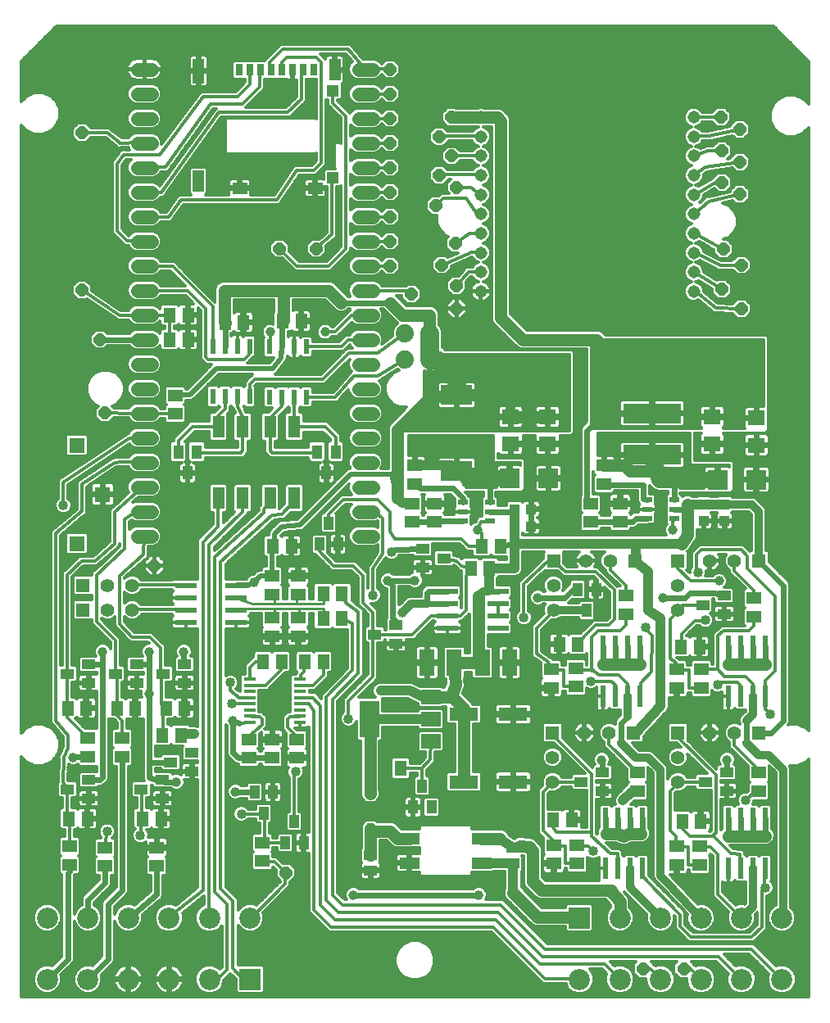
<source format=gtl>
G75*
%MOIN*%
%OFA0B0*%
%FSLAX25Y25*%
%IPPOS*%
%LPD*%
%AMOC8*
5,1,8,0,0,1.08239X$1,22.5*
%
%ADD10C,0.08600*%
%ADD11R,0.08600X0.08600*%
%ADD12C,0.05150*%
%ADD13R,0.02362X0.08661*%
%ADD14R,0.02362X0.06299*%
%ADD15R,0.08661X0.02362*%
%ADD16R,0.03150X0.04882*%
%ADD17R,0.04528X0.09843*%
%ADD18R,0.04528X0.08661*%
%ADD19R,0.04567X0.04921*%
%ADD20R,0.04567X0.04724*%
%ADD21R,0.05906X0.04528*%
%ADD22R,0.05118X0.05906*%
%ADD23R,0.05600X0.05600*%
%ADD24C,0.05600*%
%ADD25R,0.05512X0.03937*%
%ADD26R,0.05906X0.05118*%
%ADD27C,0.07400*%
%ADD28R,0.03937X0.05512*%
%ADD29OC8,0.05150*%
%ADD30R,0.05000X0.01500*%
%ADD31R,0.03937X0.02362*%
%ADD32R,0.07874X0.07874*%
%ADD33R,0.12600X0.07900*%
%ADD34R,0.23622X0.07874*%
%ADD35R,0.04331X0.03937*%
%ADD36R,0.03937X0.04331*%
%ADD37R,0.07087X0.06299*%
%ADD38R,0.04700X0.08700*%
%ADD39R,0.07874X0.05906*%
%ADD40R,0.07874X0.14961*%
%ADD41R,0.05000X0.06400*%
%ADD42R,0.07874X0.04724*%
%ADD43R,0.05200X0.04250*%
%ADD44R,0.11811X0.05512*%
%ADD45R,0.06299X0.10630*%
%ADD46C,0.05600*%
%ADD47R,0.02756X0.04724*%
%ADD48R,0.06496X0.06496*%
%ADD49C,0.01200*%
%ADD50C,0.03962*%
%ADD51C,0.03200*%
%ADD52C,0.02400*%
%ADD53C,0.01600*%
%ADD54C,0.04000*%
%ADD55C,0.04000*%
%ADD56C,0.05000*%
%ADD57C,0.02000*%
%ADD58C,0.07600*%
%ADD59C,0.01000*%
%ADD60C,0.06600*%
D10*
X0106307Y0068480D03*
X0122803Y0068480D03*
X0139299Y0068480D03*
X0155795Y0068480D03*
X0172291Y0068480D03*
X0172291Y0093480D03*
X0188787Y0093480D03*
X0155795Y0093480D03*
X0139299Y0093480D03*
X0122803Y0093480D03*
X0106307Y0093480D03*
X0322842Y0068480D03*
X0339299Y0068480D03*
X0355756Y0068480D03*
X0372212Y0068480D03*
X0388669Y0068480D03*
X0405126Y0068480D03*
X0405126Y0093480D03*
X0388669Y0093480D03*
X0372212Y0093480D03*
X0355756Y0093480D03*
X0339299Y0093480D03*
D11*
X0322842Y0093480D03*
X0188787Y0068480D03*
D12*
X0282685Y0348401D03*
X0282685Y0356275D03*
X0282685Y0364149D03*
X0282685Y0372023D03*
X0282685Y0379897D03*
X0282685Y0387771D03*
X0282685Y0395645D03*
X0282685Y0403519D03*
X0282685Y0411393D03*
X0282685Y0419267D03*
X0369299Y0419267D03*
X0369299Y0411393D03*
X0369299Y0403519D03*
X0369299Y0395645D03*
X0369299Y0387771D03*
X0369299Y0379897D03*
X0369299Y0372023D03*
X0369299Y0364149D03*
X0369299Y0356275D03*
X0369299Y0348401D03*
D13*
X0383334Y0204071D03*
X0388334Y0204071D03*
X0393334Y0204071D03*
X0398334Y0204071D03*
X0398334Y0183598D03*
X0393334Y0183598D03*
X0388334Y0183598D03*
X0383334Y0183598D03*
X0347334Y0183598D03*
X0342334Y0183598D03*
X0337334Y0183598D03*
X0332334Y0183598D03*
X0332334Y0204071D03*
X0337334Y0204071D03*
X0342334Y0204071D03*
X0347334Y0204071D03*
X0348334Y0134071D03*
X0343334Y0134071D03*
X0338334Y0134071D03*
X0333334Y0134071D03*
X0333334Y0113598D03*
X0338334Y0113598D03*
X0343334Y0113598D03*
X0348334Y0113598D03*
X0383334Y0113598D03*
X0388334Y0113598D03*
X0393334Y0113598D03*
X0398334Y0113598D03*
X0398334Y0134071D03*
X0393334Y0134071D03*
X0388334Y0134071D03*
X0383334Y0134071D03*
D14*
X0211752Y0305413D03*
X0206752Y0305413D03*
X0201752Y0305413D03*
X0196752Y0305413D03*
X0188602Y0305689D03*
X0183602Y0305689D03*
X0178602Y0305689D03*
X0173602Y0305689D03*
X0173602Y0326161D03*
X0178602Y0326161D03*
X0183602Y0326161D03*
X0188602Y0326161D03*
X0196752Y0325885D03*
X0201752Y0325885D03*
X0206752Y0325885D03*
X0211752Y0325885D03*
D15*
X0183071Y0228834D03*
X0183071Y0223834D03*
X0183071Y0218834D03*
X0183071Y0213834D03*
X0162598Y0213834D03*
X0162598Y0218834D03*
X0162598Y0223834D03*
X0162598Y0228834D03*
X0269098Y0226334D03*
X0269098Y0221334D03*
X0269098Y0216334D03*
X0269098Y0211334D03*
X0289571Y0211334D03*
X0289571Y0216334D03*
X0289571Y0221334D03*
X0289571Y0226334D03*
D16*
X0214693Y0438535D03*
X0210362Y0438535D03*
X0206031Y0438535D03*
X0201700Y0438535D03*
X0197370Y0438535D03*
X0193039Y0438535D03*
X0188708Y0438535D03*
X0184378Y0438535D03*
D17*
X0167803Y0438043D03*
D18*
X0167803Y0393437D03*
X0223241Y0438634D03*
D19*
X0222527Y0430169D03*
D20*
X0222527Y0394736D03*
D21*
X0215283Y0390405D03*
X0184653Y0390405D03*
D22*
X0163574Y0338834D03*
X0156094Y0338834D03*
X0156094Y0328834D03*
X0163574Y0328834D03*
X0178594Y0335834D03*
X0186074Y0335834D03*
X0202094Y0336334D03*
X0209574Y0336334D03*
X0205574Y0244834D03*
X0198094Y0244834D03*
X0218594Y0225334D03*
X0226074Y0225334D03*
X0226074Y0215334D03*
X0218594Y0215334D03*
X0218574Y0197834D03*
X0211094Y0197834D03*
X0201574Y0197834D03*
X0194094Y0197834D03*
X0162074Y0178834D03*
X0154594Y0178834D03*
X0153094Y0167834D03*
X0160574Y0167834D03*
X0142074Y0178834D03*
X0134594Y0178834D03*
X0122074Y0178834D03*
X0114594Y0178834D03*
X0115094Y0133834D03*
X0122574Y0133834D03*
X0145094Y0133834D03*
X0152574Y0133834D03*
X0278594Y0235834D03*
X0286074Y0235834D03*
X0283094Y0244834D03*
X0290574Y0244834D03*
X0314594Y0204834D03*
X0322074Y0204834D03*
X0364094Y0203834D03*
X0371574Y0203834D03*
X0372074Y0132834D03*
X0364594Y0132834D03*
X0319574Y0133334D03*
X0312094Y0133334D03*
D23*
X0311834Y0168834D03*
X0344834Y0168834D03*
X0362834Y0168834D03*
X0395834Y0168834D03*
X0395834Y0238834D03*
X0362834Y0238834D03*
X0345334Y0238834D03*
X0312334Y0238834D03*
X0120834Y0228834D03*
X0120834Y0218834D03*
D24*
X0130834Y0218834D03*
X0130834Y0228834D03*
X0140834Y0228834D03*
X0140834Y0218834D03*
X0312334Y0218834D03*
X0312334Y0228834D03*
X0325334Y0238834D03*
X0335334Y0238834D03*
X0362834Y0228834D03*
X0362834Y0218834D03*
X0375834Y0238834D03*
X0385834Y0238834D03*
X0385834Y0168834D03*
X0375834Y0168834D03*
X0362834Y0158834D03*
X0362834Y0148834D03*
X0334834Y0168834D03*
X0324834Y0168834D03*
X0311834Y0158834D03*
X0311834Y0148834D03*
D25*
X0323504Y0148834D03*
X0332165Y0145094D03*
X0332165Y0152574D03*
X0374004Y0148834D03*
X0382665Y0145094D03*
X0382665Y0152574D03*
X0381665Y0217094D03*
X0381665Y0224574D03*
X0373004Y0220834D03*
X0267665Y0239834D03*
X0259004Y0236094D03*
X0259004Y0243574D03*
X0248165Y0212574D03*
X0248165Y0205094D03*
X0239504Y0208834D03*
X0162165Y0196574D03*
X0162165Y0189094D03*
X0153504Y0192834D03*
X0142665Y0189094D03*
X0142665Y0196574D03*
X0134004Y0192834D03*
X0123165Y0189094D03*
X0114504Y0192834D03*
X0123165Y0196574D03*
X0156504Y0156834D03*
X0153165Y0149574D03*
X0153165Y0142094D03*
X0144504Y0145834D03*
X0165165Y0153094D03*
X0165165Y0160574D03*
X0123165Y0149574D03*
X0123165Y0142094D03*
X0114504Y0145834D03*
D26*
X0122834Y0159094D03*
X0122834Y0166574D03*
X0136834Y0166574D03*
X0136834Y0159094D03*
X0129834Y0122074D03*
X0129834Y0114594D03*
X0115334Y0115094D03*
X0115334Y0122574D03*
X0150834Y0122074D03*
X0150834Y0114594D03*
X0193834Y0116594D03*
X0193834Y0124074D03*
X0197834Y0158594D03*
X0197834Y0166074D03*
X0188334Y0166074D03*
X0188334Y0158594D03*
X0207834Y0158594D03*
X0207834Y0166074D03*
X0208334Y0208094D03*
X0208334Y0215574D03*
X0208334Y0225094D03*
X0208334Y0232574D03*
X0197834Y0232574D03*
X0197834Y0225094D03*
X0197834Y0215574D03*
X0197834Y0208094D03*
X0254834Y0254594D03*
X0254834Y0262074D03*
X0255834Y0270094D03*
X0255834Y0277574D03*
X0263834Y0262074D03*
X0263834Y0254594D03*
X0311334Y0194574D03*
X0311334Y0187094D03*
X0321334Y0187594D03*
X0321334Y0195074D03*
X0341834Y0217094D03*
X0341834Y0224574D03*
X0339334Y0254594D03*
X0339334Y0262074D03*
X0332834Y0270094D03*
X0332834Y0277574D03*
X0327334Y0262074D03*
X0327334Y0254594D03*
X0362334Y0194574D03*
X0362334Y0187094D03*
X0372334Y0187094D03*
X0372334Y0194574D03*
X0393834Y0216094D03*
X0393834Y0223574D03*
X0395834Y0152574D03*
X0395834Y0145094D03*
X0371834Y0122574D03*
X0371834Y0115094D03*
X0362334Y0115094D03*
X0362334Y0122574D03*
X0346334Y0145094D03*
X0346334Y0152574D03*
X0321834Y0123074D03*
X0321834Y0115594D03*
X0312334Y0115594D03*
X0312334Y0123074D03*
X0158334Y0298594D03*
X0158334Y0306074D03*
D27*
X0251834Y0320834D03*
X0261834Y0320834D03*
X0261834Y0331334D03*
X0251834Y0331334D03*
D28*
X0223574Y0283165D03*
X0219834Y0274504D03*
X0216094Y0283165D03*
X0220834Y0254165D03*
X0217094Y0245504D03*
X0224574Y0245504D03*
X0167074Y0283165D03*
X0163334Y0274504D03*
X0159594Y0283165D03*
X0258834Y0147165D03*
X0255094Y0138504D03*
X0262574Y0138504D03*
X0210574Y0124004D03*
X0203094Y0124004D03*
X0206834Y0132665D03*
X0198074Y0144665D03*
X0190594Y0144665D03*
X0194334Y0136004D03*
X0322094Y0227165D03*
X0329574Y0227165D03*
X0325834Y0218504D03*
D29*
X0272740Y0341401D03*
X0272795Y0350775D03*
X0266740Y0359149D03*
X0272295Y0368023D03*
X0264240Y0383397D03*
X0272795Y0390771D03*
X0265740Y0395645D03*
X0270795Y0403519D03*
X0265740Y0411433D03*
X0270795Y0419274D03*
X0245834Y0418834D03*
X0245834Y0408834D03*
X0245834Y0398834D03*
X0245834Y0388834D03*
X0245834Y0378834D03*
X0245834Y0368834D03*
X0245834Y0358834D03*
X0254334Y0347334D03*
X0215834Y0365834D03*
X0200834Y0365834D03*
X0245834Y0428834D03*
X0245834Y0438834D03*
X0127834Y0328834D03*
X0120504Y0348882D03*
X0129756Y0298867D03*
X0149834Y0236834D03*
X0203334Y0111834D03*
X0348834Y0072834D03*
X0365334Y0072834D03*
X0388586Y0341401D03*
X0380744Y0349275D03*
X0388578Y0359149D03*
X0381244Y0365531D03*
X0388078Y0387889D03*
X0380744Y0392756D03*
X0388086Y0401137D03*
X0380744Y0405559D03*
X0388086Y0414393D03*
X0380244Y0419267D03*
X0120504Y0412882D03*
D30*
X0188598Y0190584D03*
X0188598Y0188084D03*
X0188598Y0185584D03*
X0188598Y0183084D03*
X0188598Y0180584D03*
X0188598Y0178084D03*
X0188598Y0175584D03*
X0188598Y0173084D03*
X0209071Y0173084D03*
X0209071Y0175584D03*
X0209071Y0178084D03*
X0209071Y0180584D03*
X0209071Y0183084D03*
X0209071Y0185584D03*
X0209071Y0188084D03*
X0209071Y0190584D03*
D31*
X0275421Y0255094D03*
X0275421Y0258834D03*
X0275421Y0262574D03*
X0286248Y0262574D03*
X0286248Y0258834D03*
X0286248Y0255094D03*
X0350421Y0256094D03*
X0350421Y0259834D03*
X0350421Y0263574D03*
X0361248Y0263574D03*
X0361248Y0259834D03*
X0361248Y0256094D03*
D32*
X0378960Y0271834D03*
X0394708Y0271834D03*
X0310208Y0272334D03*
X0294460Y0272334D03*
D33*
X0272834Y0275484D03*
X0272834Y0306184D03*
D34*
X0352334Y0298799D03*
X0352334Y0281870D03*
D35*
X0303181Y0259834D03*
X0296488Y0259834D03*
X0296488Y0252834D03*
X0303181Y0252834D03*
D36*
X0373334Y0254988D03*
X0373334Y0261681D03*
X0381834Y0261681D03*
X0381834Y0254988D03*
D37*
X0376834Y0286323D03*
X0376834Y0297346D03*
X0394834Y0296846D03*
X0394834Y0285823D03*
X0309834Y0286323D03*
X0309834Y0297346D03*
X0294834Y0297346D03*
X0294834Y0286323D03*
D38*
X0206784Y0293384D03*
X0196884Y0293384D03*
X0185784Y0293384D03*
X0175884Y0293384D03*
X0175884Y0264284D03*
X0185784Y0264284D03*
X0196884Y0264284D03*
X0206784Y0264284D03*
D39*
X0262236Y0183389D03*
X0262236Y0174334D03*
X0262236Y0165279D03*
D40*
X0237433Y0174334D03*
D41*
X0237584Y0154334D03*
X0250084Y0154334D03*
D42*
X0253571Y0125834D03*
X0253571Y0115834D03*
X0283098Y0115834D03*
X0283098Y0125834D03*
D43*
X0295834Y0121959D03*
X0295834Y0115709D03*
X0237834Y0112709D03*
X0237834Y0118959D03*
D44*
X0275834Y0148834D03*
X0295834Y0148834D03*
X0295834Y0176334D03*
X0275834Y0176334D03*
D45*
X0271846Y0197334D03*
X0283323Y0197334D03*
X0294346Y0197334D03*
X0260823Y0197334D03*
D46*
X0238634Y0248834D02*
X0233034Y0248834D01*
X0233034Y0258834D02*
X0238634Y0258834D01*
X0238634Y0268834D02*
X0233034Y0268834D01*
X0233034Y0278834D02*
X0238634Y0278834D01*
X0238634Y0288834D02*
X0233034Y0288834D01*
X0233034Y0298834D02*
X0238634Y0298834D01*
X0238634Y0308834D02*
X0233034Y0308834D01*
X0233034Y0318834D02*
X0238634Y0318834D01*
X0238634Y0328834D02*
X0233034Y0328834D01*
X0233034Y0338834D02*
X0238634Y0338834D01*
X0238634Y0348834D02*
X0233034Y0348834D01*
X0233034Y0358834D02*
X0238634Y0358834D01*
X0238634Y0368834D02*
X0233034Y0368834D01*
X0233034Y0378834D02*
X0238634Y0378834D01*
X0238634Y0388834D02*
X0233034Y0388834D01*
X0233034Y0398834D02*
X0238634Y0398834D01*
X0238634Y0408834D02*
X0233034Y0408834D01*
X0233034Y0418834D02*
X0238634Y0418834D01*
X0238634Y0428834D02*
X0233034Y0428834D01*
X0233034Y0438834D02*
X0238634Y0438834D01*
X0148634Y0438834D02*
X0143034Y0438834D01*
X0143034Y0428834D02*
X0148634Y0428834D01*
X0148634Y0418834D02*
X0143034Y0418834D01*
X0143034Y0408834D02*
X0148634Y0408834D01*
X0148634Y0398834D02*
X0143034Y0398834D01*
X0143034Y0388834D02*
X0148634Y0388834D01*
X0148634Y0378834D02*
X0143034Y0378834D01*
X0143034Y0368834D02*
X0148634Y0368834D01*
X0148634Y0358834D02*
X0143034Y0358834D01*
X0143034Y0348834D02*
X0148634Y0348834D01*
X0148634Y0338834D02*
X0143034Y0338834D01*
X0143034Y0328834D02*
X0148634Y0328834D01*
X0148634Y0318834D02*
X0143034Y0318834D01*
X0143034Y0308834D02*
X0148634Y0308834D01*
X0148634Y0298834D02*
X0143034Y0298834D01*
X0143034Y0288834D02*
X0148634Y0288834D01*
X0148634Y0278834D02*
X0143034Y0278834D01*
X0143034Y0268834D02*
X0148634Y0268834D01*
X0148634Y0258834D02*
X0143034Y0258834D01*
X0143034Y0248834D02*
X0148634Y0248834D01*
D47*
X0237834Y0144118D03*
X0237834Y0129551D03*
D48*
X0118234Y0245834D03*
X0128834Y0265834D03*
X0118234Y0285834D03*
D49*
X0095684Y0159148D02*
X0095684Y0061184D01*
X0415984Y0061184D01*
X0415984Y0158106D01*
X0414592Y0156714D01*
X0411505Y0155435D01*
X0408418Y0155435D01*
X0408834Y0154431D01*
X0408834Y0097832D01*
X0409958Y0096709D01*
X0410826Y0094614D01*
X0410826Y0092346D01*
X0409958Y0090251D01*
X0408354Y0088648D01*
X0406259Y0087780D01*
X0403992Y0087780D01*
X0401897Y0088648D01*
X0400293Y0090251D01*
X0399426Y0092346D01*
X0399426Y0094614D01*
X0400293Y0096709D01*
X0401897Y0098312D01*
X0402834Y0098701D01*
X0402834Y0152592D01*
X0400187Y0155239D01*
X0400187Y0149436D01*
X0399586Y0148834D01*
X0400187Y0148233D01*
X0400187Y0141955D01*
X0399367Y0141135D01*
X0393784Y0141135D01*
X0393784Y0140508D01*
X0393492Y0139801D01*
X0395095Y0139801D01*
X0395834Y0139062D01*
X0396573Y0139801D01*
X0400095Y0139801D01*
X0400915Y0138981D01*
X0400915Y0134633D01*
X0400934Y0134588D01*
X0400934Y0129750D01*
X0401641Y0129043D01*
X0402234Y0127610D01*
X0402234Y0126059D01*
X0401641Y0124625D01*
X0400543Y0123528D01*
X0399110Y0122934D01*
X0384013Y0122934D01*
X0385363Y0121584D01*
X0385813Y0121584D01*
X0385852Y0121545D01*
X0388182Y0121434D01*
X0388963Y0121434D01*
X0389002Y0121395D01*
X0389057Y0121393D01*
X0389582Y0120815D01*
X0390134Y0120263D01*
X0390134Y0120208D01*
X0390171Y0120167D01*
X0390134Y0119387D01*
X0390134Y0119290D01*
X0390834Y0118590D01*
X0391573Y0119329D01*
X0395095Y0119329D01*
X0395834Y0118590D01*
X0396573Y0119329D01*
X0400095Y0119329D01*
X0400915Y0118509D01*
X0400915Y0108687D01*
X0400652Y0108425D01*
X0401367Y0107710D01*
X0401884Y0106461D01*
X0401884Y0105108D01*
X0401367Y0103858D01*
X0400410Y0102902D01*
X0399161Y0102384D01*
X0399034Y0102384D01*
X0399034Y0089006D01*
X0393663Y0083634D01*
X0367306Y0083634D01*
X0366134Y0084806D01*
X0363006Y0087934D01*
X0361834Y0089106D01*
X0361834Y0094010D01*
X0361456Y0094392D01*
X0361456Y0092346D01*
X0360588Y0090251D01*
X0358984Y0088648D01*
X0356889Y0087780D01*
X0354622Y0087780D01*
X0352527Y0088648D01*
X0350923Y0090251D01*
X0350056Y0092346D01*
X0350056Y0094614D01*
X0350150Y0094843D01*
X0340986Y0104007D01*
X0342211Y0102474D01*
X0342605Y0102079D01*
X0342691Y0101872D01*
X0342830Y0101697D01*
X0342985Y0101161D01*
X0343199Y0100645D01*
X0343199Y0100422D01*
X0343261Y0100207D01*
X0343199Y0099652D01*
X0343199Y0097641D01*
X0344131Y0096709D01*
X0344999Y0094614D01*
X0344999Y0092346D01*
X0344131Y0090251D01*
X0342528Y0088648D01*
X0340433Y0087780D01*
X0338165Y0087780D01*
X0336070Y0088648D01*
X0334467Y0090251D01*
X0333599Y0092346D01*
X0333599Y0094614D01*
X0334467Y0096709D01*
X0335399Y0097641D01*
X0335399Y0098504D01*
X0333458Y0100934D01*
X0306559Y0100934D01*
X0305125Y0101528D01*
X0301625Y0105028D01*
X0300528Y0106125D01*
X0299934Y0107559D01*
X0299934Y0118669D01*
X0299537Y0118712D01*
X0299834Y0118414D01*
X0299834Y0113004D01*
X0299234Y0112404D01*
X0299234Y0105950D01*
X0307450Y0097734D01*
X0317142Y0097734D01*
X0317142Y0098360D01*
X0317962Y0099180D01*
X0327722Y0099180D01*
X0328542Y0098360D01*
X0328542Y0088600D01*
X0327722Y0087780D01*
X0317962Y0087780D01*
X0317142Y0088600D01*
X0317142Y0089934D01*
X0305059Y0089934D01*
X0303625Y0090528D01*
X0302528Y0091625D01*
X0292528Y0101625D01*
X0291934Y0103059D01*
X0291934Y0104610D01*
X0292434Y0105817D01*
X0292434Y0112309D01*
X0287852Y0112309D01*
X0287615Y0112072D01*
X0278934Y0112072D01*
X0278934Y0110586D01*
X0278583Y0110234D01*
X0258086Y0110234D01*
X0257734Y0110586D01*
X0257734Y0111876D01*
X0257718Y0111872D01*
X0254152Y0111872D01*
X0254152Y0115253D01*
X0252989Y0115253D01*
X0248034Y0115253D01*
X0248034Y0113261D01*
X0248143Y0112855D01*
X0248353Y0112490D01*
X0248651Y0112192D01*
X0249016Y0111981D01*
X0249423Y0111872D01*
X0252989Y0111872D01*
X0252989Y0115253D01*
X0252989Y0116415D01*
X0248034Y0116415D01*
X0248034Y0118407D01*
X0248143Y0118814D01*
X0248353Y0119179D01*
X0248651Y0119477D01*
X0249016Y0119687D01*
X0249423Y0119797D01*
X0252989Y0119797D01*
X0252989Y0116415D01*
X0254152Y0116415D01*
X0254152Y0119796D01*
X0257718Y0119797D01*
X0257734Y0119792D01*
X0257734Y0122072D01*
X0254679Y0122072D01*
X0254346Y0121934D01*
X0248059Y0121934D01*
X0246625Y0122528D01*
X0244219Y0124934D01*
X0241734Y0124934D01*
X0241734Y0121764D01*
X0241834Y0121664D01*
X0241834Y0116254D01*
X0241556Y0115976D01*
X0241715Y0115817D01*
X0241925Y0115452D01*
X0242034Y0115045D01*
X0242034Y0113172D01*
X0238297Y0113172D01*
X0238297Y0112247D01*
X0242034Y0112247D01*
X0242034Y0110374D01*
X0241925Y0109967D01*
X0241715Y0109602D01*
X0241417Y0109304D01*
X0241052Y0109093D01*
X0240645Y0108984D01*
X0238297Y0108984D01*
X0238297Y0112247D01*
X0237372Y0112247D01*
X0237372Y0108984D01*
X0235024Y0108984D01*
X0234617Y0109093D01*
X0234252Y0109304D01*
X0233954Y0109602D01*
X0233743Y0109967D01*
X0233634Y0110374D01*
X0233634Y0112247D01*
X0237372Y0112247D01*
X0237372Y0113172D01*
X0233634Y0113172D01*
X0233634Y0115045D01*
X0233743Y0115452D01*
X0233954Y0115817D01*
X0234113Y0115976D01*
X0233834Y0116254D01*
X0233834Y0121664D01*
X0233934Y0121764D01*
X0233934Y0130327D01*
X0234528Y0131760D01*
X0235056Y0132288D01*
X0235056Y0132493D01*
X0235876Y0133313D01*
X0236726Y0133313D01*
X0237059Y0133451D01*
X0238610Y0133451D01*
X0238943Y0133313D01*
X0239792Y0133313D01*
X0240371Y0132734D01*
X0246610Y0132734D01*
X0248043Y0132141D01*
X0249141Y0131043D01*
X0250450Y0129734D01*
X0254346Y0129734D01*
X0254679Y0129597D01*
X0257734Y0129597D01*
X0257734Y0131083D01*
X0258086Y0131434D01*
X0278583Y0131434D01*
X0278934Y0131083D01*
X0278934Y0129597D01*
X0281990Y0129597D01*
X0282322Y0129734D01*
X0291235Y0129734D01*
X0292668Y0129141D01*
X0293766Y0128043D01*
X0294003Y0127471D01*
X0296391Y0125749D01*
X0296990Y0126232D01*
X0298478Y0126670D01*
X0302543Y0126234D01*
X0303110Y0126234D01*
X0303308Y0126152D01*
X0303521Y0126129D01*
X0304019Y0125858D01*
X0304543Y0125641D01*
X0304695Y0125489D01*
X0304883Y0125386D01*
X0305239Y0124945D01*
X0307141Y0123043D01*
X0307734Y0121610D01*
X0307734Y0109950D01*
X0308950Y0108734D01*
X0330640Y0108734D01*
X0330553Y0109057D01*
X0330553Y0113598D01*
X0333334Y0113598D01*
X0333334Y0113598D01*
X0330553Y0113598D01*
X0330553Y0118139D01*
X0330555Y0118147D01*
X0330210Y0117802D01*
X0328961Y0117284D01*
X0327608Y0117284D01*
X0326358Y0117802D01*
X0326187Y0117973D01*
X0326187Y0112455D01*
X0325367Y0111635D01*
X0318302Y0111635D01*
X0317482Y0112455D01*
X0317482Y0113677D01*
X0317115Y0113684D01*
X0316887Y0113684D01*
X0316887Y0112824D01*
X0316778Y0112418D01*
X0316567Y0112053D01*
X0316269Y0111755D01*
X0315905Y0111544D01*
X0315498Y0111435D01*
X0312934Y0111435D01*
X0312934Y0114994D01*
X0311734Y0114994D01*
X0307782Y0114994D01*
X0307782Y0112824D01*
X0307891Y0112418D01*
X0308101Y0112053D01*
X0308399Y0111755D01*
X0308764Y0111544D01*
X0309171Y0111435D01*
X0311734Y0111435D01*
X0311734Y0114994D01*
X0311734Y0116194D01*
X0307782Y0116194D01*
X0307782Y0118364D01*
X0307891Y0118771D01*
X0308101Y0119136D01*
X0308399Y0119434D01*
X0308453Y0119464D01*
X0307982Y0119936D01*
X0307982Y0126159D01*
X0307206Y0126934D01*
X0306034Y0128106D01*
X0306034Y0145613D01*
X0307865Y0147443D01*
X0307634Y0147999D01*
X0307634Y0149670D01*
X0308274Y0151213D01*
X0309455Y0152395D01*
X0310999Y0153034D01*
X0312670Y0153034D01*
X0314213Y0152395D01*
X0315395Y0151213D01*
X0315552Y0150834D01*
X0319348Y0150834D01*
X0319348Y0151383D01*
X0320168Y0152203D01*
X0324887Y0152203D01*
X0312456Y0164634D01*
X0308454Y0164634D01*
X0307634Y0165454D01*
X0307634Y0172214D01*
X0308454Y0173034D01*
X0315214Y0173034D01*
X0316034Y0172214D01*
X0316034Y0166713D01*
X0328009Y0154738D01*
X0328009Y0155123D01*
X0328829Y0155943D01*
X0328958Y0155943D01*
X0328453Y0157162D01*
X0328453Y0158507D01*
X0328968Y0159750D01*
X0329919Y0160701D01*
X0331162Y0161215D01*
X0332507Y0161215D01*
X0333750Y0160701D01*
X0334701Y0159750D01*
X0335215Y0158507D01*
X0335215Y0157162D01*
X0334765Y0156074D01*
X0334765Y0155943D01*
X0335501Y0155943D01*
X0336321Y0155123D01*
X0336321Y0150026D01*
X0335501Y0149206D01*
X0329834Y0149206D01*
X0329834Y0148663D01*
X0331781Y0148663D01*
X0331781Y0145478D01*
X0332549Y0145478D01*
X0336521Y0145478D01*
X0336521Y0147273D01*
X0336412Y0147680D01*
X0336201Y0148045D01*
X0335903Y0148343D01*
X0335538Y0148554D01*
X0335132Y0148663D01*
X0332549Y0148663D01*
X0332549Y0145478D01*
X0332549Y0144710D01*
X0332549Y0141526D01*
X0335132Y0141526D01*
X0335538Y0141635D01*
X0335903Y0141845D01*
X0336201Y0142143D01*
X0336412Y0142508D01*
X0336521Y0142915D01*
X0336521Y0144710D01*
X0332549Y0144710D01*
X0331781Y0144710D01*
X0331781Y0141526D01*
X0329834Y0141526D01*
X0329834Y0127699D01*
X0329934Y0127605D01*
X0329934Y0128610D01*
X0330528Y0130043D01*
X0330734Y0130250D01*
X0330734Y0134588D01*
X0330753Y0134633D01*
X0330753Y0138981D01*
X0331573Y0139801D01*
X0335095Y0139801D01*
X0335834Y0139062D01*
X0336573Y0139801D01*
X0337327Y0139801D01*
X0337034Y0140508D01*
X0337034Y0141861D01*
X0337552Y0143110D01*
X0338508Y0144067D01*
X0341982Y0147540D01*
X0341982Y0148233D01*
X0342583Y0148834D01*
X0341982Y0149436D01*
X0341982Y0154099D01*
X0332834Y0163246D01*
X0332834Y0165117D01*
X0332455Y0165274D01*
X0331274Y0166455D01*
X0330634Y0167999D01*
X0330634Y0169670D01*
X0331274Y0171213D01*
X0332455Y0172395D01*
X0333999Y0173034D01*
X0335670Y0173034D01*
X0337213Y0172395D01*
X0337234Y0172374D01*
X0337234Y0173351D01*
X0337630Y0174307D01*
X0338362Y0175038D01*
X0339334Y0176011D01*
X0339334Y0178106D01*
X0339095Y0177867D01*
X0335573Y0177867D01*
X0334927Y0178513D01*
X0334796Y0178285D01*
X0334498Y0177987D01*
X0334133Y0177776D01*
X0333726Y0177667D01*
X0332334Y0177667D01*
X0332334Y0183598D01*
X0329553Y0183598D01*
X0329553Y0179057D01*
X0329662Y0178650D01*
X0329873Y0178285D01*
X0330171Y0177987D01*
X0330536Y0177776D01*
X0330943Y0177667D01*
X0332334Y0177667D01*
X0332334Y0183598D01*
X0332334Y0183598D01*
X0329553Y0183598D01*
X0329553Y0187195D01*
X0329310Y0186952D01*
X0328061Y0186434D01*
X0326708Y0186434D01*
X0325687Y0186857D01*
X0325687Y0184455D01*
X0324867Y0183635D01*
X0317802Y0183635D01*
X0316982Y0184455D01*
X0316982Y0185534D01*
X0316346Y0185534D01*
X0315887Y0185529D01*
X0315887Y0184324D01*
X0315778Y0183918D01*
X0315567Y0183553D01*
X0315269Y0183255D01*
X0314905Y0183044D01*
X0314498Y0182935D01*
X0311934Y0182935D01*
X0311934Y0186494D01*
X0310734Y0186494D01*
X0306782Y0186494D01*
X0306782Y0184324D01*
X0306891Y0183918D01*
X0307101Y0183553D01*
X0307399Y0183255D01*
X0307764Y0183044D01*
X0308171Y0182935D01*
X0310734Y0182935D01*
X0310734Y0186494D01*
X0310734Y0187694D01*
X0306782Y0187694D01*
X0306782Y0189864D01*
X0306891Y0190271D01*
X0307101Y0190636D01*
X0307399Y0190934D01*
X0307453Y0190964D01*
X0306982Y0191436D01*
X0306982Y0197416D01*
X0304711Y0198984D01*
X0304506Y0198984D01*
X0304048Y0199442D01*
X0303516Y0199810D01*
X0303479Y0200011D01*
X0303334Y0200156D01*
X0303334Y0200803D01*
X0303218Y0201439D01*
X0303334Y0201608D01*
X0303334Y0212263D01*
X0308409Y0217337D01*
X0308134Y0217999D01*
X0308134Y0219670D01*
X0308774Y0221213D01*
X0308795Y0221234D01*
X0308016Y0221234D01*
X0307750Y0220968D01*
X0306507Y0220453D01*
X0305162Y0220453D01*
X0303919Y0220968D01*
X0302968Y0221919D01*
X0302453Y0223162D01*
X0302453Y0224507D01*
X0302968Y0225750D01*
X0303919Y0226701D01*
X0305162Y0227215D01*
X0306507Y0227215D01*
X0307750Y0226701D01*
X0308016Y0226434D01*
X0308795Y0226434D01*
X0308774Y0226455D01*
X0308134Y0227999D01*
X0308134Y0229670D01*
X0308774Y0231213D01*
X0309955Y0232395D01*
X0311499Y0233034D01*
X0313170Y0233034D01*
X0314713Y0232395D01*
X0315895Y0231213D01*
X0316534Y0229670D01*
X0316534Y0227999D01*
X0315977Y0226654D01*
X0318692Y0229369D01*
X0318726Y0229383D01*
X0318726Y0230501D01*
X0319546Y0231321D01*
X0324643Y0231321D01*
X0325463Y0230501D01*
X0325463Y0223829D01*
X0324643Y0223009D01*
X0319686Y0223009D01*
X0319038Y0222362D01*
X0318511Y0221834D01*
X0322466Y0221834D01*
X0322466Y0221839D01*
X0323286Y0222659D01*
X0328383Y0222659D01*
X0329203Y0221839D01*
X0329203Y0215168D01*
X0328669Y0214634D01*
X0329323Y0214634D01*
X0330141Y0214643D01*
X0330150Y0214634D01*
X0333952Y0214634D01*
X0334934Y0215710D01*
X0334934Y0226056D01*
X0333143Y0227847D01*
X0333143Y0227549D01*
X0329959Y0227549D01*
X0329959Y0226781D01*
X0333143Y0226781D01*
X0333143Y0224198D01*
X0333034Y0223792D01*
X0332823Y0223427D01*
X0332525Y0223129D01*
X0332161Y0222918D01*
X0331754Y0222809D01*
X0329959Y0222809D01*
X0329959Y0226781D01*
X0329190Y0226781D01*
X0326006Y0226781D01*
X0326006Y0224198D01*
X0326115Y0223792D01*
X0326326Y0223427D01*
X0326624Y0223129D01*
X0326988Y0222918D01*
X0327395Y0222809D01*
X0329190Y0222809D01*
X0329190Y0226781D01*
X0329190Y0227549D01*
X0326006Y0227549D01*
X0326006Y0230132D01*
X0326115Y0230538D01*
X0326326Y0230903D01*
X0326624Y0231201D01*
X0326988Y0231412D01*
X0327395Y0231521D01*
X0329190Y0231521D01*
X0329190Y0227549D01*
X0329959Y0227549D01*
X0329959Y0231031D01*
X0328656Y0232334D01*
X0316206Y0232334D01*
X0315034Y0233506D01*
X0315034Y0233506D01*
X0313906Y0234634D01*
X0308954Y0234634D01*
X0308761Y0234828D01*
X0302184Y0228485D01*
X0302184Y0218393D01*
X0303067Y0217510D01*
X0303584Y0216261D01*
X0303584Y0214908D01*
X0303067Y0213658D01*
X0302110Y0212702D01*
X0300861Y0212184D01*
X0299508Y0212184D01*
X0298258Y0212702D01*
X0297302Y0213658D01*
X0296784Y0214908D01*
X0296784Y0216261D01*
X0297302Y0217510D01*
X0298184Y0218393D01*
X0298184Y0228527D01*
X0298170Y0228542D01*
X0298184Y0229352D01*
X0298184Y0230163D01*
X0298199Y0230178D01*
X0298200Y0230199D01*
X0298783Y0230761D01*
X0299356Y0231334D01*
X0299377Y0231334D01*
X0308134Y0239780D01*
X0308134Y0242214D01*
X0308354Y0242434D01*
X0299734Y0242434D01*
X0299734Y0235158D01*
X0299217Y0233908D01*
X0298260Y0232952D01*
X0297011Y0232434D01*
X0290034Y0232434D01*
X0290034Y0232302D01*
X0289474Y0231743D01*
X0289474Y0228934D01*
X0290088Y0228934D01*
X0290133Y0228915D01*
X0294481Y0228915D01*
X0295301Y0228095D01*
X0295301Y0224573D01*
X0294562Y0223834D01*
X0295301Y0223095D01*
X0295301Y0219573D01*
X0294562Y0218834D01*
X0295301Y0218095D01*
X0295301Y0214573D01*
X0294562Y0213834D01*
X0295301Y0213095D01*
X0295301Y0209573D01*
X0294481Y0208753D01*
X0285734Y0208753D01*
X0285734Y0204049D01*
X0287052Y0204049D01*
X0287872Y0203229D01*
X0287872Y0191439D01*
X0287052Y0190619D01*
X0279593Y0190619D01*
X0278773Y0191439D01*
X0278773Y0193434D01*
X0276396Y0193434D01*
X0276396Y0191439D01*
X0276088Y0191132D01*
X0276227Y0188578D01*
X0276279Y0187837D01*
X0276269Y0187805D01*
X0276271Y0187771D01*
X0276024Y0187070D01*
X0275296Y0184888D01*
X0279141Y0181043D01*
X0279370Y0180490D01*
X0282320Y0180490D01*
X0283140Y0179670D01*
X0283140Y0172998D01*
X0282320Y0172178D01*
X0279734Y0172178D01*
X0279734Y0152990D01*
X0282320Y0152990D01*
X0283140Y0152170D01*
X0283140Y0145498D01*
X0282320Y0144678D01*
X0269349Y0144678D01*
X0268529Y0145498D01*
X0268529Y0152170D01*
X0269349Y0152990D01*
X0271934Y0152990D01*
X0271934Y0172178D01*
X0269349Y0172178D01*
X0268529Y0172998D01*
X0268529Y0179489D01*
X0267206Y0179489D01*
X0266753Y0179037D01*
X0257719Y0179037D01*
X0256899Y0179857D01*
X0256899Y0180689D01*
X0253017Y0182534D01*
X0242630Y0182534D01*
X0242770Y0182395D01*
X0242770Y0177734D01*
X0256899Y0177734D01*
X0256899Y0177867D01*
X0257719Y0178687D01*
X0266753Y0178687D01*
X0267573Y0177867D01*
X0267573Y0170802D01*
X0266753Y0169982D01*
X0257719Y0169982D01*
X0256899Y0170802D01*
X0256899Y0170934D01*
X0242770Y0170934D01*
X0242770Y0166274D01*
X0241950Y0165454D01*
X0241484Y0165454D01*
X0241484Y0145497D01*
X0241734Y0144894D01*
X0241734Y0143342D01*
X0241141Y0141909D01*
X0240612Y0141380D01*
X0240612Y0141176D01*
X0239792Y0140356D01*
X0238943Y0140356D01*
X0238610Y0140218D01*
X0236809Y0140218D01*
X0236476Y0140356D01*
X0235876Y0140356D01*
X0235453Y0140779D01*
X0235375Y0140812D01*
X0234278Y0141909D01*
X0233684Y0143342D01*
X0233684Y0165454D01*
X0232916Y0165454D01*
X0232096Y0166274D01*
X0232096Y0173473D01*
X0231717Y0172558D01*
X0230760Y0171602D01*
X0229511Y0171084D01*
X0228158Y0171084D01*
X0226908Y0171602D01*
X0225952Y0172558D01*
X0225434Y0173808D01*
X0225434Y0175161D01*
X0225952Y0176410D01*
X0226834Y0177293D01*
X0226834Y0182663D01*
X0236834Y0192663D01*
X0236834Y0205466D01*
X0236168Y0205466D01*
X0235348Y0206286D01*
X0235348Y0211383D01*
X0236168Y0212203D01*
X0236834Y0212203D01*
X0236834Y0217006D01*
X0234826Y0219014D01*
X0234833Y0218946D01*
X0234934Y0218846D01*
X0234934Y0218059D01*
X0235023Y0217277D01*
X0234934Y0217166D01*
X0234934Y0193072D01*
X0234943Y0192171D01*
X0234934Y0192162D01*
X0234934Y0192150D01*
X0234297Y0191513D01*
X0224534Y0181562D01*
X0224534Y0103746D01*
X0227246Y0101034D01*
X0227920Y0101034D01*
X0227453Y0102162D01*
X0227453Y0103507D01*
X0227968Y0104750D01*
X0228919Y0105701D01*
X0230162Y0106215D01*
X0231507Y0106215D01*
X0232750Y0105701D01*
X0233016Y0105434D01*
X0279653Y0105434D01*
X0279919Y0105701D01*
X0281162Y0106215D01*
X0282507Y0106215D01*
X0283750Y0105701D01*
X0284701Y0104750D01*
X0285215Y0103507D01*
X0285215Y0102162D01*
X0284748Y0101034D01*
X0291746Y0101034D01*
X0309746Y0083034D01*
X0393683Y0083034D01*
X0402810Y0073907D01*
X0403952Y0074380D01*
X0406299Y0074380D01*
X0408468Y0073482D01*
X0410127Y0071822D01*
X0411026Y0069654D01*
X0411026Y0067306D01*
X0410127Y0065138D01*
X0408468Y0063478D01*
X0406299Y0062580D01*
X0403952Y0062580D01*
X0401784Y0063478D01*
X0400124Y0065138D01*
X0399226Y0067306D01*
X0399226Y0069654D01*
X0399699Y0070796D01*
X0391860Y0078634D01*
X0381626Y0078634D01*
X0386353Y0073907D01*
X0387495Y0074380D01*
X0389843Y0074380D01*
X0392011Y0073482D01*
X0393671Y0071822D01*
X0394569Y0069654D01*
X0394569Y0067306D01*
X0393671Y0065138D01*
X0392011Y0063478D01*
X0389843Y0062580D01*
X0387495Y0062580D01*
X0385327Y0063478D01*
X0383667Y0065138D01*
X0382769Y0067306D01*
X0382769Y0069654D01*
X0383242Y0070796D01*
X0378403Y0075634D01*
X0368438Y0075634D01*
X0369509Y0074564D01*
X0369509Y0074271D01*
X0369880Y0073900D01*
X0371039Y0074380D01*
X0373386Y0074380D01*
X0375554Y0073482D01*
X0377214Y0071822D01*
X0378112Y0069654D01*
X0378112Y0067306D01*
X0377214Y0065138D01*
X0375554Y0063478D01*
X0373386Y0062580D01*
X0371039Y0062580D01*
X0368870Y0063478D01*
X0367210Y0065138D01*
X0366312Y0067306D01*
X0366312Y0068660D01*
X0363605Y0068660D01*
X0361160Y0071105D01*
X0361160Y0074564D01*
X0362230Y0075634D01*
X0351938Y0075634D01*
X0352588Y0074984D01*
X0352596Y0074984D01*
X0353605Y0073975D01*
X0354582Y0074380D01*
X0356929Y0074380D01*
X0359098Y0073482D01*
X0360757Y0071822D01*
X0361656Y0069654D01*
X0361656Y0067306D01*
X0360757Y0065138D01*
X0359098Y0063478D01*
X0356929Y0062580D01*
X0354582Y0062580D01*
X0352413Y0063478D01*
X0350754Y0065138D01*
X0349856Y0067306D01*
X0349856Y0068660D01*
X0347105Y0068660D01*
X0344660Y0071105D01*
X0344660Y0074564D01*
X0345730Y0075634D01*
X0335256Y0075634D01*
X0336983Y0073907D01*
X0338125Y0074380D01*
X0340472Y0074380D01*
X0342641Y0073482D01*
X0344301Y0071822D01*
X0345199Y0069654D01*
X0345199Y0067306D01*
X0344301Y0065138D01*
X0342641Y0063478D01*
X0340472Y0062580D01*
X0338125Y0062580D01*
X0335957Y0063478D01*
X0334297Y0065138D01*
X0333399Y0067306D01*
X0333399Y0069654D01*
X0333872Y0070796D01*
X0332033Y0072634D01*
X0327032Y0072634D01*
X0327844Y0071822D01*
X0328742Y0069654D01*
X0328742Y0067306D01*
X0327844Y0065138D01*
X0326184Y0063478D01*
X0324016Y0062580D01*
X0321669Y0062580D01*
X0319500Y0063478D01*
X0317840Y0065138D01*
X0317221Y0066634D01*
X0307923Y0066634D01*
X0306634Y0067923D01*
X0286923Y0087634D01*
X0220923Y0087634D01*
X0219634Y0088923D01*
X0212634Y0095923D01*
X0212634Y0119648D01*
X0210959Y0119648D01*
X0210959Y0123619D01*
X0210190Y0123619D01*
X0210190Y0119648D01*
X0208395Y0119648D01*
X0207988Y0119757D01*
X0207624Y0119967D01*
X0207326Y0120265D01*
X0207115Y0120630D01*
X0207006Y0121037D01*
X0207006Y0123619D01*
X0210190Y0123619D01*
X0210190Y0124388D01*
X0207006Y0124388D01*
X0207006Y0126970D01*
X0207115Y0127377D01*
X0207326Y0127742D01*
X0207624Y0128040D01*
X0207988Y0128250D01*
X0208395Y0128359D01*
X0210190Y0128359D01*
X0210190Y0124388D01*
X0210959Y0124388D01*
X0210959Y0128359D01*
X0212634Y0128359D01*
X0212634Y0171135D01*
X0212553Y0171054D01*
X0212188Y0170843D01*
X0211781Y0170734D01*
X0209071Y0170734D01*
X0209071Y0173084D01*
X0209070Y0173084D01*
X0209070Y0170734D01*
X0207163Y0170734D01*
X0207864Y0170034D01*
X0211367Y0170034D01*
X0212187Y0169213D01*
X0212187Y0162936D01*
X0211716Y0162464D01*
X0211769Y0162434D01*
X0212067Y0162136D01*
X0212278Y0161771D01*
X0212387Y0161364D01*
X0212387Y0159194D01*
X0208434Y0159194D01*
X0208434Y0157994D01*
X0212387Y0157994D01*
X0212387Y0155824D01*
X0212278Y0155418D01*
X0212067Y0155053D01*
X0211769Y0154755D01*
X0211405Y0154544D01*
X0210998Y0154435D01*
X0210272Y0154435D01*
X0210634Y0153561D01*
X0210634Y0152208D01*
X0210117Y0150958D01*
X0209160Y0150002D01*
X0208834Y0149867D01*
X0208834Y0136821D01*
X0209383Y0136821D01*
X0210203Y0136001D01*
X0210203Y0129329D01*
X0209383Y0128509D01*
X0204286Y0128509D01*
X0203466Y0129329D01*
X0203466Y0136001D01*
X0204286Y0136821D01*
X0204834Y0136821D01*
X0204834Y0150476D01*
X0204352Y0150958D01*
X0203834Y0152208D01*
X0203834Y0153561D01*
X0204246Y0154555D01*
X0203899Y0154755D01*
X0203601Y0155053D01*
X0203391Y0155418D01*
X0203282Y0155824D01*
X0203282Y0157994D01*
X0207234Y0157994D01*
X0207234Y0159194D01*
X0203282Y0159194D01*
X0203282Y0161364D01*
X0203391Y0161771D01*
X0203601Y0162136D01*
X0203899Y0162434D01*
X0203953Y0162464D01*
X0203482Y0162936D01*
X0203482Y0168759D01*
X0203156Y0169084D01*
X0203156Y0169084D01*
X0201984Y0170256D01*
X0201984Y0175313D01*
X0203156Y0176484D01*
X0204056Y0177384D01*
X0205171Y0177384D01*
X0205171Y0178972D01*
X0204971Y0179172D01*
X0204971Y0184497D01*
X0205171Y0184697D01*
X0205171Y0191914D01*
X0205991Y0192734D01*
X0207496Y0192734D01*
X0207470Y0193036D01*
X0207556Y0193138D01*
X0207560Y0193271D01*
X0207871Y0193565D01*
X0207135Y0194302D01*
X0207135Y0201367D01*
X0207955Y0202187D01*
X0214233Y0202187D01*
X0214834Y0201586D01*
X0215436Y0202187D01*
X0221713Y0202187D01*
X0222534Y0201367D01*
X0222534Y0194302D01*
X0221713Y0193482D01*
X0220582Y0193482D01*
X0220583Y0193264D01*
X0220584Y0193263D01*
X0220584Y0192434D01*
X0220586Y0191610D01*
X0220584Y0191608D01*
X0220584Y0191606D01*
X0219999Y0191021D01*
X0219416Y0190436D01*
X0219414Y0190436D01*
X0215705Y0186727D01*
X0215132Y0186142D01*
X0215121Y0186142D01*
X0215113Y0186134D01*
X0214294Y0186134D01*
X0212971Y0186122D01*
X0212971Y0185284D01*
X0213502Y0185284D01*
X0213543Y0185322D01*
X0214405Y0185284D01*
X0215268Y0185284D01*
X0215308Y0185245D01*
X0215364Y0185242D01*
X0215947Y0184606D01*
X0216557Y0183996D01*
X0216557Y0183940D01*
X0217634Y0182764D01*
X0217634Y0183187D01*
X0217618Y0184077D01*
X0217634Y0184095D01*
X0217634Y0184118D01*
X0218264Y0184748D01*
X0228234Y0195095D01*
X0228234Y0210782D01*
X0222853Y0210782D01*
X0222334Y0211300D01*
X0221816Y0210782D01*
X0215372Y0210782D01*
X0214435Y0211719D01*
X0214435Y0217234D01*
X0212887Y0217234D01*
X0212887Y0212353D01*
X0212369Y0211834D01*
X0212567Y0211636D01*
X0212778Y0211271D01*
X0212887Y0210864D01*
X0212887Y0208694D01*
X0208934Y0208694D01*
X0208934Y0207494D01*
X0208934Y0203935D01*
X0211498Y0203935D01*
X0211905Y0204044D01*
X0212269Y0204255D01*
X0212567Y0204553D01*
X0212778Y0204918D01*
X0212887Y0205324D01*
X0212887Y0207494D01*
X0208934Y0207494D01*
X0207734Y0207494D01*
X0203782Y0207494D01*
X0203782Y0205324D01*
X0203891Y0204918D01*
X0204101Y0204553D01*
X0204399Y0204255D01*
X0204764Y0204044D01*
X0205171Y0203935D01*
X0207734Y0203935D01*
X0207734Y0207494D01*
X0207734Y0208694D01*
X0203782Y0208694D01*
X0203782Y0210864D01*
X0203891Y0211271D01*
X0204101Y0211636D01*
X0204300Y0211834D01*
X0203782Y0212353D01*
X0203782Y0217234D01*
X0202387Y0217234D01*
X0202387Y0212353D01*
X0201869Y0211834D01*
X0202067Y0211636D01*
X0202278Y0211271D01*
X0202387Y0210864D01*
X0202387Y0208694D01*
X0198434Y0208694D01*
X0198434Y0207494D01*
X0198434Y0203935D01*
X0200998Y0203935D01*
X0201405Y0204044D01*
X0201769Y0204255D01*
X0202067Y0204553D01*
X0202278Y0204918D01*
X0202387Y0205324D01*
X0202387Y0207494D01*
X0198434Y0207494D01*
X0197234Y0207494D01*
X0193282Y0207494D01*
X0193282Y0205324D01*
X0193391Y0204918D01*
X0193601Y0204553D01*
X0193899Y0204255D01*
X0194264Y0204044D01*
X0194671Y0203935D01*
X0197234Y0203935D01*
X0197234Y0207494D01*
X0197234Y0208694D01*
X0193282Y0208694D01*
X0193282Y0210864D01*
X0193391Y0211271D01*
X0193601Y0211636D01*
X0193800Y0211834D01*
X0193282Y0212353D01*
X0193282Y0217234D01*
X0189001Y0217234D01*
X0189001Y0216990D01*
X0188335Y0216324D01*
X0188384Y0216296D01*
X0188682Y0215998D01*
X0188892Y0215633D01*
X0189001Y0215226D01*
X0189001Y0213834D01*
X0183071Y0213834D01*
X0183071Y0213834D01*
X0183071Y0211053D01*
X0187612Y0211053D01*
X0188019Y0211162D01*
X0188384Y0211373D01*
X0188682Y0211671D01*
X0188892Y0212036D01*
X0189001Y0212443D01*
X0189001Y0213834D01*
X0183071Y0213834D01*
X0183070Y0213834D01*
X0183070Y0211053D01*
X0178934Y0211053D01*
X0178934Y0192169D01*
X0180058Y0192634D01*
X0181411Y0192634D01*
X0182660Y0192117D01*
X0183617Y0191160D01*
X0184134Y0189911D01*
X0184134Y0188558D01*
X0183617Y0187308D01*
X0183081Y0186772D01*
X0184698Y0185512D01*
X0184698Y0191914D01*
X0185518Y0192734D01*
X0186784Y0192734D01*
X0186784Y0196313D01*
X0189134Y0198663D01*
X0190135Y0199664D01*
X0190135Y0201367D01*
X0190955Y0202187D01*
X0197233Y0202187D01*
X0197834Y0201586D01*
X0198436Y0202187D01*
X0204713Y0202187D01*
X0205534Y0201367D01*
X0205534Y0194302D01*
X0204713Y0193482D01*
X0203319Y0193482D01*
X0202759Y0192981D01*
X0195913Y0186134D01*
X0192498Y0186134D01*
X0192498Y0177384D01*
X0192535Y0177384D01*
X0193260Y0177457D01*
X0193348Y0177384D01*
X0193463Y0177384D01*
X0193978Y0176869D01*
X0194448Y0176484D01*
X0194563Y0176484D01*
X0195078Y0175969D01*
X0195642Y0175508D01*
X0195653Y0175394D01*
X0195734Y0175313D01*
X0195734Y0174584D01*
X0195807Y0173859D01*
X0195734Y0173770D01*
X0195734Y0172721D01*
X0195794Y0172651D01*
X0195734Y0171904D01*
X0195734Y0171156D01*
X0195669Y0171091D01*
X0195662Y0170999D01*
X0195092Y0170514D01*
X0194812Y0170234D01*
X0197234Y0170234D01*
X0197234Y0166675D01*
X0198434Y0166675D01*
X0198434Y0170234D01*
X0200998Y0170234D01*
X0201405Y0170124D01*
X0201769Y0169914D01*
X0202067Y0169616D01*
X0202278Y0169251D01*
X0202387Y0168844D01*
X0202387Y0166674D01*
X0198434Y0166674D01*
X0198434Y0165474D01*
X0202387Y0165474D01*
X0202387Y0163305D01*
X0202278Y0162898D01*
X0202067Y0162533D01*
X0201769Y0162235D01*
X0201716Y0162204D01*
X0202187Y0161733D01*
X0202187Y0155455D01*
X0201367Y0154635D01*
X0194302Y0154635D01*
X0193482Y0155455D01*
X0193482Y0155994D01*
X0192687Y0155994D01*
X0192687Y0155455D01*
X0191867Y0154635D01*
X0184802Y0154635D01*
X0183982Y0155455D01*
X0183982Y0155994D01*
X0183557Y0155994D01*
X0182602Y0156390D01*
X0180362Y0158630D01*
X0179630Y0159362D01*
X0179234Y0160317D01*
X0179234Y0171653D01*
X0178968Y0171919D01*
X0178934Y0172000D01*
X0178934Y0106118D01*
X0182646Y0102407D01*
X0183934Y0101118D01*
X0183934Y0096659D01*
X0183955Y0096709D01*
X0185558Y0098312D01*
X0187653Y0099180D01*
X0189921Y0099180D01*
X0191463Y0098541D01*
X0201184Y0108263D01*
X0201184Y0108363D01*
X0199360Y0110188D01*
X0199360Y0112931D01*
X0198187Y0114103D01*
X0198187Y0113455D01*
X0197367Y0112635D01*
X0190302Y0112635D01*
X0189482Y0113455D01*
X0189482Y0119733D01*
X0190083Y0120334D01*
X0189482Y0120936D01*
X0189482Y0127213D01*
X0190302Y0128034D01*
X0192634Y0128034D01*
X0192634Y0131848D01*
X0191786Y0131848D01*
X0190966Y0132668D01*
X0190966Y0133784D01*
X0188043Y0133784D01*
X0187160Y0132902D01*
X0185911Y0132384D01*
X0184558Y0132384D01*
X0183308Y0132902D01*
X0182352Y0133858D01*
X0181834Y0135108D01*
X0181834Y0136461D01*
X0182352Y0137710D01*
X0183308Y0138667D01*
X0184558Y0139184D01*
X0185911Y0139184D01*
X0187160Y0138667D01*
X0188043Y0137784D01*
X0190966Y0137784D01*
X0190966Y0139339D01*
X0191786Y0140159D01*
X0196883Y0140159D01*
X0197703Y0139339D01*
X0197703Y0132668D01*
X0196883Y0131848D01*
X0196634Y0131848D01*
X0196634Y0128034D01*
X0197367Y0128034D01*
X0198187Y0127213D01*
X0198187Y0126084D01*
X0199726Y0126084D01*
X0199726Y0127339D01*
X0200546Y0128159D01*
X0205643Y0128159D01*
X0206463Y0127339D01*
X0206463Y0120668D01*
X0205643Y0119848D01*
X0200546Y0119848D01*
X0199726Y0120668D01*
X0199726Y0122084D01*
X0198187Y0122084D01*
X0198187Y0120936D01*
X0197586Y0120334D01*
X0198187Y0119733D01*
X0198187Y0118434D01*
X0199513Y0118434D01*
X0202138Y0115809D01*
X0204981Y0115809D01*
X0207309Y0113481D01*
X0207309Y0110188D01*
X0205184Y0108063D01*
X0205184Y0106606D01*
X0194108Y0095529D01*
X0194487Y0094614D01*
X0194487Y0092346D01*
X0193619Y0090251D01*
X0192016Y0088648D01*
X0189921Y0087780D01*
X0187653Y0087780D01*
X0185558Y0088648D01*
X0183955Y0090251D01*
X0183934Y0090301D01*
X0183934Y0074380D01*
X0193750Y0074380D01*
X0194687Y0073443D01*
X0194687Y0063517D01*
X0193750Y0062580D01*
X0183824Y0062580D01*
X0182887Y0063517D01*
X0182887Y0068670D01*
X0180834Y0070723D01*
X0178191Y0068080D01*
X0178191Y0067306D01*
X0177293Y0065138D01*
X0175633Y0063478D01*
X0173465Y0062580D01*
X0171117Y0062580D01*
X0168949Y0063478D01*
X0167289Y0065138D01*
X0166391Y0067306D01*
X0166391Y0069654D01*
X0167289Y0071822D01*
X0168949Y0073482D01*
X0171117Y0074380D01*
X0173465Y0074380D01*
X0175633Y0073482D01*
X0176502Y0072613D01*
X0177234Y0073346D01*
X0177234Y0090079D01*
X0175633Y0088478D01*
X0173465Y0087580D01*
X0171117Y0087580D01*
X0168949Y0088478D01*
X0167289Y0090138D01*
X0166391Y0092306D01*
X0166391Y0094654D01*
X0167289Y0096822D01*
X0168949Y0098482D01*
X0169934Y0098890D01*
X0169934Y0102227D01*
X0161398Y0095371D01*
X0161695Y0094654D01*
X0161695Y0092306D01*
X0160797Y0090138D01*
X0159137Y0088478D01*
X0156969Y0087580D01*
X0154621Y0087580D01*
X0152453Y0088478D01*
X0150793Y0090138D01*
X0149895Y0092306D01*
X0149895Y0094654D01*
X0150793Y0096822D01*
X0152453Y0098482D01*
X0154621Y0099380D01*
X0156969Y0099380D01*
X0158548Y0098726D01*
X0167434Y0105862D01*
X0167434Y0149526D01*
X0165549Y0149526D01*
X0165549Y0152710D01*
X0164781Y0152710D01*
X0164781Y0149526D01*
X0162208Y0149526D01*
X0162215Y0149507D01*
X0162215Y0148162D01*
X0161701Y0146919D01*
X0160750Y0145968D01*
X0159507Y0145453D01*
X0158162Y0145453D01*
X0156919Y0145968D01*
X0156653Y0146234D01*
X0156529Y0146234D01*
X0156501Y0146206D01*
X0149829Y0146206D01*
X0149009Y0147026D01*
X0149009Y0147301D01*
X0148739Y0147417D01*
X0148673Y0147484D01*
X0148659Y0147491D01*
X0148659Y0143286D01*
X0147839Y0142466D01*
X0146684Y0142466D01*
X0146684Y0138187D01*
X0148233Y0138187D01*
X0148704Y0137716D01*
X0148735Y0137769D01*
X0149033Y0138067D01*
X0149398Y0138278D01*
X0149805Y0138387D01*
X0151974Y0138387D01*
X0151974Y0134434D01*
X0153174Y0134434D01*
X0153174Y0138387D01*
X0155344Y0138387D01*
X0155751Y0138278D01*
X0156116Y0138067D01*
X0156414Y0137769D01*
X0156624Y0137405D01*
X0156734Y0136998D01*
X0156734Y0134434D01*
X0153175Y0134434D01*
X0153175Y0133234D01*
X0156734Y0133234D01*
X0156734Y0130671D01*
X0156624Y0130264D01*
X0156414Y0129899D01*
X0156116Y0129601D01*
X0155751Y0129391D01*
X0155344Y0129282D01*
X0153174Y0129282D01*
X0153174Y0133234D01*
X0151974Y0133234D01*
X0151974Y0129282D01*
X0149805Y0129282D01*
X0149398Y0129391D01*
X0149033Y0129601D01*
X0148735Y0129899D01*
X0148704Y0129953D01*
X0148233Y0129482D01*
X0146545Y0129482D01*
X0147067Y0128960D01*
X0147584Y0127711D01*
X0147584Y0126358D01*
X0147515Y0126192D01*
X0147671Y0126234D01*
X0150234Y0126234D01*
X0150234Y0122675D01*
X0151434Y0122675D01*
X0151434Y0126234D01*
X0153998Y0126234D01*
X0154405Y0126124D01*
X0154769Y0125914D01*
X0155067Y0125616D01*
X0155278Y0125251D01*
X0155387Y0124844D01*
X0155387Y0122674D01*
X0151434Y0122674D01*
X0151434Y0121474D01*
X0155387Y0121474D01*
X0155387Y0119305D01*
X0155278Y0118898D01*
X0155067Y0118533D01*
X0154769Y0118235D01*
X0154716Y0118204D01*
X0155187Y0117733D01*
X0155187Y0111455D01*
X0154367Y0110635D01*
X0153434Y0110635D01*
X0153434Y0103406D01*
X0153472Y0103285D01*
X0153434Y0102892D01*
X0153434Y0102498D01*
X0153386Y0102381D01*
X0153374Y0102255D01*
X0153189Y0101907D01*
X0153038Y0101543D01*
X0152949Y0101453D01*
X0152889Y0101341D01*
X0152586Y0101090D01*
X0152307Y0100811D01*
X0152190Y0100763D01*
X0144936Y0094766D01*
X0144999Y0094614D01*
X0144999Y0092346D01*
X0144131Y0090251D01*
X0142528Y0088648D01*
X0140433Y0087780D01*
X0138165Y0087780D01*
X0136070Y0088648D01*
X0134467Y0090251D01*
X0133734Y0092019D01*
X0133734Y0076294D01*
X0133338Y0075339D01*
X0132607Y0074607D01*
X0128242Y0070243D01*
X0128503Y0069614D01*
X0128503Y0067346D01*
X0127635Y0065251D01*
X0126032Y0063648D01*
X0123937Y0062780D01*
X0121669Y0062780D01*
X0119574Y0063648D01*
X0117971Y0065251D01*
X0117103Y0067346D01*
X0117103Y0069614D01*
X0117971Y0071709D01*
X0119574Y0073312D01*
X0121669Y0074180D01*
X0123937Y0074180D01*
X0124565Y0073920D01*
X0128534Y0077888D01*
X0128534Y0099651D01*
X0128930Y0100607D01*
X0134234Y0105911D01*
X0134234Y0155135D01*
X0133302Y0155135D01*
X0132482Y0155955D01*
X0132482Y0162233D01*
X0133083Y0162834D01*
X0132482Y0163436D01*
X0132482Y0169713D01*
X0133302Y0170534D01*
X0134834Y0170534D01*
X0134834Y0173006D01*
X0133477Y0174364D01*
X0133338Y0174482D01*
X0131455Y0174482D01*
X0131434Y0174502D01*
X0131434Y0150317D01*
X0131038Y0149362D01*
X0130307Y0148630D01*
X0129047Y0147370D01*
X0128092Y0146974D01*
X0127269Y0146974D01*
X0126501Y0146206D01*
X0119829Y0146206D01*
X0119009Y0147026D01*
X0119009Y0152123D01*
X0119829Y0152943D01*
X0126234Y0152943D01*
X0126234Y0155135D01*
X0119302Y0155135D01*
X0118551Y0155886D01*
X0117507Y0155453D01*
X0116162Y0155453D01*
X0114919Y0155968D01*
X0114884Y0156003D01*
X0114838Y0149347D01*
X0114918Y0149203D01*
X0117839Y0149203D01*
X0118659Y0148383D01*
X0118659Y0143286D01*
X0117839Y0142466D01*
X0116534Y0142466D01*
X0116534Y0138187D01*
X0118233Y0138187D01*
X0118704Y0137716D01*
X0118735Y0137769D01*
X0119033Y0138067D01*
X0119398Y0138278D01*
X0119805Y0138387D01*
X0121974Y0138387D01*
X0121974Y0134434D01*
X0123174Y0134434D01*
X0123174Y0138387D01*
X0125344Y0138387D01*
X0125751Y0138278D01*
X0126116Y0138067D01*
X0126414Y0137769D01*
X0126624Y0137405D01*
X0126734Y0136998D01*
X0126734Y0134434D01*
X0123175Y0134434D01*
X0123175Y0133234D01*
X0126734Y0133234D01*
X0126734Y0130671D01*
X0126624Y0130264D01*
X0126414Y0129899D01*
X0126116Y0129601D01*
X0125751Y0129391D01*
X0125344Y0129282D01*
X0123174Y0129282D01*
X0123174Y0133234D01*
X0121974Y0133234D01*
X0121974Y0129282D01*
X0119805Y0129282D01*
X0119398Y0129391D01*
X0119033Y0129601D01*
X0118735Y0129899D01*
X0118704Y0129953D01*
X0118233Y0129482D01*
X0117434Y0129482D01*
X0117434Y0126534D01*
X0118867Y0126534D01*
X0119687Y0125713D01*
X0119687Y0119436D01*
X0119086Y0118834D01*
X0119687Y0118233D01*
X0119687Y0111955D01*
X0118867Y0111135D01*
X0117673Y0111135D01*
X0117632Y0111011D01*
X0117573Y0110944D01*
X0117538Y0110862D01*
X0117234Y0110557D01*
X0117234Y0094931D01*
X0117971Y0096709D01*
X0119574Y0098312D01*
X0120225Y0098582D01*
X0120234Y0100840D01*
X0120234Y0101351D01*
X0120237Y0101357D01*
X0120237Y0101363D01*
X0120434Y0101834D01*
X0120630Y0102307D01*
X0120634Y0102311D01*
X0120636Y0102317D01*
X0121000Y0102677D01*
X0127234Y0108911D01*
X0127234Y0110635D01*
X0126302Y0110635D01*
X0125482Y0111455D01*
X0125482Y0117733D01*
X0126083Y0118334D01*
X0125482Y0118936D01*
X0125482Y0125213D01*
X0126302Y0126034D01*
X0128097Y0126034D01*
X0128158Y0126353D01*
X0127752Y0126758D01*
X0127234Y0128008D01*
X0127234Y0129361D01*
X0127752Y0130610D01*
X0128708Y0131567D01*
X0129958Y0132084D01*
X0131311Y0132084D01*
X0132560Y0131567D01*
X0133517Y0130610D01*
X0134034Y0129361D01*
X0134034Y0128008D01*
X0133517Y0126758D01*
X0132792Y0126034D01*
X0133367Y0126034D01*
X0134187Y0125213D01*
X0134187Y0118936D01*
X0133586Y0118334D01*
X0134187Y0117733D01*
X0134187Y0111455D01*
X0133367Y0110635D01*
X0132434Y0110635D01*
X0132434Y0107317D01*
X0132038Y0106362D01*
X0131307Y0105630D01*
X0125430Y0099753D01*
X0125425Y0098564D01*
X0126032Y0098312D01*
X0127635Y0096709D01*
X0128503Y0094614D01*
X0128503Y0092346D01*
X0127635Y0090251D01*
X0126032Y0088648D01*
X0123937Y0087780D01*
X0121669Y0087780D01*
X0119574Y0088648D01*
X0117971Y0090251D01*
X0117234Y0092029D01*
X0117234Y0077217D01*
X0117237Y0077209D01*
X0117234Y0076700D01*
X0117234Y0076190D01*
X0117231Y0076183D01*
X0117231Y0076175D01*
X0117033Y0075705D01*
X0116838Y0075235D01*
X0116833Y0075229D01*
X0116830Y0075221D01*
X0116467Y0074863D01*
X0116107Y0074503D01*
X0116100Y0074500D01*
X0111759Y0070212D01*
X0112007Y0069614D01*
X0112007Y0067346D01*
X0111139Y0065251D01*
X0109536Y0063648D01*
X0107441Y0062780D01*
X0105173Y0062780D01*
X0103078Y0063648D01*
X0101475Y0065251D01*
X0100607Y0067346D01*
X0100607Y0069614D01*
X0101475Y0071709D01*
X0103078Y0073312D01*
X0105173Y0074180D01*
X0107441Y0074180D01*
X0108100Y0073907D01*
X0112034Y0077794D01*
X0112034Y0111135D01*
X0111802Y0111135D01*
X0110982Y0111955D01*
X0110982Y0118233D01*
X0111583Y0118834D01*
X0110982Y0119436D01*
X0110982Y0125713D01*
X0111802Y0126534D01*
X0113434Y0126534D01*
X0113434Y0129482D01*
X0111955Y0129482D01*
X0111135Y0130302D01*
X0111135Y0137367D01*
X0111955Y0138187D01*
X0112534Y0138187D01*
X0112534Y0142466D01*
X0111168Y0142466D01*
X0110348Y0143286D01*
X0110348Y0148383D01*
X0110737Y0148772D01*
X0110836Y0149121D01*
X0110901Y0158468D01*
X0110742Y0158920D01*
X0110907Y0159264D01*
X0110909Y0159646D01*
X0111251Y0159982D01*
X0112834Y0163289D01*
X0112834Y0167110D01*
X0108356Y0172484D01*
X0107834Y0173006D01*
X0107834Y0173110D01*
X0107768Y0173190D01*
X0107834Y0173925D01*
X0107834Y0249304D01*
X0107771Y0249379D01*
X0107834Y0250119D01*
X0107834Y0250863D01*
X0107904Y0250932D01*
X0107912Y0251030D01*
X0108480Y0251509D01*
X0109006Y0252034D01*
X0109104Y0252034D01*
X0118334Y0259814D01*
X0118334Y0269282D01*
X0118210Y0269470D01*
X0118334Y0270085D01*
X0118334Y0270713D01*
X0118494Y0270872D01*
X0118539Y0271093D01*
X0119062Y0271440D01*
X0119506Y0271884D01*
X0119732Y0271884D01*
X0132544Y0280379D01*
X0132964Y0280817D01*
X0133213Y0280822D01*
X0133420Y0280959D01*
X0134014Y0280838D01*
X0135389Y0280867D01*
X0135406Y0280884D01*
X0136214Y0280884D01*
X0137021Y0280901D01*
X0137038Y0280884D01*
X0139337Y0280884D01*
X0139474Y0281213D01*
X0140655Y0282395D01*
X0142199Y0283034D01*
X0149470Y0283034D01*
X0151013Y0282395D01*
X0152195Y0281213D01*
X0152834Y0279670D01*
X0152834Y0277999D01*
X0152195Y0276455D01*
X0151013Y0275274D01*
X0149470Y0274634D01*
X0142199Y0274634D01*
X0140655Y0275274D01*
X0139474Y0276455D01*
X0139296Y0276884D01*
X0136255Y0276884D01*
X0134456Y0276847D01*
X0125010Y0270584D01*
X0125376Y0270682D01*
X0128352Y0270682D01*
X0128352Y0266317D01*
X0129317Y0266317D01*
X0129317Y0270682D01*
X0132293Y0270682D01*
X0132700Y0270573D01*
X0133065Y0270363D01*
X0133363Y0270065D01*
X0133573Y0269700D01*
X0133682Y0269293D01*
X0133682Y0266317D01*
X0129317Y0266317D01*
X0129317Y0265352D01*
X0133682Y0265352D01*
X0133682Y0262376D01*
X0133573Y0261969D01*
X0133363Y0261604D01*
X0133065Y0261306D01*
X0132700Y0261095D01*
X0132293Y0260986D01*
X0129317Y0260986D01*
X0129317Y0265352D01*
X0128352Y0265352D01*
X0128352Y0260986D01*
X0125376Y0260986D01*
X0124969Y0261095D01*
X0124604Y0261306D01*
X0124306Y0261604D01*
X0124095Y0261969D01*
X0123986Y0262376D01*
X0123986Y0265352D01*
X0128352Y0265352D01*
X0128352Y0266317D01*
X0123986Y0266317D01*
X0123986Y0269293D01*
X0124095Y0269700D01*
X0124306Y0270065D01*
X0124463Y0270222D01*
X0122334Y0268811D01*
X0122334Y0259615D01*
X0122397Y0259540D01*
X0122334Y0258799D01*
X0122334Y0258056D01*
X0122265Y0257987D01*
X0122257Y0257889D01*
X0121688Y0257410D01*
X0121163Y0256884D01*
X0121065Y0256884D01*
X0111834Y0249104D01*
X0111834Y0196203D01*
X0112534Y0196203D01*
X0112534Y0233913D01*
X0118284Y0239663D01*
X0119456Y0240834D01*
X0125083Y0240834D01*
X0131834Y0246742D01*
X0131834Y0258074D01*
X0131789Y0258125D01*
X0131834Y0258893D01*
X0131834Y0259663D01*
X0131882Y0259711D01*
X0131886Y0259779D01*
X0132462Y0260290D01*
X0133006Y0260834D01*
X0133074Y0260834D01*
X0139453Y0266505D01*
X0138834Y0267999D01*
X0138834Y0269670D01*
X0139474Y0271213D01*
X0140655Y0272395D01*
X0142199Y0273034D01*
X0149470Y0273034D01*
X0151013Y0272395D01*
X0152195Y0271213D01*
X0152834Y0269670D01*
X0152834Y0267999D01*
X0152195Y0266455D01*
X0151013Y0265274D01*
X0149470Y0264634D01*
X0143370Y0264634D01*
X0141021Y0262546D01*
X0142199Y0263034D01*
X0149470Y0263034D01*
X0151013Y0262395D01*
X0152195Y0261213D01*
X0152834Y0259670D01*
X0152834Y0257999D01*
X0152195Y0256455D01*
X0151013Y0255274D01*
X0149470Y0254634D01*
X0142199Y0254634D01*
X0140655Y0255274D01*
X0140633Y0255296D01*
X0139834Y0254764D01*
X0139834Y0251574D01*
X0140655Y0252395D01*
X0142199Y0253034D01*
X0149470Y0253034D01*
X0151013Y0252395D01*
X0152195Y0251213D01*
X0152834Y0249670D01*
X0152834Y0247999D01*
X0152195Y0246455D01*
X0151013Y0245274D01*
X0149470Y0244634D01*
X0147479Y0244634D01*
X0147281Y0241171D01*
X0147235Y0240346D01*
X0147234Y0240345D01*
X0147234Y0240343D01*
X0146617Y0239793D01*
X0137834Y0231940D01*
X0137834Y0231774D01*
X0138455Y0232395D01*
X0139999Y0233034D01*
X0141670Y0233034D01*
X0143213Y0232395D01*
X0144395Y0231213D01*
X0144511Y0230934D01*
X0157206Y0230934D01*
X0157687Y0231415D01*
X0167434Y0231415D01*
X0167434Y0246362D01*
X0167417Y0247252D01*
X0167434Y0247270D01*
X0167434Y0247296D01*
X0168063Y0247925D01*
X0173634Y0253720D01*
X0173634Y0258334D01*
X0172872Y0258334D01*
X0171934Y0259272D01*
X0171934Y0269297D01*
X0172872Y0270234D01*
X0178897Y0270234D01*
X0179834Y0269297D01*
X0179834Y0259272D01*
X0178897Y0258334D01*
X0178034Y0258334D01*
X0178034Y0254214D01*
X0182487Y0258618D01*
X0181834Y0259272D01*
X0181834Y0269297D01*
X0182772Y0270234D01*
X0188797Y0270234D01*
X0189734Y0269297D01*
X0189734Y0259272D01*
X0188797Y0258334D01*
X0188034Y0258334D01*
X0188034Y0257923D01*
X0188029Y0257918D01*
X0188029Y0257911D01*
X0187385Y0257274D01*
X0186746Y0256634D01*
X0186738Y0256634D01*
X0174334Y0244366D01*
X0174334Y0243077D01*
X0192234Y0259187D01*
X0192234Y0259715D01*
X0192148Y0260502D01*
X0192234Y0260608D01*
X0192234Y0260746D01*
X0192794Y0261305D01*
X0192934Y0261480D01*
X0192934Y0269297D01*
X0193872Y0270234D01*
X0199897Y0270234D01*
X0200834Y0269297D01*
X0200834Y0260046D01*
X0202834Y0262046D01*
X0202834Y0269297D01*
X0203772Y0270234D01*
X0209797Y0270234D01*
X0210734Y0269297D01*
X0210734Y0259272D01*
X0209797Y0258334D01*
X0205346Y0258334D01*
X0203362Y0256351D01*
X0202846Y0255728D01*
X0202729Y0255717D01*
X0202646Y0255634D01*
X0201837Y0255634D01*
X0198667Y0255339D01*
X0178934Y0237485D01*
X0178934Y0231415D01*
X0187238Y0231415D01*
X0187418Y0231850D01*
X0188369Y0232801D01*
X0189612Y0233315D01*
X0190271Y0233315D01*
X0191180Y0234224D01*
X0191508Y0234558D01*
X0191518Y0234562D01*
X0191525Y0234569D01*
X0191957Y0234748D01*
X0192387Y0234930D01*
X0192398Y0234930D01*
X0192407Y0234934D01*
X0192874Y0234934D01*
X0193482Y0234939D01*
X0193482Y0235713D01*
X0194302Y0236534D01*
X0195384Y0236534D01*
X0195384Y0240482D01*
X0194955Y0240482D01*
X0194135Y0241302D01*
X0194135Y0248367D01*
X0194955Y0249187D01*
X0196434Y0249187D01*
X0196434Y0250312D01*
X0196800Y0251194D01*
X0197475Y0251869D01*
X0200084Y0254478D01*
X0200349Y0254779D01*
X0200419Y0254813D01*
X0200475Y0254869D01*
X0200846Y0255023D01*
X0201206Y0255199D01*
X0201284Y0255204D01*
X0201357Y0255234D01*
X0201758Y0255234D01*
X0207878Y0255622D01*
X0222639Y0270383D01*
X0222420Y0270257D01*
X0222013Y0270148D01*
X0220219Y0270148D01*
X0220219Y0274119D01*
X0220219Y0274888D01*
X0223403Y0274888D01*
X0223403Y0277470D01*
X0223294Y0277877D01*
X0223083Y0278242D01*
X0222785Y0278540D01*
X0222420Y0278750D01*
X0222201Y0278809D01*
X0226206Y0278809D01*
X0227143Y0279746D01*
X0227143Y0286584D01*
X0226206Y0287521D01*
X0225774Y0287521D01*
X0225774Y0290005D01*
X0221534Y0294246D01*
X0220246Y0295534D01*
X0210734Y0295534D01*
X0210734Y0298397D01*
X0209797Y0299334D01*
X0208984Y0299334D01*
X0208984Y0301052D01*
X0209393Y0301461D01*
X0209991Y0300863D01*
X0213513Y0300863D01*
X0214333Y0301684D01*
X0214333Y0303434D01*
X0222777Y0303434D01*
X0222831Y0303387D01*
X0223596Y0303434D01*
X0224363Y0303434D01*
X0224413Y0303485D01*
X0224484Y0303489D01*
X0224992Y0304064D01*
X0225534Y0304606D01*
X0225534Y0304677D01*
X0228834Y0308411D01*
X0228834Y0307999D01*
X0229474Y0306455D01*
X0230655Y0305274D01*
X0232199Y0304634D01*
X0239470Y0304634D01*
X0241013Y0305274D01*
X0242195Y0306455D01*
X0242834Y0307999D01*
X0242834Y0309670D01*
X0242195Y0311213D01*
X0241374Y0312034D01*
X0241613Y0312034D01*
X0242032Y0312454D01*
X0248823Y0316633D01*
X0248945Y0316511D01*
X0249461Y0316297D01*
X0247023Y0315287D01*
X0244881Y0313146D01*
X0243723Y0310348D01*
X0243723Y0307320D01*
X0244881Y0304523D01*
X0247023Y0302381D01*
X0249820Y0301223D01*
X0252407Y0301223D01*
X0246625Y0295441D01*
X0245528Y0294343D01*
X0244934Y0292910D01*
X0244934Y0276434D01*
X0242174Y0276434D01*
X0242195Y0276455D01*
X0242834Y0277999D01*
X0242834Y0279670D01*
X0242195Y0281213D01*
X0241013Y0282395D01*
X0239470Y0283034D01*
X0232199Y0283034D01*
X0230655Y0282395D01*
X0229474Y0281213D01*
X0228834Y0279670D01*
X0228834Y0277999D01*
X0229474Y0276455D01*
X0229495Y0276434D01*
X0229207Y0276434D01*
X0228325Y0276069D01*
X0227650Y0275394D01*
X0223168Y0270912D01*
X0223294Y0271130D01*
X0223403Y0271537D01*
X0223403Y0274119D01*
X0220219Y0274119D01*
X0219450Y0274119D01*
X0219450Y0270148D01*
X0217655Y0270148D01*
X0217248Y0270257D01*
X0216883Y0270467D01*
X0216585Y0270765D01*
X0216375Y0271130D01*
X0216266Y0271537D01*
X0216266Y0274119D01*
X0219450Y0274119D01*
X0219450Y0274888D01*
X0219450Y0278859D01*
X0218776Y0278859D01*
X0219663Y0279746D01*
X0219663Y0286584D01*
X0218725Y0287521D01*
X0213463Y0287521D01*
X0212526Y0286584D01*
X0212526Y0285034D01*
X0199084Y0285034D01*
X0199084Y0287434D01*
X0199897Y0287434D01*
X0200834Y0288372D01*
X0200834Y0297723D01*
X0202663Y0299552D01*
X0203952Y0300840D01*
X0203952Y0301020D01*
X0204252Y0301320D01*
X0204584Y0300987D01*
X0204584Y0299334D01*
X0203772Y0299334D01*
X0202834Y0298397D01*
X0202834Y0288372D01*
X0203772Y0287434D01*
X0209797Y0287434D01*
X0210734Y0288372D01*
X0210734Y0291134D01*
X0218423Y0291134D01*
X0221374Y0288183D01*
X0221374Y0287521D01*
X0220943Y0287521D01*
X0220006Y0286584D01*
X0220006Y0279746D01*
X0220893Y0278859D01*
X0220219Y0278859D01*
X0220219Y0274888D01*
X0219450Y0274888D01*
X0216266Y0274888D01*
X0216266Y0277470D01*
X0216375Y0277877D01*
X0216585Y0278242D01*
X0216883Y0278540D01*
X0217248Y0278750D01*
X0217467Y0278809D01*
X0213463Y0278809D01*
X0212526Y0279746D01*
X0212526Y0280634D01*
X0196923Y0280634D01*
X0195973Y0281584D01*
X0194684Y0282873D01*
X0194684Y0287434D01*
X0193872Y0287434D01*
X0192934Y0288372D01*
X0192934Y0298397D01*
X0193872Y0299334D01*
X0196223Y0299334D01*
X0197752Y0300863D01*
X0194991Y0300863D01*
X0194171Y0301684D01*
X0194171Y0309143D01*
X0194991Y0309963D01*
X0198513Y0309963D01*
X0199110Y0309365D01*
X0199908Y0310163D01*
X0203595Y0310163D01*
X0204252Y0309506D01*
X0204908Y0310163D01*
X0208595Y0310163D01*
X0209393Y0309365D01*
X0209991Y0309963D01*
X0213513Y0309963D01*
X0214333Y0309143D01*
X0214333Y0307434D01*
X0222633Y0307434D01*
X0229134Y0314791D01*
X0229134Y0314863D01*
X0229676Y0315405D01*
X0230074Y0315855D01*
X0229474Y0316455D01*
X0228834Y0317999D01*
X0228834Y0319670D01*
X0229284Y0320756D01*
X0220534Y0312006D01*
X0220534Y0312006D01*
X0219363Y0310834D01*
X0191663Y0310834D01*
X0190715Y0309886D01*
X0191183Y0309418D01*
X0191183Y0301959D01*
X0190363Y0301139D01*
X0186841Y0301139D01*
X0186243Y0301737D01*
X0186241Y0301734D01*
X0187195Y0299334D01*
X0188797Y0299334D01*
X0189734Y0298397D01*
X0189734Y0288372D01*
X0188797Y0287434D01*
X0188034Y0287434D01*
X0188034Y0284050D01*
X0188169Y0283368D01*
X0188034Y0283166D01*
X0188034Y0282923D01*
X0187543Y0282431D01*
X0187365Y0282166D01*
X0187365Y0281923D01*
X0186873Y0281431D01*
X0186486Y0280853D01*
X0186248Y0280806D01*
X0186076Y0280634D01*
X0185381Y0280634D01*
X0184699Y0280499D01*
X0184497Y0280634D01*
X0170643Y0280634D01*
X0170643Y0279746D01*
X0169706Y0278809D01*
X0165701Y0278809D01*
X0165920Y0278750D01*
X0166285Y0278540D01*
X0166583Y0278242D01*
X0166794Y0277877D01*
X0166903Y0277470D01*
X0166903Y0274888D01*
X0163719Y0274888D01*
X0163719Y0274119D01*
X0166903Y0274119D01*
X0166903Y0271537D01*
X0166794Y0271130D01*
X0166583Y0270765D01*
X0166285Y0270467D01*
X0165920Y0270257D01*
X0165513Y0270148D01*
X0163719Y0270148D01*
X0163719Y0274119D01*
X0162950Y0274119D01*
X0162950Y0270148D01*
X0161155Y0270148D01*
X0160748Y0270257D01*
X0160383Y0270467D01*
X0160085Y0270765D01*
X0159875Y0271130D01*
X0159766Y0271537D01*
X0159766Y0274119D01*
X0162950Y0274119D01*
X0162950Y0274888D01*
X0162950Y0278859D01*
X0162276Y0278859D01*
X0163163Y0279746D01*
X0163163Y0286584D01*
X0162429Y0287318D01*
X0166296Y0291184D01*
X0171934Y0291184D01*
X0171934Y0288372D01*
X0172872Y0287434D01*
X0178897Y0287434D01*
X0179834Y0288372D01*
X0179834Y0298397D01*
X0179671Y0298560D01*
X0180802Y0299691D01*
X0180802Y0301295D01*
X0181102Y0301595D01*
X0181402Y0301295D01*
X0181402Y0301155D01*
X0181957Y0300600D01*
X0182549Y0299111D01*
X0181834Y0298397D01*
X0181834Y0288372D01*
X0182772Y0287434D01*
X0183634Y0287434D01*
X0183634Y0285034D01*
X0170643Y0285034D01*
X0170643Y0286584D01*
X0169706Y0287521D01*
X0164443Y0287521D01*
X0163506Y0286584D01*
X0163506Y0279746D01*
X0164393Y0278859D01*
X0163719Y0278859D01*
X0163719Y0274888D01*
X0162950Y0274888D01*
X0159766Y0274888D01*
X0159766Y0277470D01*
X0159875Y0277877D01*
X0160085Y0278242D01*
X0160383Y0278540D01*
X0160748Y0278750D01*
X0160967Y0278809D01*
X0156963Y0278809D01*
X0156026Y0279746D01*
X0156026Y0286584D01*
X0156963Y0287521D01*
X0157634Y0287521D01*
X0157634Y0288746D01*
X0158923Y0290034D01*
X0164473Y0295584D01*
X0171934Y0295584D01*
X0171934Y0298397D01*
X0172872Y0299334D01*
X0174223Y0299334D01*
X0174270Y0299381D01*
X0174898Y0300024D01*
X0174913Y0300024D01*
X0176293Y0301404D01*
X0175961Y0301737D01*
X0175363Y0301139D01*
X0171841Y0301139D01*
X0171021Y0301959D01*
X0171021Y0309418D01*
X0171841Y0310238D01*
X0175363Y0310238D01*
X0175961Y0309641D01*
X0176758Y0310438D01*
X0180446Y0310438D01*
X0181102Y0309782D01*
X0181758Y0310438D01*
X0185446Y0310438D01*
X0186243Y0309641D01*
X0186602Y0309999D01*
X0186602Y0311430D01*
X0187774Y0312602D01*
X0189706Y0314534D01*
X0175878Y0314534D01*
X0165644Y0304300D01*
X0164762Y0303934D01*
X0162687Y0303934D01*
X0162687Y0302936D01*
X0162086Y0302334D01*
X0162687Y0301733D01*
X0162687Y0295455D01*
X0161867Y0294635D01*
X0154802Y0294635D01*
X0153982Y0295455D01*
X0153982Y0296834D01*
X0152352Y0296834D01*
X0152195Y0296455D01*
X0151013Y0295274D01*
X0149470Y0294634D01*
X0142199Y0294634D01*
X0140655Y0295274D01*
X0139474Y0296455D01*
X0139315Y0296839D01*
X0133366Y0296857D01*
X0131402Y0294893D01*
X0128109Y0294893D01*
X0125781Y0297221D01*
X0125781Y0300514D01*
X0127055Y0301788D01*
X0125623Y0302381D01*
X0123481Y0304523D01*
X0122323Y0307320D01*
X0122323Y0310348D01*
X0123481Y0313146D01*
X0125623Y0315287D01*
X0128420Y0316446D01*
X0131448Y0316446D01*
X0134246Y0315287D01*
X0136387Y0313146D01*
X0137546Y0310348D01*
X0137546Y0307320D01*
X0136387Y0304523D01*
X0134246Y0302381D01*
X0132561Y0301683D01*
X0133388Y0300856D01*
X0139319Y0300839D01*
X0139474Y0301213D01*
X0140655Y0302395D01*
X0142199Y0303034D01*
X0149470Y0303034D01*
X0151013Y0302395D01*
X0152195Y0301213D01*
X0152352Y0300834D01*
X0153982Y0300834D01*
X0153982Y0301733D01*
X0154583Y0302334D01*
X0153982Y0302936D01*
X0153982Y0309213D01*
X0154802Y0310034D01*
X0161867Y0310034D01*
X0162687Y0309213D01*
X0162687Y0308734D01*
X0163290Y0308734D01*
X0172850Y0318294D01*
X0173190Y0318634D01*
X0170956Y0318634D01*
X0169906Y0319684D01*
X0168734Y0320856D01*
X0168734Y0340506D01*
X0167734Y0341507D01*
X0167734Y0339434D01*
X0164175Y0339434D01*
X0164175Y0338234D01*
X0167734Y0338234D01*
X0167734Y0335671D01*
X0167624Y0335264D01*
X0167414Y0334899D01*
X0167116Y0334601D01*
X0166751Y0334391D01*
X0166344Y0334282D01*
X0164174Y0334282D01*
X0164174Y0338234D01*
X0162974Y0338234D01*
X0162974Y0334282D01*
X0160805Y0334282D01*
X0160398Y0334391D01*
X0160033Y0334601D01*
X0159735Y0334899D01*
X0159704Y0334953D01*
X0159233Y0334482D01*
X0158094Y0334482D01*
X0158094Y0333187D01*
X0159233Y0333187D01*
X0159704Y0332716D01*
X0159735Y0332769D01*
X0160033Y0333067D01*
X0160398Y0333278D01*
X0160805Y0333387D01*
X0162974Y0333387D01*
X0162974Y0329434D01*
X0164174Y0329434D01*
X0164174Y0333387D01*
X0166344Y0333387D01*
X0166751Y0333278D01*
X0167116Y0333067D01*
X0167414Y0332769D01*
X0167624Y0332405D01*
X0167734Y0331998D01*
X0167734Y0329434D01*
X0164175Y0329434D01*
X0164175Y0328234D01*
X0167734Y0328234D01*
X0167734Y0325671D01*
X0167624Y0325264D01*
X0167414Y0324899D01*
X0167116Y0324601D01*
X0166751Y0324391D01*
X0166344Y0324282D01*
X0164174Y0324282D01*
X0164174Y0328234D01*
X0162974Y0328234D01*
X0162974Y0324282D01*
X0160805Y0324282D01*
X0160398Y0324391D01*
X0160033Y0324601D01*
X0159735Y0324899D01*
X0159704Y0324953D01*
X0159233Y0324482D01*
X0152955Y0324482D01*
X0152135Y0325302D01*
X0152135Y0326395D01*
X0151013Y0325274D01*
X0149470Y0324634D01*
X0142199Y0324634D01*
X0140655Y0325274D01*
X0139695Y0326234D01*
X0130856Y0326234D01*
X0129481Y0324860D01*
X0126188Y0324860D01*
X0123860Y0327188D01*
X0123860Y0330481D01*
X0126188Y0332809D01*
X0129481Y0332809D01*
X0130856Y0331434D01*
X0139695Y0331434D01*
X0140655Y0332395D01*
X0142199Y0333034D01*
X0149470Y0333034D01*
X0151013Y0332395D01*
X0152135Y0331273D01*
X0152135Y0332367D01*
X0152955Y0333187D01*
X0154094Y0333187D01*
X0154094Y0334482D01*
X0152955Y0334482D01*
X0152135Y0335302D01*
X0152135Y0336395D01*
X0151013Y0335274D01*
X0149470Y0334634D01*
X0142199Y0334634D01*
X0140655Y0335274D01*
X0139474Y0336455D01*
X0139317Y0336834D01*
X0135748Y0336834D01*
X0135129Y0336711D01*
X0134945Y0336834D01*
X0134722Y0336834D01*
X0134276Y0337281D01*
X0122432Y0345189D01*
X0122150Y0344907D01*
X0118857Y0344907D01*
X0116529Y0347235D01*
X0116529Y0350528D01*
X0118857Y0352856D01*
X0122150Y0352856D01*
X0124478Y0350528D01*
X0124478Y0348632D01*
X0136157Y0340834D01*
X0139317Y0340834D01*
X0139474Y0341213D01*
X0140655Y0342395D01*
X0142199Y0343034D01*
X0149470Y0343034D01*
X0151013Y0342395D01*
X0152135Y0341273D01*
X0152135Y0342367D01*
X0152955Y0343187D01*
X0159233Y0343187D01*
X0159704Y0342716D01*
X0159735Y0342769D01*
X0160033Y0343067D01*
X0160398Y0343278D01*
X0160805Y0343387D01*
X0162974Y0343387D01*
X0162974Y0339434D01*
X0164174Y0339434D01*
X0164174Y0343387D01*
X0165853Y0343387D01*
X0162606Y0346634D01*
X0152269Y0346634D01*
X0152195Y0346455D01*
X0151013Y0345274D01*
X0149470Y0344634D01*
X0142199Y0344634D01*
X0140655Y0345274D01*
X0139474Y0346455D01*
X0138834Y0347999D01*
X0138834Y0349670D01*
X0139474Y0351213D01*
X0140655Y0352395D01*
X0142199Y0353034D01*
X0149470Y0353034D01*
X0151013Y0352395D01*
X0152195Y0351213D01*
X0152435Y0350634D01*
X0162306Y0350634D01*
X0156406Y0356534D01*
X0152228Y0356534D01*
X0152195Y0356455D01*
X0151013Y0355274D01*
X0149470Y0354634D01*
X0142199Y0354634D01*
X0140655Y0355274D01*
X0139474Y0356455D01*
X0138834Y0357999D01*
X0138834Y0359670D01*
X0139474Y0361213D01*
X0140655Y0362395D01*
X0142199Y0363034D01*
X0149470Y0363034D01*
X0151013Y0362395D01*
X0152195Y0361213D01*
X0152476Y0360534D01*
X0158063Y0360534D01*
X0159234Y0359363D01*
X0174434Y0344163D01*
X0174434Y0349610D01*
X0175028Y0351043D01*
X0176125Y0352141D01*
X0177559Y0352734D01*
X0221610Y0352734D01*
X0223043Y0352141D01*
X0224141Y0351043D01*
X0228750Y0346434D01*
X0229495Y0346434D01*
X0229474Y0346455D01*
X0228834Y0347999D01*
X0228834Y0349670D01*
X0229474Y0351213D01*
X0230655Y0352395D01*
X0232199Y0353034D01*
X0239470Y0353034D01*
X0241013Y0352395D01*
X0242195Y0351213D01*
X0242352Y0350834D01*
X0252213Y0350834D01*
X0252688Y0351309D01*
X0255981Y0351309D01*
X0258309Y0348981D01*
X0258309Y0345688D01*
X0255981Y0343360D01*
X0252688Y0343360D01*
X0250360Y0345688D01*
X0250360Y0346834D01*
X0248350Y0346834D01*
X0252450Y0342734D01*
X0262610Y0342734D01*
X0264043Y0342141D01*
X0265141Y0341043D01*
X0265734Y0339610D01*
X0265734Y0334788D01*
X0266243Y0334280D01*
X0267034Y0332369D01*
X0267034Y0325551D01*
X0267780Y0325243D01*
X0268188Y0324834D01*
X0319663Y0324834D01*
X0320834Y0323663D01*
X0320834Y0291006D01*
X0319663Y0289834D01*
X0314937Y0289834D01*
X0314978Y0289683D01*
X0314978Y0286922D01*
X0310434Y0286922D01*
X0310434Y0285723D01*
X0314978Y0285723D01*
X0314978Y0282962D01*
X0314869Y0282555D01*
X0314658Y0282190D01*
X0314360Y0281893D01*
X0313995Y0281682D01*
X0313588Y0281573D01*
X0310434Y0281573D01*
X0310434Y0285722D01*
X0309234Y0285722D01*
X0309234Y0281573D01*
X0306080Y0281573D01*
X0305673Y0281682D01*
X0305309Y0281893D01*
X0305011Y0282190D01*
X0304800Y0282555D01*
X0304691Y0282962D01*
X0304691Y0285723D01*
X0309234Y0285723D01*
X0309234Y0286922D01*
X0304691Y0286922D01*
X0304691Y0289683D01*
X0304732Y0289834D01*
X0299937Y0289834D01*
X0299978Y0289683D01*
X0299978Y0286922D01*
X0295434Y0286922D01*
X0295434Y0285723D01*
X0299978Y0285723D01*
X0299978Y0282962D01*
X0299869Y0282555D01*
X0299658Y0282190D01*
X0299360Y0281893D01*
X0298995Y0281682D01*
X0298588Y0281573D01*
X0295434Y0281573D01*
X0295434Y0285722D01*
X0294234Y0285722D01*
X0294234Y0281573D01*
X0291080Y0281573D01*
X0290673Y0281682D01*
X0290309Y0281893D01*
X0290011Y0282190D01*
X0289834Y0282496D01*
X0289834Y0280834D01*
X0299663Y0280834D01*
X0300834Y0279663D01*
X0300834Y0268006D01*
X0299663Y0266834D01*
X0288848Y0266834D01*
X0288848Y0265104D01*
X0289616Y0264335D01*
X0289616Y0261434D01*
X0292923Y0261434D01*
X0292923Y0262383D01*
X0293743Y0263203D01*
X0295736Y0263203D01*
X0295812Y0263234D01*
X0297164Y0263234D01*
X0297240Y0263203D01*
X0299233Y0263203D01*
X0299704Y0262732D01*
X0299735Y0262785D01*
X0300033Y0263083D01*
X0300398Y0263294D01*
X0300805Y0263403D01*
X0302796Y0263403D01*
X0302796Y0260219D01*
X0303565Y0260219D01*
X0303565Y0263403D01*
X0305557Y0263403D01*
X0305964Y0263294D01*
X0306329Y0263083D01*
X0306626Y0262785D01*
X0306837Y0262420D01*
X0306946Y0262013D01*
X0306946Y0260219D01*
X0303565Y0260219D01*
X0303565Y0259450D01*
X0303565Y0253219D01*
X0302796Y0253219D01*
X0302796Y0256403D01*
X0302796Y0259450D01*
X0303565Y0259450D01*
X0306946Y0259450D01*
X0306946Y0257655D01*
X0306837Y0257248D01*
X0306626Y0256883D01*
X0306329Y0256585D01*
X0305964Y0256375D01*
X0305812Y0256334D01*
X0305964Y0256294D01*
X0306329Y0256083D01*
X0306626Y0255785D01*
X0306837Y0255420D01*
X0306946Y0255013D01*
X0306946Y0253219D01*
X0303565Y0253219D01*
X0303565Y0252450D01*
X0303565Y0249266D01*
X0305557Y0249266D01*
X0305964Y0249375D01*
X0306329Y0249585D01*
X0306626Y0249883D01*
X0306837Y0250248D01*
X0306946Y0250655D01*
X0306946Y0252450D01*
X0303565Y0252450D01*
X0302796Y0252450D01*
X0302796Y0249266D01*
X0300805Y0249266D01*
X0300398Y0249375D01*
X0300033Y0249585D01*
X0299735Y0249883D01*
X0299734Y0249885D01*
X0299734Y0249234D01*
X0358153Y0249234D01*
X0357968Y0249419D01*
X0357453Y0250662D01*
X0357453Y0252007D01*
X0357968Y0253250D01*
X0358465Y0253747D01*
X0357879Y0254333D01*
X0357879Y0257855D01*
X0357988Y0257964D01*
X0357879Y0258073D01*
X0357879Y0261595D01*
X0357988Y0261704D01*
X0357879Y0261813D01*
X0357879Y0265335D01*
X0358648Y0266104D01*
X0358648Y0267134D01*
X0356205Y0267134D01*
X0356000Y0267070D01*
X0355276Y0267134D01*
X0354549Y0267134D01*
X0354351Y0267216D01*
X0354137Y0267235D01*
X0353493Y0267572D01*
X0352822Y0267850D01*
X0352670Y0268002D01*
X0352480Y0268101D01*
X0352014Y0268658D01*
X0351500Y0269172D01*
X0351434Y0269330D01*
X0351434Y0266156D01*
X0352969Y0266156D01*
X0353789Y0265335D01*
X0353789Y0261813D01*
X0353781Y0261805D01*
X0353880Y0261633D01*
X0353989Y0261226D01*
X0353989Y0259834D01*
X0350421Y0259834D01*
X0350421Y0259834D01*
X0346852Y0259834D01*
X0346852Y0258694D01*
X0345177Y0258694D01*
X0344221Y0258298D01*
X0343672Y0257749D01*
X0343216Y0258204D01*
X0343269Y0258235D01*
X0343567Y0258533D01*
X0343778Y0258898D01*
X0343887Y0259305D01*
X0343887Y0261474D01*
X0339934Y0261474D01*
X0339934Y0262674D01*
X0343887Y0262674D01*
X0343887Y0264844D01*
X0343778Y0265251D01*
X0343567Y0265616D01*
X0343269Y0265914D01*
X0342905Y0266124D01*
X0342498Y0266234D01*
X0339934Y0266234D01*
X0339934Y0262675D01*
X0338734Y0262675D01*
X0338734Y0266234D01*
X0336465Y0266234D01*
X0337187Y0266955D01*
X0337187Y0267232D01*
X0346234Y0267226D01*
X0346234Y0264457D01*
X0346197Y0264338D01*
X0346234Y0263943D01*
X0346234Y0263547D01*
X0346282Y0263432D01*
X0346294Y0263308D01*
X0346479Y0262958D01*
X0346630Y0262592D01*
X0346718Y0262503D01*
X0346777Y0262393D01*
X0347052Y0262164D01*
X0347052Y0261813D01*
X0347061Y0261805D01*
X0346961Y0261633D01*
X0346852Y0261226D01*
X0346852Y0259834D01*
X0350421Y0259834D01*
X0350421Y0259834D01*
X0353989Y0259834D01*
X0353989Y0258443D01*
X0353880Y0258036D01*
X0353781Y0257864D01*
X0353789Y0257855D01*
X0353789Y0254333D01*
X0352969Y0253513D01*
X0350984Y0253513D01*
X0350938Y0253494D01*
X0346771Y0253494D01*
X0346080Y0252803D01*
X0345725Y0252442D01*
X0345715Y0252438D01*
X0345707Y0252430D01*
X0345239Y0252236D01*
X0344773Y0252039D01*
X0344762Y0252039D01*
X0344751Y0252034D01*
X0344244Y0252034D01*
X0343687Y0252030D01*
X0343687Y0251455D01*
X0342867Y0250635D01*
X0335802Y0250635D01*
X0334982Y0251455D01*
X0334982Y0251994D01*
X0331687Y0251994D01*
X0331687Y0251455D01*
X0330867Y0250635D01*
X0323802Y0250635D01*
X0322982Y0251455D01*
X0322982Y0257733D01*
X0323583Y0258334D01*
X0322982Y0258936D01*
X0322982Y0265213D01*
X0323234Y0265466D01*
X0323234Y0292351D01*
X0323630Y0293307D01*
X0325834Y0295511D01*
X0325834Y0324934D01*
X0299059Y0324934D01*
X0297625Y0325528D01*
X0296528Y0326625D01*
X0287528Y0335625D01*
X0286934Y0337059D01*
X0286934Y0415367D01*
X0283656Y0415367D01*
X0283567Y0415330D01*
X0284936Y0414763D01*
X0286054Y0413645D01*
X0286659Y0412184D01*
X0286659Y0410603D01*
X0286054Y0409142D01*
X0284936Y0408024D01*
X0283567Y0407456D01*
X0284936Y0406889D01*
X0286054Y0405771D01*
X0286659Y0404310D01*
X0286659Y0402729D01*
X0286054Y0401268D01*
X0284936Y0400150D01*
X0283567Y0399582D01*
X0284936Y0399015D01*
X0286054Y0397897D01*
X0286659Y0396436D01*
X0286659Y0394855D01*
X0286054Y0393394D01*
X0284936Y0392276D01*
X0283567Y0391708D01*
X0284936Y0391141D01*
X0286054Y0390023D01*
X0286659Y0388562D01*
X0286659Y0386981D01*
X0286054Y0385520D01*
X0284936Y0384402D01*
X0283567Y0383834D01*
X0284936Y0383267D01*
X0286054Y0382149D01*
X0286659Y0380688D01*
X0286659Y0379107D01*
X0286054Y0377646D01*
X0284936Y0376528D01*
X0283567Y0375960D01*
X0284936Y0375393D01*
X0286054Y0374275D01*
X0286659Y0372814D01*
X0286659Y0371233D01*
X0286054Y0369772D01*
X0284936Y0368654D01*
X0283567Y0368086D01*
X0284936Y0367519D01*
X0286054Y0366401D01*
X0286659Y0364940D01*
X0286659Y0363359D01*
X0286054Y0361898D01*
X0284936Y0360780D01*
X0283567Y0360212D01*
X0284936Y0359645D01*
X0286054Y0358527D01*
X0286659Y0357066D01*
X0286659Y0355485D01*
X0286054Y0354024D01*
X0284936Y0352906D01*
X0283791Y0352431D01*
X0284287Y0352270D01*
X0284873Y0351972D01*
X0285404Y0351586D01*
X0285869Y0351121D01*
X0286255Y0350589D01*
X0286554Y0350004D01*
X0286757Y0349379D01*
X0286859Y0348730D01*
X0286859Y0348589D01*
X0282872Y0348589D01*
X0282872Y0348214D01*
X0286859Y0348214D01*
X0286859Y0348073D01*
X0286757Y0347424D01*
X0286554Y0346799D01*
X0286255Y0346213D01*
X0285869Y0345682D01*
X0285404Y0345217D01*
X0284873Y0344831D01*
X0284287Y0344532D01*
X0283662Y0344329D01*
X0283013Y0344226D01*
X0282872Y0344226D01*
X0282872Y0348214D01*
X0282497Y0348214D01*
X0278510Y0348214D01*
X0278510Y0348073D01*
X0278613Y0347424D01*
X0278816Y0346799D01*
X0279114Y0346213D01*
X0279500Y0345682D01*
X0279965Y0345217D01*
X0280497Y0344831D01*
X0281082Y0344532D01*
X0281707Y0344329D01*
X0282356Y0344226D01*
X0282497Y0344226D01*
X0282497Y0348214D01*
X0282497Y0348589D01*
X0278510Y0348589D01*
X0278510Y0348730D01*
X0278613Y0349379D01*
X0278816Y0350004D01*
X0279114Y0350589D01*
X0279500Y0351121D01*
X0279965Y0351586D01*
X0280497Y0351972D01*
X0281082Y0352270D01*
X0281578Y0352431D01*
X0280433Y0352906D01*
X0279315Y0354024D01*
X0279207Y0354284D01*
X0278539Y0354284D01*
X0276770Y0352270D01*
X0276770Y0349129D01*
X0274441Y0346800D01*
X0271149Y0346800D01*
X0268820Y0349129D01*
X0268820Y0352422D01*
X0271149Y0354750D01*
X0273624Y0354750D01*
X0275634Y0357038D01*
X0275634Y0357113D01*
X0276174Y0357653D01*
X0276678Y0358227D01*
X0276753Y0358231D01*
X0276806Y0358284D01*
X0277570Y0358284D01*
X0278332Y0358334D01*
X0278388Y0358284D01*
X0279215Y0358284D01*
X0279315Y0358527D01*
X0280433Y0359645D01*
X0281803Y0360212D01*
X0280433Y0360780D01*
X0279315Y0361898D01*
X0279184Y0362214D01*
X0270715Y0358652D01*
X0270715Y0357503D01*
X0268386Y0355174D01*
X0265093Y0355174D01*
X0262765Y0357503D01*
X0262765Y0360796D01*
X0265093Y0363124D01*
X0268386Y0363124D01*
X0269169Y0362341D01*
X0273228Y0364048D01*
X0270649Y0364048D01*
X0268320Y0366377D01*
X0268320Y0369670D01*
X0269443Y0370793D01*
X0268023Y0371381D01*
X0265881Y0373523D01*
X0264723Y0376320D01*
X0264723Y0379348D01*
X0264753Y0379423D01*
X0262593Y0379423D01*
X0260265Y0381751D01*
X0260265Y0385044D01*
X0262593Y0387372D01*
X0265741Y0387372D01*
X0266109Y0387695D01*
X0266648Y0388234D01*
X0266724Y0388234D01*
X0266782Y0388284D01*
X0267543Y0388234D01*
X0269711Y0388234D01*
X0268820Y0389125D01*
X0268820Y0392418D01*
X0270287Y0393884D01*
X0269600Y0393884D01*
X0267386Y0391671D01*
X0264093Y0391671D01*
X0261765Y0393999D01*
X0261765Y0397292D01*
X0264093Y0399620D01*
X0267386Y0399620D01*
X0269122Y0397884D01*
X0279310Y0397884D01*
X0279315Y0397897D01*
X0280433Y0399015D01*
X0281803Y0399582D01*
X0280433Y0400150D01*
X0279315Y0401268D01*
X0279205Y0401534D01*
X0274431Y0401534D01*
X0272441Y0399545D01*
X0269149Y0399545D01*
X0266820Y0401873D01*
X0266820Y0405166D01*
X0269149Y0407494D01*
X0272441Y0407494D01*
X0274401Y0405534D01*
X0279217Y0405534D01*
X0279315Y0405771D01*
X0280433Y0406889D01*
X0281803Y0407456D01*
X0280433Y0408024D01*
X0279315Y0409142D01*
X0279111Y0409634D01*
X0269563Y0409634D01*
X0267386Y0407458D01*
X0264093Y0407458D01*
X0261765Y0409786D01*
X0261765Y0413079D01*
X0264093Y0415408D01*
X0267386Y0415408D01*
X0269159Y0413634D01*
X0279311Y0413634D01*
X0279315Y0413645D01*
X0280433Y0414763D01*
X0281803Y0415330D01*
X0281713Y0415367D01*
X0272510Y0415367D01*
X0272441Y0415299D01*
X0269149Y0415299D01*
X0266820Y0417627D01*
X0266820Y0420920D01*
X0269149Y0423248D01*
X0272441Y0423248D01*
X0272522Y0423167D01*
X0281713Y0423167D01*
X0281894Y0423242D01*
X0283475Y0423242D01*
X0283656Y0423167D01*
X0290177Y0423167D01*
X0291610Y0422574D01*
X0293043Y0421141D01*
X0294141Y0420043D01*
X0294734Y0418610D01*
X0294734Y0339450D01*
X0301450Y0332734D01*
X0330610Y0332734D01*
X0332043Y0332141D01*
X0333350Y0330834D01*
X0398663Y0330834D01*
X0399834Y0329663D01*
X0399834Y0292006D01*
X0398663Y0290834D01*
X0381218Y0290834D01*
X0381360Y0290752D01*
X0381658Y0290455D01*
X0381869Y0290090D01*
X0381978Y0289683D01*
X0381978Y0286922D01*
X0377434Y0286922D01*
X0377434Y0285723D01*
X0381978Y0285723D01*
X0381978Y0282962D01*
X0381869Y0282555D01*
X0381658Y0282190D01*
X0381360Y0281893D01*
X0380995Y0281682D01*
X0380588Y0281573D01*
X0377434Y0281573D01*
X0377434Y0285722D01*
X0376234Y0285722D01*
X0376234Y0281573D01*
X0373080Y0281573D01*
X0372673Y0281682D01*
X0372309Y0281893D01*
X0372011Y0282190D01*
X0371800Y0282555D01*
X0371691Y0282962D01*
X0371691Y0285723D01*
X0376234Y0285723D01*
X0376234Y0286922D01*
X0371691Y0286922D01*
X0371691Y0289683D01*
X0371800Y0290090D01*
X0372011Y0290455D01*
X0372309Y0290752D01*
X0372450Y0290834D01*
X0369834Y0290834D01*
X0369834Y0279834D01*
X0384663Y0279834D01*
X0385834Y0278663D01*
X0385834Y0267506D01*
X0384663Y0266334D01*
X0363878Y0266334D01*
X0363848Y0266333D01*
X0363848Y0266104D01*
X0364616Y0265335D01*
X0364616Y0264932D01*
X0364625Y0264941D01*
X0366059Y0265534D01*
X0367610Y0265534D01*
X0368783Y0265048D01*
X0370601Y0265061D01*
X0370786Y0265246D01*
X0375883Y0265246D01*
X0376048Y0265081D01*
X0379121Y0265081D01*
X0379286Y0265246D01*
X0384383Y0265246D01*
X0384948Y0264681D01*
X0393585Y0264681D01*
X0394687Y0264224D01*
X0397534Y0261378D01*
X0398378Y0260534D01*
X0398834Y0259431D01*
X0398834Y0243034D01*
X0399214Y0243034D01*
X0400034Y0242214D01*
X0400034Y0238311D01*
X0408038Y0230307D01*
X0408434Y0229351D01*
X0408434Y0173317D01*
X0408038Y0172362D01*
X0407731Y0172055D01*
X0408164Y0172234D01*
X0411505Y0172234D01*
X0414592Y0170955D01*
X0415984Y0169563D01*
X0415984Y0415148D01*
X0415955Y0415077D01*
X0413592Y0412714D01*
X0410505Y0411435D01*
X0407164Y0411435D01*
X0404077Y0412714D01*
X0401714Y0415077D01*
X0400435Y0418164D01*
X0400435Y0421505D01*
X0401714Y0424592D01*
X0404077Y0426955D01*
X0407164Y0428234D01*
X0410505Y0428234D01*
X0413592Y0426955D01*
X0415955Y0424592D01*
X0415984Y0424521D01*
X0415984Y0442113D01*
X0401613Y0456484D01*
X0110056Y0456484D01*
X0095684Y0442113D01*
X0095684Y0425521D01*
X0095714Y0425592D01*
X0098077Y0427955D01*
X0101164Y0429234D01*
X0104505Y0429234D01*
X0107592Y0427955D01*
X0109955Y0425592D01*
X0111234Y0422505D01*
X0111234Y0419164D01*
X0109955Y0416077D01*
X0107592Y0413714D01*
X0104505Y0412435D01*
X0101164Y0412435D01*
X0098077Y0413714D01*
X0095714Y0416077D01*
X0095684Y0416148D01*
X0095684Y0168521D01*
X0095714Y0168592D01*
X0098077Y0170955D01*
X0101164Y0172234D01*
X0104505Y0172234D01*
X0107592Y0170955D01*
X0109955Y0168592D01*
X0111234Y0165505D01*
X0111234Y0162164D01*
X0109955Y0159077D01*
X0107592Y0156714D01*
X0104505Y0155435D01*
X0101164Y0155435D01*
X0098077Y0156714D01*
X0095714Y0159077D01*
X0095684Y0159148D01*
X0095684Y0158311D02*
X0096480Y0158311D01*
X0095684Y0157112D02*
X0097678Y0157112D01*
X0095684Y0155914D02*
X0100008Y0155914D01*
X0095684Y0154715D02*
X0110875Y0154715D01*
X0110867Y0153517D02*
X0095684Y0153517D01*
X0095684Y0152318D02*
X0110858Y0152318D01*
X0110850Y0151120D02*
X0095684Y0151120D01*
X0095684Y0149921D02*
X0110842Y0149921D01*
X0110688Y0148723D02*
X0095684Y0148723D01*
X0095684Y0147524D02*
X0110348Y0147524D01*
X0110348Y0146326D02*
X0095684Y0146326D01*
X0095684Y0145127D02*
X0110348Y0145127D01*
X0110348Y0143929D02*
X0095684Y0143929D01*
X0095684Y0142730D02*
X0110903Y0142730D01*
X0112534Y0141532D02*
X0095684Y0141532D01*
X0095684Y0140333D02*
X0112534Y0140333D01*
X0112534Y0139135D02*
X0095684Y0139135D01*
X0095684Y0137936D02*
X0111704Y0137936D01*
X0111135Y0136738D02*
X0095684Y0136738D01*
X0095684Y0135539D02*
X0111135Y0135539D01*
X0111135Y0134341D02*
X0095684Y0134341D01*
X0095684Y0133142D02*
X0111135Y0133142D01*
X0111135Y0131944D02*
X0095684Y0131944D01*
X0095684Y0130745D02*
X0111135Y0130745D01*
X0111890Y0129546D02*
X0095684Y0129546D01*
X0095684Y0128348D02*
X0113434Y0128348D01*
X0113434Y0127149D02*
X0095684Y0127149D01*
X0095684Y0125951D02*
X0111219Y0125951D01*
X0110982Y0124752D02*
X0095684Y0124752D01*
X0095684Y0123554D02*
X0110982Y0123554D01*
X0110982Y0122355D02*
X0095684Y0122355D01*
X0095684Y0121157D02*
X0110982Y0121157D01*
X0110982Y0119958D02*
X0095684Y0119958D01*
X0095684Y0118760D02*
X0111508Y0118760D01*
X0110982Y0117561D02*
X0095684Y0117561D01*
X0095684Y0116363D02*
X0110982Y0116363D01*
X0110982Y0115164D02*
X0095684Y0115164D01*
X0095684Y0113966D02*
X0110982Y0113966D01*
X0110982Y0112767D02*
X0095684Y0112767D01*
X0095684Y0111569D02*
X0111368Y0111569D01*
X0112034Y0110370D02*
X0095684Y0110370D01*
X0095684Y0109172D02*
X0112034Y0109172D01*
X0112034Y0107973D02*
X0095684Y0107973D01*
X0095684Y0106775D02*
X0112034Y0106775D01*
X0112034Y0105576D02*
X0095684Y0105576D01*
X0095684Y0104378D02*
X0112034Y0104378D01*
X0112034Y0103179D02*
X0095684Y0103179D01*
X0095684Y0101981D02*
X0112034Y0101981D01*
X0112034Y0100782D02*
X0095684Y0100782D01*
X0095684Y0099584D02*
X0112034Y0099584D01*
X0112034Y0098385D02*
X0109359Y0098385D01*
X0109536Y0098312D02*
X0107441Y0099180D01*
X0105173Y0099180D01*
X0103078Y0098312D01*
X0101475Y0096709D01*
X0100607Y0094614D01*
X0100607Y0092346D01*
X0101475Y0090251D01*
X0103078Y0088648D01*
X0105173Y0087780D01*
X0107441Y0087780D01*
X0109536Y0088648D01*
X0111139Y0090251D01*
X0112007Y0092346D01*
X0112007Y0094614D01*
X0111139Y0096709D01*
X0109536Y0098312D01*
X0110661Y0097187D02*
X0112034Y0097187D01*
X0112034Y0095988D02*
X0111437Y0095988D01*
X0111934Y0094790D02*
X0112034Y0094790D01*
X0112007Y0093591D02*
X0112034Y0093591D01*
X0112007Y0092393D02*
X0112034Y0092393D01*
X0112034Y0091194D02*
X0111530Y0091194D01*
X0112034Y0089996D02*
X0110883Y0089996D01*
X0112034Y0088797D02*
X0109685Y0088797D01*
X0112034Y0087599D02*
X0095684Y0087599D01*
X0095684Y0088797D02*
X0102929Y0088797D01*
X0101730Y0089996D02*
X0095684Y0089996D01*
X0095684Y0091194D02*
X0101084Y0091194D01*
X0100607Y0092393D02*
X0095684Y0092393D01*
X0095684Y0093591D02*
X0100607Y0093591D01*
X0100680Y0094790D02*
X0095684Y0094790D01*
X0095684Y0095988D02*
X0101176Y0095988D01*
X0101952Y0097187D02*
X0095684Y0097187D01*
X0095684Y0098385D02*
X0103254Y0098385D01*
X0095684Y0086400D02*
X0112034Y0086400D01*
X0112034Y0085202D02*
X0095684Y0085202D01*
X0095684Y0084003D02*
X0112034Y0084003D01*
X0112034Y0082805D02*
X0095684Y0082805D01*
X0095684Y0081606D02*
X0112034Y0081606D01*
X0112034Y0080408D02*
X0095684Y0080408D01*
X0095684Y0079209D02*
X0112034Y0079209D01*
X0112034Y0078010D02*
X0095684Y0078010D01*
X0095684Y0076812D02*
X0111041Y0076812D01*
X0109828Y0075613D02*
X0095684Y0075613D01*
X0095684Y0074415D02*
X0108615Y0074415D01*
X0112374Y0070819D02*
X0117602Y0070819D01*
X0117106Y0069621D02*
X0112004Y0069621D01*
X0112007Y0068422D02*
X0117103Y0068422D01*
X0117153Y0067224D02*
X0111956Y0067224D01*
X0111460Y0066025D02*
X0117650Y0066025D01*
X0118395Y0064827D02*
X0110715Y0064827D01*
X0109489Y0063628D02*
X0119621Y0063628D01*
X0125985Y0063628D02*
X0135939Y0063628D01*
X0136207Y0063434D02*
X0137034Y0063012D01*
X0137917Y0062725D01*
X0138835Y0062580D01*
X0138875Y0062580D01*
X0138875Y0068056D01*
X0139723Y0068056D01*
X0139723Y0068904D01*
X0145199Y0068904D01*
X0145199Y0068944D01*
X0145054Y0069862D01*
X0144767Y0070745D01*
X0144345Y0071572D01*
X0143799Y0072324D01*
X0143142Y0072980D01*
X0142391Y0073526D01*
X0141564Y0073948D01*
X0140680Y0074235D01*
X0139763Y0074380D01*
X0139723Y0074380D01*
X0139723Y0068904D01*
X0138875Y0068904D01*
X0138875Y0074380D01*
X0138835Y0074380D01*
X0137917Y0074235D01*
X0137034Y0073948D01*
X0136207Y0073526D01*
X0135455Y0072980D01*
X0134799Y0072324D01*
X0134253Y0071572D01*
X0133831Y0070745D01*
X0133544Y0069862D01*
X0133399Y0068944D01*
X0133399Y0068904D01*
X0138875Y0068904D01*
X0138875Y0068056D01*
X0133399Y0068056D01*
X0133399Y0068016D01*
X0133544Y0067098D01*
X0133831Y0066215D01*
X0134253Y0065388D01*
X0134799Y0064636D01*
X0135455Y0063980D01*
X0136207Y0063434D01*
X0134660Y0064827D02*
X0127211Y0064827D01*
X0127956Y0066025D02*
X0133928Y0066025D01*
X0133524Y0067224D02*
X0128452Y0067224D01*
X0128503Y0068422D02*
X0138875Y0068422D01*
X0139723Y0068422D02*
X0155371Y0068422D01*
X0155371Y0068056D02*
X0149895Y0068056D01*
X0149895Y0068016D01*
X0150040Y0067098D01*
X0150327Y0066215D01*
X0150749Y0065388D01*
X0151295Y0064636D01*
X0151951Y0063980D01*
X0152703Y0063434D01*
X0153530Y0063012D01*
X0154413Y0062725D01*
X0155331Y0062580D01*
X0155371Y0062580D01*
X0155371Y0068056D01*
X0156219Y0068056D01*
X0156219Y0068904D01*
X0161695Y0068904D01*
X0161695Y0068944D01*
X0161550Y0069862D01*
X0161263Y0070745D01*
X0160841Y0071572D01*
X0160295Y0072324D01*
X0159639Y0072980D01*
X0158887Y0073526D01*
X0158060Y0073948D01*
X0157177Y0074235D01*
X0156259Y0074380D01*
X0156219Y0074380D01*
X0156219Y0068904D01*
X0155371Y0068904D01*
X0155371Y0074380D01*
X0155331Y0074380D01*
X0154413Y0074235D01*
X0153530Y0073948D01*
X0152703Y0073526D01*
X0151951Y0072980D01*
X0151295Y0072324D01*
X0150749Y0071572D01*
X0150327Y0070745D01*
X0150040Y0069862D01*
X0149895Y0068944D01*
X0149895Y0068904D01*
X0155371Y0068904D01*
X0155371Y0068056D01*
X0155371Y0067224D02*
X0156219Y0067224D01*
X0156219Y0068056D02*
X0156219Y0062580D01*
X0156259Y0062580D01*
X0157177Y0062725D01*
X0158060Y0063012D01*
X0158887Y0063434D01*
X0159639Y0063980D01*
X0160295Y0064636D01*
X0160841Y0065388D01*
X0161263Y0066215D01*
X0161550Y0067098D01*
X0161695Y0068016D01*
X0161695Y0068056D01*
X0156219Y0068056D01*
X0156219Y0068422D02*
X0166391Y0068422D01*
X0166425Y0067224D02*
X0161570Y0067224D01*
X0161166Y0066025D02*
X0166922Y0066025D01*
X0167600Y0064827D02*
X0160434Y0064827D01*
X0159155Y0063628D02*
X0168799Y0063628D01*
X0172291Y0068480D02*
X0172645Y0068834D01*
X0175834Y0068834D01*
X0179434Y0072434D01*
X0179434Y0098962D01*
X0174434Y0103962D01*
X0174434Y0240207D01*
X0194434Y0258207D01*
X0194434Y0259834D01*
X0196884Y0262884D01*
X0196884Y0264284D01*
X0192934Y0263780D02*
X0189734Y0263780D01*
X0189734Y0264978D02*
X0192934Y0264978D01*
X0192934Y0266177D02*
X0189734Y0266177D01*
X0189734Y0267375D02*
X0192934Y0267375D01*
X0192934Y0268574D02*
X0189734Y0268574D01*
X0189259Y0269772D02*
X0193410Y0269772D01*
X0200359Y0269772D02*
X0203310Y0269772D01*
X0202834Y0268574D02*
X0200834Y0268574D01*
X0200834Y0267375D02*
X0202834Y0267375D01*
X0202834Y0266177D02*
X0200834Y0266177D01*
X0200834Y0264978D02*
X0202834Y0264978D01*
X0202834Y0263780D02*
X0200834Y0263780D01*
X0200834Y0262581D02*
X0202834Y0262581D01*
X0202171Y0261383D02*
X0200834Y0261383D01*
X0200834Y0260184D02*
X0200973Y0260184D01*
X0201734Y0257834D02*
X0197734Y0257462D01*
X0176734Y0238462D01*
X0176734Y0105207D01*
X0181734Y0100207D01*
X0181734Y0072934D01*
X0185834Y0068834D01*
X0188433Y0068834D01*
X0188787Y0068480D01*
X0182887Y0068422D02*
X0178534Y0068422D01*
X0178157Y0067224D02*
X0182887Y0067224D01*
X0182887Y0066025D02*
X0177660Y0066025D01*
X0176982Y0064827D02*
X0182887Y0064827D01*
X0182887Y0063628D02*
X0175783Y0063628D01*
X0179732Y0069621D02*
X0181936Y0069621D01*
X0183934Y0074415D02*
X0247907Y0074415D01*
X0247829Y0074604D02*
X0249048Y0071662D01*
X0251300Y0069410D01*
X0254242Y0068191D01*
X0257427Y0068191D01*
X0260369Y0069410D01*
X0262621Y0071662D01*
X0263840Y0074604D01*
X0263840Y0077789D01*
X0262621Y0080731D01*
X0260369Y0082983D01*
X0257427Y0084202D01*
X0254242Y0084202D01*
X0251300Y0082983D01*
X0249048Y0080731D01*
X0247829Y0077789D01*
X0247829Y0074604D01*
X0247829Y0075613D02*
X0183934Y0075613D01*
X0183934Y0076812D02*
X0247829Y0076812D01*
X0247921Y0078010D02*
X0183934Y0078010D01*
X0183934Y0079209D02*
X0248417Y0079209D01*
X0248913Y0080408D02*
X0183934Y0080408D01*
X0183934Y0081606D02*
X0249922Y0081606D01*
X0251121Y0082805D02*
X0183934Y0082805D01*
X0183934Y0084003D02*
X0253762Y0084003D01*
X0257907Y0084003D02*
X0290554Y0084003D01*
X0289356Y0085202D02*
X0183934Y0085202D01*
X0183934Y0086400D02*
X0288157Y0086400D01*
X0286959Y0087599D02*
X0183934Y0087599D01*
X0183934Y0088797D02*
X0185409Y0088797D01*
X0184210Y0089996D02*
X0183934Y0089996D01*
X0188787Y0093480D02*
X0189234Y0093484D01*
X0203184Y0107434D01*
X0203184Y0111484D01*
X0203334Y0111834D01*
X0203184Y0111934D01*
X0198684Y0116434D01*
X0194184Y0116434D01*
X0193834Y0116594D01*
X0189482Y0116363D02*
X0178934Y0116363D01*
X0178934Y0117561D02*
X0189482Y0117561D01*
X0189482Y0118760D02*
X0178934Y0118760D01*
X0178934Y0119958D02*
X0189707Y0119958D01*
X0189482Y0121157D02*
X0178934Y0121157D01*
X0178934Y0122355D02*
X0189482Y0122355D01*
X0189482Y0123554D02*
X0178934Y0123554D01*
X0178934Y0124752D02*
X0189482Y0124752D01*
X0189482Y0125951D02*
X0178934Y0125951D01*
X0178934Y0127149D02*
X0189482Y0127149D01*
X0192634Y0128348D02*
X0178934Y0128348D01*
X0178934Y0129546D02*
X0192634Y0129546D01*
X0192634Y0130745D02*
X0178934Y0130745D01*
X0178934Y0131944D02*
X0191690Y0131944D01*
X0190966Y0133142D02*
X0187400Y0133142D01*
X0185234Y0135784D02*
X0194115Y0135784D01*
X0194334Y0136004D01*
X0194634Y0135704D01*
X0194634Y0124084D01*
X0193834Y0124074D01*
X0194184Y0124084D01*
X0194634Y0124084D02*
X0202734Y0124084D01*
X0203094Y0124004D01*
X0206463Y0123554D02*
X0207006Y0123554D01*
X0207006Y0124752D02*
X0206463Y0124752D01*
X0206463Y0125951D02*
X0207006Y0125951D01*
X0207054Y0127149D02*
X0206463Y0127149D01*
X0208352Y0128348D02*
X0196634Y0128348D01*
X0196634Y0129546D02*
X0203466Y0129546D01*
X0203466Y0130745D02*
X0196634Y0130745D01*
X0196979Y0131944D02*
X0203466Y0131944D01*
X0203466Y0133142D02*
X0197703Y0133142D01*
X0197703Y0134341D02*
X0203466Y0134341D01*
X0203466Y0135539D02*
X0197703Y0135539D01*
X0197703Y0136738D02*
X0204203Y0136738D01*
X0204834Y0137936D02*
X0197703Y0137936D01*
X0197703Y0139135D02*
X0204834Y0139135D01*
X0204834Y0140333D02*
X0200343Y0140333D01*
X0200254Y0140309D02*
X0200661Y0140418D01*
X0201025Y0140629D01*
X0201323Y0140927D01*
X0201534Y0141292D01*
X0201643Y0141698D01*
X0201643Y0144281D01*
X0198459Y0144281D01*
X0198459Y0145049D01*
X0201643Y0145049D01*
X0201643Y0147632D01*
X0201534Y0148038D01*
X0201323Y0148403D01*
X0201025Y0148701D01*
X0200661Y0148912D01*
X0200254Y0149021D01*
X0198459Y0149021D01*
X0198459Y0145049D01*
X0197690Y0145049D01*
X0197690Y0144281D01*
X0194506Y0144281D01*
X0194506Y0141698D01*
X0194615Y0141292D01*
X0194826Y0140927D01*
X0195124Y0140629D01*
X0195488Y0140418D01*
X0195895Y0140309D01*
X0197690Y0140309D01*
X0197690Y0144281D01*
X0198459Y0144281D01*
X0198459Y0140309D01*
X0200254Y0140309D01*
X0198459Y0140333D02*
X0197690Y0140333D01*
X0197690Y0141532D02*
X0198459Y0141532D01*
X0198459Y0142730D02*
X0197690Y0142730D01*
X0197690Y0143929D02*
X0198459Y0143929D01*
X0198459Y0145127D02*
X0197690Y0145127D01*
X0197690Y0145049D02*
X0197690Y0149021D01*
X0195895Y0149021D01*
X0195488Y0148912D01*
X0195124Y0148701D01*
X0194826Y0148403D01*
X0194615Y0148038D01*
X0194506Y0147632D01*
X0194506Y0145049D01*
X0197690Y0145049D01*
X0197690Y0146326D02*
X0198459Y0146326D01*
X0198459Y0147524D02*
X0197690Y0147524D01*
X0197690Y0148723D02*
X0198459Y0148723D01*
X0200988Y0148723D02*
X0204834Y0148723D01*
X0204834Y0149921D02*
X0178934Y0149921D01*
X0178934Y0148723D02*
X0187947Y0148723D01*
X0188046Y0148821D02*
X0187226Y0148001D01*
X0187226Y0147265D01*
X0185185Y0147265D01*
X0184750Y0147701D01*
X0183507Y0148215D01*
X0182162Y0148215D01*
X0180919Y0147701D01*
X0179968Y0146750D01*
X0179453Y0145507D01*
X0179453Y0144162D01*
X0179968Y0142919D01*
X0180919Y0141968D01*
X0182162Y0141453D01*
X0183507Y0141453D01*
X0184750Y0141968D01*
X0184847Y0142065D01*
X0187226Y0142065D01*
X0187226Y0141329D01*
X0188046Y0140509D01*
X0193143Y0140509D01*
X0193963Y0141329D01*
X0193963Y0148001D01*
X0193143Y0148821D01*
X0188046Y0148821D01*
X0187226Y0147524D02*
X0184926Y0147524D01*
X0180743Y0147524D02*
X0178934Y0147524D01*
X0178934Y0146326D02*
X0179792Y0146326D01*
X0179453Y0145127D02*
X0178934Y0145127D01*
X0178934Y0143929D02*
X0179550Y0143929D01*
X0180157Y0142730D02*
X0178934Y0142730D01*
X0178934Y0141532D02*
X0181973Y0141532D01*
X0183696Y0141532D02*
X0187226Y0141532D01*
X0186031Y0139135D02*
X0190966Y0139135D01*
X0190966Y0137936D02*
X0187891Y0137936D01*
X0184438Y0139135D02*
X0178934Y0139135D01*
X0178934Y0140333D02*
X0195806Y0140333D01*
X0194551Y0141532D02*
X0193963Y0141532D01*
X0193963Y0142730D02*
X0194506Y0142730D01*
X0194506Y0143929D02*
X0193963Y0143929D01*
X0193963Y0145127D02*
X0194506Y0145127D01*
X0194506Y0146326D02*
X0193963Y0146326D01*
X0193963Y0147524D02*
X0194506Y0147524D01*
X0195161Y0148723D02*
X0193241Y0148723D01*
X0194222Y0154715D02*
X0191947Y0154715D01*
X0192687Y0155914D02*
X0193482Y0155914D01*
X0193482Y0161194D02*
X0192687Y0161194D01*
X0192687Y0161733D01*
X0192086Y0162334D01*
X0192687Y0162936D01*
X0192687Y0168465D01*
X0193326Y0169009D01*
X0193282Y0168844D01*
X0193282Y0166674D01*
X0197234Y0166674D01*
X0197234Y0165474D01*
X0193282Y0165474D01*
X0193282Y0163305D01*
X0193391Y0162898D01*
X0193601Y0162533D01*
X0193899Y0162235D01*
X0193953Y0162204D01*
X0193482Y0161733D01*
X0193482Y0161194D01*
X0193655Y0161906D02*
X0192514Y0161906D01*
X0192687Y0163105D02*
X0193335Y0163105D01*
X0193282Y0164303D02*
X0192687Y0164303D01*
X0192687Y0165502D02*
X0197234Y0165502D01*
X0197234Y0166700D02*
X0198434Y0166700D01*
X0198434Y0165502D02*
X0203482Y0165502D01*
X0203482Y0166700D02*
X0202387Y0166700D01*
X0202387Y0167899D02*
X0203482Y0167899D01*
X0203143Y0169097D02*
X0202319Y0169097D01*
X0201984Y0170296D02*
X0194874Y0170296D01*
X0195734Y0171494D02*
X0201984Y0171494D01*
X0201984Y0172693D02*
X0195758Y0172693D01*
X0195804Y0173891D02*
X0201984Y0173891D01*
X0201984Y0175090D02*
X0195734Y0175090D01*
X0194759Y0176288D02*
X0202960Y0176288D01*
X0203984Y0174484D02*
X0203984Y0171084D01*
X0207684Y0167384D01*
X0207834Y0166074D01*
X0207601Y0170296D02*
X0212634Y0170296D01*
X0212634Y0169097D02*
X0212187Y0169097D01*
X0212187Y0167899D02*
X0212634Y0167899D01*
X0212634Y0166700D02*
X0212187Y0166700D01*
X0212187Y0165502D02*
X0212634Y0165502D01*
X0212634Y0164303D02*
X0212187Y0164303D01*
X0212187Y0163105D02*
X0212634Y0163105D01*
X0212634Y0161906D02*
X0212200Y0161906D01*
X0212387Y0160708D02*
X0212634Y0160708D01*
X0212634Y0159509D02*
X0212387Y0159509D01*
X0212634Y0158311D02*
X0208434Y0158311D01*
X0207234Y0158311D02*
X0202187Y0158311D01*
X0202187Y0159509D02*
X0203282Y0159509D01*
X0203282Y0160708D02*
X0202187Y0160708D01*
X0202014Y0161906D02*
X0203469Y0161906D01*
X0203482Y0163105D02*
X0202333Y0163105D01*
X0202387Y0164303D02*
X0203482Y0164303D01*
X0198434Y0167899D02*
X0197234Y0167899D01*
X0197234Y0169097D02*
X0198434Y0169097D01*
X0193282Y0167899D02*
X0192687Y0167899D01*
X0192687Y0166700D02*
X0193282Y0166700D01*
X0188334Y0166074D02*
X0188334Y0167384D01*
X0193734Y0171984D01*
X0193734Y0174484D01*
X0192634Y0175384D01*
X0189334Y0175384D01*
X0188598Y0175584D01*
X0188598Y0173084D02*
X0184348Y0172834D01*
X0179234Y0171494D02*
X0178934Y0171494D01*
X0178934Y0170296D02*
X0179234Y0170296D01*
X0179234Y0169097D02*
X0178934Y0169097D01*
X0178934Y0167899D02*
X0179234Y0167899D01*
X0179234Y0166700D02*
X0178934Y0166700D01*
X0178934Y0165502D02*
X0179234Y0165502D01*
X0179234Y0164303D02*
X0178934Y0164303D01*
X0178934Y0163105D02*
X0179234Y0163105D01*
X0179234Y0161906D02*
X0178934Y0161906D01*
X0178934Y0160708D02*
X0179234Y0160708D01*
X0178934Y0159509D02*
X0179569Y0159509D01*
X0178934Y0158311D02*
X0180681Y0158311D01*
X0181879Y0157112D02*
X0178934Y0157112D01*
X0178934Y0155914D02*
X0183982Y0155914D01*
X0184722Y0154715D02*
X0178934Y0154715D01*
X0178934Y0153517D02*
X0203834Y0153517D01*
X0203834Y0152318D02*
X0178934Y0152318D01*
X0178934Y0151120D02*
X0204285Y0151120D01*
X0206834Y0152484D02*
X0207234Y0152884D01*
X0206834Y0152484D02*
X0206834Y0132665D01*
X0210203Y0133142D02*
X0212634Y0133142D01*
X0212634Y0131944D02*
X0210203Y0131944D01*
X0210203Y0130745D02*
X0212634Y0130745D01*
X0212634Y0129546D02*
X0210203Y0129546D01*
X0210190Y0128348D02*
X0210959Y0128348D01*
X0210959Y0127149D02*
X0210190Y0127149D01*
X0210190Y0125951D02*
X0210959Y0125951D01*
X0210959Y0124752D02*
X0210190Y0124752D01*
X0210190Y0123554D02*
X0210959Y0123554D01*
X0210959Y0122355D02*
X0210190Y0122355D01*
X0210190Y0121157D02*
X0210959Y0121157D01*
X0210959Y0119958D02*
X0210190Y0119958D01*
X0207639Y0119958D02*
X0205753Y0119958D01*
X0206463Y0121157D02*
X0207006Y0121157D01*
X0207006Y0122355D02*
X0206463Y0122355D01*
X0200435Y0119958D02*
X0197962Y0119958D01*
X0198187Y0118760D02*
X0212634Y0118760D01*
X0212634Y0117561D02*
X0200386Y0117561D01*
X0201584Y0116363D02*
X0212634Y0116363D01*
X0212634Y0115164D02*
X0205625Y0115164D01*
X0206824Y0113966D02*
X0212634Y0113966D01*
X0212634Y0112767D02*
X0207309Y0112767D01*
X0207309Y0111569D02*
X0212634Y0111569D01*
X0212634Y0110370D02*
X0207309Y0110370D01*
X0206293Y0109172D02*
X0212634Y0109172D01*
X0212634Y0107973D02*
X0205184Y0107973D01*
X0205184Y0106775D02*
X0212634Y0106775D01*
X0212634Y0105576D02*
X0204155Y0105576D01*
X0202956Y0104378D02*
X0212634Y0104378D01*
X0212634Y0103179D02*
X0201758Y0103179D01*
X0200559Y0101981D02*
X0212634Y0101981D01*
X0212634Y0100782D02*
X0199361Y0100782D01*
X0198162Y0099584D02*
X0212634Y0099584D01*
X0212634Y0098385D02*
X0196964Y0098385D01*
X0195765Y0097187D02*
X0212634Y0097187D01*
X0212634Y0095988D02*
X0194567Y0095988D01*
X0194414Y0094790D02*
X0213768Y0094790D01*
X0214966Y0093591D02*
X0194487Y0093591D01*
X0194487Y0092393D02*
X0216165Y0092393D01*
X0217363Y0091194D02*
X0194010Y0091194D01*
X0193364Y0089996D02*
X0218562Y0089996D01*
X0219760Y0088797D02*
X0192165Y0088797D01*
X0184433Y0097187D02*
X0183934Y0097187D01*
X0183934Y0098385D02*
X0185734Y0098385D01*
X0183934Y0099584D02*
X0192505Y0099584D01*
X0193704Y0100782D02*
X0183934Y0100782D01*
X0183072Y0101981D02*
X0194902Y0101981D01*
X0196101Y0103179D02*
X0181873Y0103179D01*
X0180675Y0104378D02*
X0197299Y0104378D01*
X0198498Y0105576D02*
X0179476Y0105576D01*
X0178934Y0106775D02*
X0199696Y0106775D01*
X0200895Y0107973D02*
X0178934Y0107973D01*
X0178934Y0109172D02*
X0200376Y0109172D01*
X0199360Y0110370D02*
X0178934Y0110370D01*
X0178934Y0111569D02*
X0199360Y0111569D01*
X0199360Y0112767D02*
X0197499Y0112767D01*
X0198187Y0113966D02*
X0198324Y0113966D01*
X0198187Y0121157D02*
X0199726Y0121157D01*
X0199726Y0127149D02*
X0198187Y0127149D01*
X0194184Y0135784D02*
X0194334Y0136004D01*
X0201598Y0141532D02*
X0204834Y0141532D01*
X0204834Y0142730D02*
X0201643Y0142730D01*
X0201643Y0143929D02*
X0204834Y0143929D01*
X0204834Y0145127D02*
X0201643Y0145127D01*
X0201643Y0146326D02*
X0204834Y0146326D01*
X0204834Y0147524D02*
X0201643Y0147524D01*
X0208834Y0147524D02*
X0212634Y0147524D01*
X0212634Y0146326D02*
X0208834Y0146326D01*
X0208834Y0145127D02*
X0212634Y0145127D01*
X0212634Y0143929D02*
X0208834Y0143929D01*
X0208834Y0142730D02*
X0212634Y0142730D01*
X0212634Y0141532D02*
X0208834Y0141532D01*
X0208834Y0140333D02*
X0212634Y0140333D01*
X0212634Y0139135D02*
X0208834Y0139135D01*
X0208834Y0137936D02*
X0212634Y0137936D01*
X0212634Y0136738D02*
X0209466Y0136738D01*
X0210203Y0135539D02*
X0212634Y0135539D01*
X0212634Y0134341D02*
X0210203Y0134341D01*
X0224534Y0134341D02*
X0252363Y0134341D01*
X0252508Y0134257D02*
X0252915Y0134148D01*
X0254710Y0134148D01*
X0254710Y0138119D01*
X0255478Y0138119D01*
X0255478Y0134148D01*
X0257273Y0134148D01*
X0257680Y0134257D01*
X0258045Y0134467D01*
X0258343Y0134765D01*
X0258554Y0135130D01*
X0258663Y0135537D01*
X0258663Y0138119D01*
X0255478Y0138119D01*
X0255478Y0138888D01*
X0254710Y0138888D01*
X0254710Y0142859D01*
X0252915Y0142859D01*
X0252508Y0142750D01*
X0252143Y0142540D01*
X0251845Y0142242D01*
X0251635Y0141877D01*
X0251526Y0141470D01*
X0251526Y0138888D01*
X0254710Y0138888D01*
X0254710Y0138119D01*
X0251526Y0138119D01*
X0251526Y0135537D01*
X0251635Y0135130D01*
X0251845Y0134765D01*
X0252143Y0134467D01*
X0252508Y0134257D01*
X0251526Y0135539D02*
X0224534Y0135539D01*
X0224534Y0136738D02*
X0251526Y0136738D01*
X0251526Y0137936D02*
X0224534Y0137936D01*
X0224534Y0139135D02*
X0251526Y0139135D01*
X0251526Y0140333D02*
X0238888Y0140333D01*
X0240764Y0141532D02*
X0251542Y0141532D01*
X0252473Y0142730D02*
X0241481Y0142730D01*
X0241734Y0143929D02*
X0255466Y0143929D01*
X0255466Y0143829D02*
X0256286Y0143009D01*
X0261383Y0143009D01*
X0262203Y0143829D01*
X0262203Y0150501D01*
X0261383Y0151321D01*
X0260676Y0151321D01*
X0260683Y0151509D01*
X0260752Y0153304D01*
X0260770Y0153322D01*
X0260770Y0153335D01*
X0260779Y0153344D01*
X0260780Y0153431D01*
X0263588Y0156659D01*
X0264122Y0157178D01*
X0264124Y0157274D01*
X0264187Y0157346D01*
X0264135Y0158090D01*
X0264175Y0160926D01*
X0266753Y0160926D01*
X0267573Y0161747D01*
X0267573Y0168812D01*
X0266753Y0169632D01*
X0257719Y0169632D01*
X0256899Y0168812D01*
X0256899Y0161747D01*
X0257719Y0160926D01*
X0260175Y0160926D01*
X0260145Y0158795D01*
X0257887Y0156200D01*
X0253984Y0156267D01*
X0253984Y0158114D01*
X0253164Y0158934D01*
X0247004Y0158934D01*
X0246184Y0158114D01*
X0246184Y0150554D01*
X0247004Y0149734D01*
X0253164Y0149734D01*
X0253984Y0150554D01*
X0253984Y0152213D01*
X0256705Y0152197D01*
X0256686Y0151658D01*
X0256673Y0151321D01*
X0256286Y0151321D01*
X0255466Y0150501D01*
X0255466Y0143829D01*
X0255478Y0142859D02*
X0257273Y0142859D01*
X0257680Y0142750D01*
X0258045Y0142540D01*
X0258343Y0142242D01*
X0258554Y0141877D01*
X0258663Y0141470D01*
X0258663Y0138888D01*
X0255478Y0138888D01*
X0255478Y0142859D01*
X0255478Y0142730D02*
X0254710Y0142730D01*
X0254710Y0141532D02*
X0255478Y0141532D01*
X0255478Y0140333D02*
X0254710Y0140333D01*
X0254710Y0139135D02*
X0255478Y0139135D01*
X0255478Y0137936D02*
X0254710Y0137936D01*
X0254710Y0136738D02*
X0255478Y0136738D01*
X0255478Y0135539D02*
X0254710Y0135539D01*
X0254710Y0134341D02*
X0255478Y0134341D01*
X0257825Y0134341D02*
X0306034Y0134341D01*
X0306034Y0135539D02*
X0265943Y0135539D01*
X0265943Y0135168D02*
X0265123Y0134348D01*
X0260026Y0134348D01*
X0259206Y0135168D01*
X0259206Y0141839D01*
X0260026Y0142659D01*
X0265123Y0142659D01*
X0265943Y0141839D01*
X0265943Y0135168D01*
X0265943Y0136738D02*
X0306034Y0136738D01*
X0306034Y0137936D02*
X0265943Y0137936D01*
X0265943Y0139135D02*
X0306034Y0139135D01*
X0306034Y0140333D02*
X0265943Y0140333D01*
X0265943Y0141532D02*
X0306034Y0141532D01*
X0306034Y0142730D02*
X0257716Y0142730D01*
X0258646Y0141532D02*
X0259206Y0141532D01*
X0259206Y0140333D02*
X0258663Y0140333D01*
X0258663Y0139135D02*
X0259206Y0139135D01*
X0259206Y0137936D02*
X0258663Y0137936D01*
X0258663Y0136738D02*
X0259206Y0136738D01*
X0259206Y0135539D02*
X0258663Y0135539D01*
X0257734Y0130745D02*
X0249439Y0130745D01*
X0248241Y0131944D02*
X0306034Y0131944D01*
X0306034Y0133142D02*
X0239963Y0133142D01*
X0235705Y0133142D02*
X0224534Y0133142D01*
X0224534Y0131944D02*
X0234712Y0131944D01*
X0234108Y0130745D02*
X0224534Y0130745D01*
X0224534Y0129546D02*
X0233934Y0129546D01*
X0233934Y0128348D02*
X0224534Y0128348D01*
X0224534Y0127149D02*
X0233934Y0127149D01*
X0233934Y0125951D02*
X0224534Y0125951D01*
X0224534Y0124752D02*
X0233934Y0124752D01*
X0233934Y0123554D02*
X0224534Y0123554D01*
X0224534Y0122355D02*
X0233934Y0122355D01*
X0233834Y0121157D02*
X0224534Y0121157D01*
X0224534Y0119958D02*
X0233834Y0119958D01*
X0233834Y0118760D02*
X0224534Y0118760D01*
X0224534Y0117561D02*
X0233834Y0117561D01*
X0233834Y0116363D02*
X0224534Y0116363D01*
X0224534Y0115164D02*
X0233666Y0115164D01*
X0233634Y0113966D02*
X0224534Y0113966D01*
X0224534Y0112767D02*
X0237372Y0112767D01*
X0238297Y0112767D02*
X0248193Y0112767D01*
X0248034Y0113966D02*
X0242034Y0113966D01*
X0242002Y0115164D02*
X0248034Y0115164D01*
X0248034Y0117561D02*
X0241834Y0117561D01*
X0241834Y0116363D02*
X0252989Y0116363D01*
X0252989Y0117561D02*
X0254152Y0117561D01*
X0254152Y0118760D02*
X0252989Y0118760D01*
X0252989Y0115164D02*
X0254152Y0115164D01*
X0254152Y0113966D02*
X0252989Y0113966D01*
X0252989Y0112767D02*
X0254152Y0112767D01*
X0257734Y0111569D02*
X0242034Y0111569D01*
X0242033Y0110370D02*
X0257950Y0110370D01*
X0257734Y0119958D02*
X0241834Y0119958D01*
X0241834Y0118760D02*
X0248128Y0118760D01*
X0247042Y0122355D02*
X0241734Y0122355D01*
X0241734Y0123554D02*
X0245599Y0123554D01*
X0244401Y0124752D02*
X0241734Y0124752D01*
X0241834Y0121157D02*
X0257734Y0121157D01*
X0241188Y0109172D02*
X0292434Y0109172D01*
X0292434Y0110370D02*
X0278719Y0110370D01*
X0278934Y0111569D02*
X0292434Y0111569D01*
X0292434Y0107973D02*
X0224534Y0107973D01*
X0224534Y0106775D02*
X0292434Y0106775D01*
X0292335Y0105576D02*
X0283874Y0105576D01*
X0284855Y0104378D02*
X0291934Y0104378D01*
X0291934Y0103179D02*
X0285215Y0103179D01*
X0285140Y0101981D02*
X0292381Y0101981D01*
X0291998Y0100782D02*
X0293371Y0100782D01*
X0293196Y0099584D02*
X0294569Y0099584D01*
X0294395Y0098385D02*
X0295768Y0098385D01*
X0295593Y0097187D02*
X0296967Y0097187D01*
X0296792Y0095988D02*
X0298165Y0095988D01*
X0297990Y0094790D02*
X0299364Y0094790D01*
X0299189Y0093591D02*
X0300562Y0093591D01*
X0300387Y0092393D02*
X0301761Y0092393D01*
X0301586Y0091194D02*
X0302959Y0091194D01*
X0302784Y0089996D02*
X0304911Y0089996D01*
X0303983Y0088797D02*
X0317142Y0088797D01*
X0317167Y0098385D02*
X0306799Y0098385D01*
X0305600Y0099584D02*
X0334536Y0099584D01*
X0335399Y0098385D02*
X0328517Y0098385D01*
X0328542Y0097187D02*
X0334945Y0097187D01*
X0334168Y0095988D02*
X0328542Y0095988D01*
X0328542Y0094790D02*
X0333672Y0094790D01*
X0333599Y0093591D02*
X0328542Y0093591D01*
X0328542Y0092393D02*
X0333599Y0092393D01*
X0334076Y0091194D02*
X0328542Y0091194D01*
X0328542Y0089996D02*
X0334722Y0089996D01*
X0335921Y0088797D02*
X0328542Y0088797D01*
X0333579Y0100782D02*
X0304402Y0100782D01*
X0304672Y0101981D02*
X0303203Y0101981D01*
X0303474Y0103179D02*
X0302005Y0103179D01*
X0302275Y0104378D02*
X0300806Y0104378D01*
X0301077Y0105576D02*
X0299608Y0105576D01*
X0299234Y0106775D02*
X0300259Y0106775D01*
X0299934Y0107973D02*
X0299234Y0107973D01*
X0299234Y0109172D02*
X0299934Y0109172D01*
X0299934Y0110370D02*
X0299234Y0110370D01*
X0299234Y0111569D02*
X0299934Y0111569D01*
X0299934Y0112767D02*
X0299597Y0112767D01*
X0299834Y0113966D02*
X0299934Y0113966D01*
X0299934Y0115164D02*
X0299834Y0115164D01*
X0299834Y0116363D02*
X0299934Y0116363D01*
X0299934Y0117561D02*
X0299834Y0117561D01*
X0307734Y0117561D02*
X0307782Y0117561D01*
X0307734Y0116363D02*
X0307782Y0116363D01*
X0307734Y0115164D02*
X0311734Y0115164D01*
X0311734Y0113966D02*
X0312934Y0113966D01*
X0312934Y0112767D02*
X0311734Y0112767D01*
X0311734Y0111569D02*
X0312934Y0111569D01*
X0315947Y0111569D02*
X0330553Y0111569D01*
X0330553Y0112767D02*
X0326187Y0112767D01*
X0326187Y0113966D02*
X0330553Y0113966D01*
X0330553Y0115164D02*
X0326187Y0115164D01*
X0326187Y0116363D02*
X0330553Y0116363D01*
X0330553Y0117561D02*
X0329629Y0117561D01*
X0326939Y0117561D02*
X0326187Y0117561D01*
X0328284Y0120684D02*
X0326234Y0122734D01*
X0321984Y0122734D01*
X0317134Y0122734D02*
X0317134Y0115684D01*
X0321834Y0115594D01*
X0317482Y0112767D02*
X0316872Y0112767D01*
X0308721Y0111569D02*
X0307734Y0111569D01*
X0307734Y0112767D02*
X0307797Y0112767D01*
X0307782Y0113966D02*
X0307734Y0113966D01*
X0307734Y0110370D02*
X0330553Y0110370D01*
X0330553Y0109172D02*
X0308512Y0109172D01*
X0307888Y0118760D02*
X0307734Y0118760D01*
X0307734Y0119958D02*
X0307982Y0119958D01*
X0307982Y0121157D02*
X0307734Y0121157D01*
X0307982Y0122355D02*
X0307426Y0122355D01*
X0307982Y0123554D02*
X0306630Y0123554D01*
X0305432Y0124752D02*
X0307982Y0124752D01*
X0307982Y0125951D02*
X0303848Y0125951D01*
X0306034Y0128348D02*
X0293461Y0128348D01*
X0294449Y0127149D02*
X0306991Y0127149D01*
X0308034Y0128934D02*
X0308034Y0144784D01*
X0311634Y0148384D01*
X0311834Y0148834D01*
X0323504Y0148834D01*
X0324772Y0152318D02*
X0314290Y0152318D01*
X0315434Y0151120D02*
X0319348Y0151120D01*
X0319348Y0146834D02*
X0319348Y0146286D01*
X0320168Y0145466D01*
X0325834Y0145466D01*
X0325834Y0130384D01*
X0323734Y0130384D01*
X0323734Y0132734D01*
X0320175Y0132734D01*
X0320175Y0133934D01*
X0323734Y0133934D01*
X0323734Y0136498D01*
X0323624Y0136905D01*
X0323414Y0137269D01*
X0323116Y0137567D01*
X0322751Y0137778D01*
X0322344Y0137887D01*
X0320174Y0137887D01*
X0320174Y0133934D01*
X0318974Y0133934D01*
X0318974Y0137887D01*
X0316805Y0137887D01*
X0316398Y0137778D01*
X0316033Y0137567D01*
X0315735Y0137269D01*
X0315704Y0137216D01*
X0315233Y0137687D01*
X0310034Y0137687D01*
X0310034Y0143956D01*
X0310797Y0144718D01*
X0310999Y0144634D01*
X0312670Y0144634D01*
X0314213Y0145274D01*
X0315395Y0146455D01*
X0315552Y0146834D01*
X0319348Y0146834D01*
X0319348Y0146326D02*
X0315265Y0146326D01*
X0313859Y0145127D02*
X0325834Y0145127D01*
X0325834Y0143929D02*
X0310034Y0143929D01*
X0310034Y0142730D02*
X0325834Y0142730D01*
X0325834Y0141532D02*
X0310034Y0141532D01*
X0310034Y0140333D02*
X0325834Y0140333D01*
X0325834Y0139135D02*
X0310034Y0139135D01*
X0310034Y0137936D02*
X0325834Y0137936D01*
X0325834Y0136738D02*
X0323669Y0136738D01*
X0323734Y0135539D02*
X0325834Y0135539D01*
X0325834Y0134341D02*
X0323734Y0134341D01*
X0323734Y0131944D02*
X0325834Y0131944D01*
X0325834Y0133142D02*
X0320175Y0133142D01*
X0320174Y0134341D02*
X0318974Y0134341D01*
X0318974Y0135539D02*
X0320174Y0135539D01*
X0320174Y0136738D02*
X0318974Y0136738D01*
X0323734Y0130745D02*
X0325834Y0130745D01*
X0327834Y0128384D02*
X0327834Y0152084D01*
X0312084Y0167834D01*
X0312084Y0168634D01*
X0311834Y0168834D01*
X0307634Y0169097D02*
X0279734Y0169097D01*
X0279734Y0167899D02*
X0307634Y0167899D01*
X0307634Y0166700D02*
X0279734Y0166700D01*
X0279734Y0165502D02*
X0307634Y0165502D01*
X0309455Y0162395D02*
X0308274Y0161213D01*
X0307634Y0159670D01*
X0307634Y0157999D01*
X0308274Y0156455D01*
X0309455Y0155274D01*
X0310999Y0154634D01*
X0312670Y0154634D01*
X0314213Y0155274D01*
X0315395Y0156455D01*
X0316034Y0157999D01*
X0316034Y0159670D01*
X0315395Y0161213D01*
X0314213Y0162395D01*
X0312670Y0163034D01*
X0310999Y0163034D01*
X0309455Y0162395D01*
X0308967Y0161906D02*
X0279734Y0161906D01*
X0279734Y0160708D02*
X0308064Y0160708D01*
X0307634Y0159509D02*
X0279734Y0159509D01*
X0279734Y0158311D02*
X0307634Y0158311D01*
X0308002Y0157112D02*
X0279734Y0157112D01*
X0279734Y0155914D02*
X0308815Y0155914D01*
X0310804Y0154715D02*
X0279734Y0154715D01*
X0279734Y0153517D02*
X0323573Y0153517D01*
X0322375Y0154715D02*
X0312865Y0154715D01*
X0314853Y0155914D02*
X0321176Y0155914D01*
X0319978Y0157112D02*
X0315667Y0157112D01*
X0316034Y0158311D02*
X0318779Y0158311D01*
X0317581Y0159509D02*
X0316034Y0159509D01*
X0316382Y0160708D02*
X0315604Y0160708D01*
X0315184Y0161906D02*
X0314702Y0161906D01*
X0313985Y0163105D02*
X0279734Y0163105D01*
X0279734Y0164303D02*
X0312787Y0164303D01*
X0316047Y0166700D02*
X0320983Y0166700D01*
X0321071Y0166528D02*
X0321478Y0165968D01*
X0321968Y0165478D01*
X0322528Y0165071D01*
X0323145Y0164757D01*
X0323804Y0164543D01*
X0324488Y0164434D01*
X0324534Y0164434D01*
X0324534Y0168534D01*
X0320434Y0168534D01*
X0320434Y0168488D01*
X0320543Y0167804D01*
X0320757Y0167145D01*
X0321071Y0166528D01*
X0321944Y0165502D02*
X0317245Y0165502D01*
X0318444Y0164303D02*
X0332834Y0164303D01*
X0332976Y0163105D02*
X0319642Y0163105D01*
X0320841Y0161906D02*
X0334174Y0161906D01*
X0333732Y0160708D02*
X0335373Y0160708D01*
X0334800Y0159509D02*
X0336571Y0159509D01*
X0337770Y0158311D02*
X0335215Y0158311D01*
X0335195Y0157112D02*
X0338968Y0157112D01*
X0340167Y0155914D02*
X0335530Y0155914D01*
X0336321Y0154715D02*
X0341365Y0154715D01*
X0341982Y0153517D02*
X0336321Y0153517D01*
X0336321Y0152318D02*
X0341982Y0152318D01*
X0341982Y0151120D02*
X0336321Y0151120D01*
X0336216Y0149921D02*
X0341982Y0149921D01*
X0342471Y0148723D02*
X0329834Y0148723D01*
X0331781Y0147524D02*
X0332549Y0147524D01*
X0332549Y0146326D02*
X0331781Y0146326D01*
X0332549Y0145127D02*
X0339569Y0145127D01*
X0340767Y0146326D02*
X0336521Y0146326D01*
X0336454Y0147524D02*
X0341966Y0147524D01*
X0338370Y0143929D02*
X0336521Y0143929D01*
X0336471Y0142730D02*
X0337394Y0142730D01*
X0337034Y0141532D02*
X0335154Y0141532D01*
X0337107Y0140333D02*
X0329834Y0140333D01*
X0329834Y0139135D02*
X0330907Y0139135D01*
X0330753Y0137936D02*
X0329834Y0137936D01*
X0329834Y0136738D02*
X0330753Y0136738D01*
X0330753Y0135539D02*
X0329834Y0135539D01*
X0329834Y0134341D02*
X0330734Y0134341D01*
X0330734Y0133142D02*
X0329834Y0133142D01*
X0329834Y0131944D02*
X0330734Y0131944D01*
X0330734Y0130745D02*
X0329834Y0130745D01*
X0329834Y0129546D02*
X0330322Y0129546D01*
X0329934Y0128348D02*
X0329834Y0128348D01*
X0327834Y0128384D02*
X0327834Y0126834D01*
X0335384Y0119734D01*
X0338284Y0119734D01*
X0338334Y0113598D01*
X0340834Y0118590D02*
X0340289Y0119135D01*
X0340284Y0119742D01*
X0340284Y0120563D01*
X0340278Y0120569D01*
X0340277Y0120579D01*
X0339693Y0121154D01*
X0339113Y0121734D01*
X0339103Y0121734D01*
X0339096Y0121741D01*
X0338276Y0121734D01*
X0336177Y0121734D01*
X0333838Y0123934D01*
X0337583Y0123934D01*
X0338776Y0123457D01*
X0338865Y0123380D01*
X0339492Y0123171D01*
X0340106Y0122925D01*
X0340225Y0122927D01*
X0340337Y0122889D01*
X0340996Y0122936D01*
X0341658Y0122944D01*
X0341766Y0122991D01*
X0341885Y0122999D01*
X0342476Y0123295D01*
X0343084Y0123555D01*
X0343166Y0123640D01*
X0343755Y0123934D01*
X0348610Y0123934D01*
X0350043Y0124528D01*
X0351141Y0125625D01*
X0351734Y0127059D01*
X0351734Y0128610D01*
X0351141Y0130043D01*
X0350934Y0130250D01*
X0350934Y0134588D01*
X0350915Y0134633D01*
X0350915Y0138981D01*
X0350095Y0139801D01*
X0346573Y0139801D01*
X0345834Y0139062D01*
X0345095Y0139801D01*
X0343860Y0139801D01*
X0345193Y0141135D01*
X0349867Y0141135D01*
X0350687Y0141955D01*
X0350687Y0148233D01*
X0350086Y0148834D01*
X0350687Y0149436D01*
X0350687Y0154739D01*
X0352834Y0152592D01*
X0352834Y0110882D01*
X0352817Y0110332D01*
X0352834Y0110287D01*
X0352834Y0110238D01*
X0353045Y0109730D01*
X0353239Y0109216D01*
X0353272Y0109180D01*
X0353291Y0109135D01*
X0353680Y0108746D01*
X0366646Y0094936D01*
X0366512Y0094614D01*
X0366512Y0092346D01*
X0367380Y0090251D01*
X0368983Y0088648D01*
X0371078Y0087780D01*
X0373346Y0087780D01*
X0375441Y0088648D01*
X0377044Y0090251D01*
X0377912Y0092346D01*
X0377912Y0094614D01*
X0377044Y0096709D01*
X0375441Y0098312D01*
X0373346Y0099180D01*
X0371078Y0099180D01*
X0370943Y0099124D01*
X0359855Y0110935D01*
X0361734Y0110935D01*
X0361734Y0114494D01*
X0362934Y0114494D01*
X0362934Y0110935D01*
X0365498Y0110935D01*
X0365905Y0111044D01*
X0366269Y0111255D01*
X0366567Y0111553D01*
X0366778Y0111918D01*
X0366887Y0112324D01*
X0366887Y0113133D01*
X0367083Y0113134D01*
X0367482Y0113131D01*
X0367482Y0111955D01*
X0368302Y0111135D01*
X0375367Y0111135D01*
X0376187Y0111955D01*
X0376187Y0118233D01*
X0375586Y0118834D01*
X0376187Y0119436D01*
X0376187Y0119453D01*
X0377134Y0118506D01*
X0377134Y0102186D01*
X0383478Y0095843D01*
X0382969Y0094614D01*
X0382969Y0092346D01*
X0383837Y0090251D01*
X0385440Y0088648D01*
X0387535Y0087780D01*
X0389803Y0087780D01*
X0391898Y0088648D01*
X0393501Y0090251D01*
X0394369Y0092346D01*
X0394369Y0094614D01*
X0394274Y0094843D01*
X0395034Y0095603D01*
X0395034Y0090663D01*
X0392006Y0087634D01*
X0368963Y0087634D01*
X0365834Y0090763D01*
X0365834Y0094830D01*
X0365837Y0095655D01*
X0365834Y0095658D01*
X0365834Y0095663D01*
X0365251Y0096246D01*
X0352077Y0109520D01*
X0350915Y0110769D01*
X0350915Y0118509D01*
X0350095Y0119329D01*
X0346573Y0119329D01*
X0345834Y0118590D01*
X0345095Y0119329D01*
X0341573Y0119329D01*
X0340834Y0118590D01*
X0340664Y0118760D02*
X0341004Y0118760D01*
X0340284Y0119958D02*
X0352834Y0119958D01*
X0352834Y0118760D02*
X0350664Y0118760D01*
X0350915Y0117561D02*
X0352834Y0117561D01*
X0352834Y0116363D02*
X0350915Y0116363D01*
X0350915Y0115164D02*
X0352834Y0115164D01*
X0352834Y0113966D02*
X0350915Y0113966D01*
X0350915Y0112767D02*
X0352834Y0112767D01*
X0352834Y0111569D02*
X0350915Y0111569D01*
X0351286Y0110370D02*
X0352818Y0110370D01*
X0352422Y0109172D02*
X0353276Y0109172D01*
X0353612Y0107973D02*
X0354405Y0107973D01*
X0354801Y0106775D02*
X0355531Y0106775D01*
X0355991Y0105576D02*
X0356656Y0105576D01*
X0357180Y0104378D02*
X0357781Y0104378D01*
X0358370Y0103179D02*
X0358906Y0103179D01*
X0359559Y0101981D02*
X0360032Y0101981D01*
X0360749Y0100782D02*
X0361157Y0100782D01*
X0361938Y0099584D02*
X0362282Y0099584D01*
X0363128Y0098385D02*
X0363407Y0098385D01*
X0364317Y0097187D02*
X0364532Y0097187D01*
X0365509Y0095988D02*
X0365658Y0095988D01*
X0365834Y0094790D02*
X0366585Y0094790D01*
X0366512Y0093591D02*
X0365834Y0093591D01*
X0365834Y0092393D02*
X0366512Y0092393D01*
X0366989Y0091194D02*
X0365834Y0091194D01*
X0366601Y0089996D02*
X0367636Y0089996D01*
X0367800Y0088797D02*
X0368834Y0088797D01*
X0368134Y0085634D02*
X0392834Y0085634D01*
X0397034Y0089834D01*
X0397034Y0104784D01*
X0398484Y0105784D01*
X0398034Y0106234D01*
X0398034Y0113284D01*
X0398334Y0113598D01*
X0400915Y0113966D02*
X0402834Y0113966D01*
X0402834Y0115164D02*
X0400915Y0115164D01*
X0400915Y0116363D02*
X0402834Y0116363D01*
X0402834Y0117561D02*
X0400915Y0117561D01*
X0400664Y0118760D02*
X0402834Y0118760D01*
X0402834Y0119958D02*
X0390162Y0119958D01*
X0390664Y0118760D02*
X0391004Y0118760D01*
X0388134Y0119434D02*
X0388134Y0113734D01*
X0388334Y0113598D01*
X0383334Y0113598D02*
X0383334Y0107667D01*
X0383334Y0113598D01*
X0383334Y0113598D01*
X0383334Y0112767D02*
X0383334Y0112767D01*
X0383334Y0111569D02*
X0383334Y0111569D01*
X0383334Y0110370D02*
X0383334Y0110370D01*
X0383334Y0109172D02*
X0383334Y0109172D01*
X0383334Y0107973D02*
X0383334Y0107973D01*
X0383334Y0107667D02*
X0384726Y0107667D01*
X0385133Y0107776D01*
X0385498Y0107987D01*
X0385796Y0108285D01*
X0385927Y0108513D01*
X0386573Y0107867D01*
X0390095Y0107867D01*
X0390334Y0108106D01*
X0390334Y0099388D01*
X0390032Y0099085D01*
X0389803Y0099180D01*
X0387535Y0099180D01*
X0386306Y0098671D01*
X0381134Y0103843D01*
X0381134Y0108024D01*
X0381171Y0107987D01*
X0381536Y0107776D01*
X0381943Y0107667D01*
X0383334Y0107667D01*
X0381195Y0107973D02*
X0381134Y0107973D01*
X0381134Y0106775D02*
X0390334Y0106775D01*
X0390334Y0107973D02*
X0390201Y0107973D01*
X0390334Y0105576D02*
X0381134Y0105576D01*
X0381134Y0104378D02*
X0390334Y0104378D01*
X0390334Y0103179D02*
X0381798Y0103179D01*
X0382997Y0101981D02*
X0390334Y0101981D01*
X0390334Y0100782D02*
X0384195Y0100782D01*
X0385394Y0099584D02*
X0390334Y0099584D01*
X0394296Y0094790D02*
X0395034Y0094790D01*
X0395034Y0093591D02*
X0394369Y0093591D01*
X0394369Y0092393D02*
X0395034Y0092393D01*
X0395034Y0091194D02*
X0393892Y0091194D01*
X0394367Y0089996D02*
X0393246Y0089996D01*
X0393169Y0088797D02*
X0392047Y0088797D01*
X0395230Y0085202D02*
X0415984Y0085202D01*
X0415984Y0086400D02*
X0396428Y0086400D01*
X0397627Y0087599D02*
X0415984Y0087599D01*
X0415984Y0088797D02*
X0408504Y0088797D01*
X0409702Y0089996D02*
X0415984Y0089996D01*
X0415984Y0091194D02*
X0410348Y0091194D01*
X0410826Y0092393D02*
X0415984Y0092393D01*
X0415984Y0093591D02*
X0410826Y0093591D01*
X0410753Y0094790D02*
X0415984Y0094790D01*
X0415984Y0095988D02*
X0410256Y0095988D01*
X0409480Y0097187D02*
X0415984Y0097187D01*
X0415984Y0098385D02*
X0408834Y0098385D01*
X0408834Y0099584D02*
X0415984Y0099584D01*
X0415984Y0100782D02*
X0408834Y0100782D01*
X0408834Y0101981D02*
X0415984Y0101981D01*
X0415984Y0103179D02*
X0408834Y0103179D01*
X0408834Y0104378D02*
X0415984Y0104378D01*
X0415984Y0105576D02*
X0408834Y0105576D01*
X0408834Y0106775D02*
X0415984Y0106775D01*
X0415984Y0107973D02*
X0408834Y0107973D01*
X0408834Y0109172D02*
X0415984Y0109172D01*
X0415984Y0110370D02*
X0408834Y0110370D01*
X0408834Y0111569D02*
X0415984Y0111569D01*
X0415984Y0112767D02*
X0408834Y0112767D01*
X0408834Y0113966D02*
X0415984Y0113966D01*
X0415984Y0115164D02*
X0408834Y0115164D01*
X0408834Y0116363D02*
X0415984Y0116363D01*
X0415984Y0117561D02*
X0408834Y0117561D01*
X0408834Y0118760D02*
X0415984Y0118760D01*
X0415984Y0119958D02*
X0408834Y0119958D01*
X0408834Y0121157D02*
X0415984Y0121157D01*
X0415984Y0122355D02*
X0408834Y0122355D01*
X0408834Y0123554D02*
X0415984Y0123554D01*
X0415984Y0124752D02*
X0408834Y0124752D01*
X0408834Y0125951D02*
X0415984Y0125951D01*
X0415984Y0127149D02*
X0408834Y0127149D01*
X0408834Y0128348D02*
X0415984Y0128348D01*
X0415984Y0129546D02*
X0408834Y0129546D01*
X0408834Y0130745D02*
X0415984Y0130745D01*
X0415984Y0131944D02*
X0408834Y0131944D01*
X0408834Y0133142D02*
X0415984Y0133142D01*
X0415984Y0134341D02*
X0408834Y0134341D01*
X0408834Y0135539D02*
X0415984Y0135539D01*
X0415984Y0136738D02*
X0408834Y0136738D01*
X0408834Y0137936D02*
X0415984Y0137936D01*
X0415984Y0139135D02*
X0408834Y0139135D01*
X0408834Y0140333D02*
X0415984Y0140333D01*
X0415984Y0141532D02*
X0408834Y0141532D01*
X0408834Y0142730D02*
X0415984Y0142730D01*
X0415984Y0143929D02*
X0408834Y0143929D01*
X0408834Y0145127D02*
X0415984Y0145127D01*
X0415984Y0146326D02*
X0408834Y0146326D01*
X0408834Y0147524D02*
X0415984Y0147524D01*
X0415984Y0148723D02*
X0408834Y0148723D01*
X0408834Y0149921D02*
X0415984Y0149921D01*
X0415984Y0151120D02*
X0408834Y0151120D01*
X0408834Y0152318D02*
X0415984Y0152318D01*
X0415984Y0153517D02*
X0408834Y0153517D01*
X0408717Y0154715D02*
X0415984Y0154715D01*
X0415984Y0155914D02*
X0412661Y0155914D01*
X0414991Y0157112D02*
X0415984Y0157112D01*
X0415984Y0170296D02*
X0415251Y0170296D01*
X0415984Y0171494D02*
X0413289Y0171494D01*
X0415984Y0172693D02*
X0408176Y0172693D01*
X0408434Y0173891D02*
X0415984Y0173891D01*
X0415984Y0175090D02*
X0408434Y0175090D01*
X0408434Y0176288D02*
X0415984Y0176288D01*
X0415984Y0177487D02*
X0408434Y0177487D01*
X0408434Y0178685D02*
X0415984Y0178685D01*
X0415984Y0179884D02*
X0408434Y0179884D01*
X0408434Y0181082D02*
X0415984Y0181082D01*
X0415984Y0182281D02*
X0408434Y0182281D01*
X0408434Y0183479D02*
X0415984Y0183479D01*
X0415984Y0184678D02*
X0408434Y0184678D01*
X0408434Y0185877D02*
X0415984Y0185877D01*
X0415984Y0187075D02*
X0408434Y0187075D01*
X0408434Y0188274D02*
X0415984Y0188274D01*
X0415984Y0189472D02*
X0408434Y0189472D01*
X0408434Y0190671D02*
X0415984Y0190671D01*
X0415984Y0191869D02*
X0408434Y0191869D01*
X0408434Y0193068D02*
X0415984Y0193068D01*
X0415984Y0194266D02*
X0408434Y0194266D01*
X0408434Y0195465D02*
X0415984Y0195465D01*
X0415984Y0196663D02*
X0408434Y0196663D01*
X0408434Y0197862D02*
X0415984Y0197862D01*
X0415984Y0199060D02*
X0408434Y0199060D01*
X0408434Y0200259D02*
X0415984Y0200259D01*
X0415984Y0201457D02*
X0408434Y0201457D01*
X0408434Y0202656D02*
X0415984Y0202656D01*
X0415984Y0203854D02*
X0408434Y0203854D01*
X0408434Y0205053D02*
X0415984Y0205053D01*
X0415984Y0206251D02*
X0408434Y0206251D01*
X0408434Y0207450D02*
X0415984Y0207450D01*
X0415984Y0208648D02*
X0408434Y0208648D01*
X0408434Y0209847D02*
X0415984Y0209847D01*
X0415984Y0211045D02*
X0408434Y0211045D01*
X0408434Y0212244D02*
X0415984Y0212244D01*
X0415984Y0213442D02*
X0408434Y0213442D01*
X0408434Y0214641D02*
X0415984Y0214641D01*
X0415984Y0215839D02*
X0408434Y0215839D01*
X0408434Y0217038D02*
X0415984Y0217038D01*
X0415984Y0218236D02*
X0408434Y0218236D01*
X0408434Y0219435D02*
X0415984Y0219435D01*
X0415984Y0220633D02*
X0408434Y0220633D01*
X0408434Y0221832D02*
X0415984Y0221832D01*
X0415984Y0223030D02*
X0408434Y0223030D01*
X0408434Y0224229D02*
X0415984Y0224229D01*
X0415984Y0225427D02*
X0408434Y0225427D01*
X0408434Y0226626D02*
X0415984Y0226626D01*
X0415984Y0227824D02*
X0408434Y0227824D01*
X0408434Y0229023D02*
X0415984Y0229023D01*
X0415984Y0230221D02*
X0408074Y0230221D01*
X0406926Y0231420D02*
X0415984Y0231420D01*
X0415984Y0232618D02*
X0405727Y0232618D01*
X0404529Y0233817D02*
X0415984Y0233817D01*
X0415984Y0235015D02*
X0403330Y0235015D01*
X0402132Y0236214D02*
X0415984Y0236214D01*
X0415984Y0237412D02*
X0400933Y0237412D01*
X0400034Y0238611D02*
X0415984Y0238611D01*
X0415984Y0239810D02*
X0400034Y0239810D01*
X0400034Y0241008D02*
X0415984Y0241008D01*
X0415984Y0242207D02*
X0400034Y0242207D01*
X0398834Y0243405D02*
X0415984Y0243405D01*
X0415984Y0244604D02*
X0398834Y0244604D01*
X0398834Y0245802D02*
X0415984Y0245802D01*
X0415984Y0247001D02*
X0398834Y0247001D01*
X0398834Y0248199D02*
X0415984Y0248199D01*
X0415984Y0249398D02*
X0398834Y0249398D01*
X0398834Y0250596D02*
X0415984Y0250596D01*
X0415984Y0251795D02*
X0398834Y0251795D01*
X0398834Y0252993D02*
X0415984Y0252993D01*
X0415984Y0254192D02*
X0398834Y0254192D01*
X0398834Y0255390D02*
X0415984Y0255390D01*
X0415984Y0256589D02*
X0398834Y0256589D01*
X0398834Y0257787D02*
X0415984Y0257787D01*
X0415984Y0258986D02*
X0398834Y0258986D01*
X0398522Y0260184D02*
X0415984Y0260184D01*
X0415984Y0261383D02*
X0397529Y0261383D01*
X0396330Y0262581D02*
X0415984Y0262581D01*
X0415984Y0263780D02*
X0395132Y0263780D01*
X0395308Y0266297D02*
X0398856Y0266297D01*
X0399263Y0266406D01*
X0399628Y0266617D01*
X0399926Y0266915D01*
X0400136Y0267280D01*
X0400245Y0267687D01*
X0400245Y0271234D01*
X0395308Y0271234D01*
X0395308Y0266297D01*
X0395308Y0267375D02*
X0394108Y0267375D01*
X0394108Y0266297D02*
X0394108Y0271234D01*
X0389171Y0271234D01*
X0389171Y0267687D01*
X0389280Y0267280D01*
X0389491Y0266915D01*
X0389789Y0266617D01*
X0390154Y0266406D01*
X0390561Y0266297D01*
X0394108Y0266297D01*
X0394108Y0268574D02*
X0395308Y0268574D01*
X0395308Y0269772D02*
X0394108Y0269772D01*
X0394108Y0270971D02*
X0395308Y0270971D01*
X0395308Y0271234D02*
X0394108Y0271234D01*
X0394108Y0272434D01*
X0389171Y0272434D01*
X0389171Y0275982D01*
X0389280Y0276389D01*
X0389491Y0276754D01*
X0389789Y0277052D01*
X0390154Y0277262D01*
X0390561Y0277371D01*
X0394108Y0277371D01*
X0394108Y0272434D01*
X0395308Y0272434D01*
X0395308Y0277371D01*
X0398856Y0277371D01*
X0399263Y0277262D01*
X0399628Y0277052D01*
X0399926Y0276754D01*
X0400136Y0276389D01*
X0400245Y0275982D01*
X0400245Y0272434D01*
X0395308Y0272434D01*
X0395308Y0271234D01*
X0395308Y0272169D02*
X0415984Y0272169D01*
X0415984Y0270971D02*
X0400245Y0270971D01*
X0400245Y0269772D02*
X0415984Y0269772D01*
X0415984Y0268574D02*
X0400245Y0268574D01*
X0400162Y0267375D02*
X0415984Y0267375D01*
X0415984Y0266177D02*
X0363848Y0266177D01*
X0364616Y0264978D02*
X0364716Y0264978D01*
X0363834Y0268334D02*
X0357834Y0273834D01*
X0357834Y0275834D01*
X0337387Y0275834D01*
X0337387Y0276974D01*
X0333434Y0276974D01*
X0333434Y0278174D01*
X0337387Y0278174D01*
X0337387Y0280344D01*
X0337278Y0280751D01*
X0337067Y0281116D01*
X0336769Y0281414D01*
X0336405Y0281624D01*
X0335998Y0281734D01*
X0333434Y0281734D01*
X0333434Y0278175D01*
X0332234Y0278175D01*
X0332234Y0281734D01*
X0330334Y0281734D01*
X0330334Y0290834D01*
X0367834Y0290834D01*
X0367834Y0277834D01*
X0383834Y0277834D01*
X0383834Y0277078D01*
X0383515Y0277262D01*
X0383108Y0277371D01*
X0379560Y0277371D01*
X0379560Y0272434D01*
X0378360Y0272434D01*
X0378360Y0271234D01*
X0373423Y0271234D01*
X0373423Y0268334D01*
X0363834Y0268334D01*
X0363573Y0268574D02*
X0373423Y0268574D01*
X0373423Y0269772D02*
X0362266Y0269772D01*
X0360958Y0270971D02*
X0373423Y0270971D01*
X0373423Y0272434D02*
X0378360Y0272434D01*
X0378360Y0277371D01*
X0374813Y0277371D01*
X0374406Y0277262D01*
X0374041Y0277052D01*
X0373743Y0276754D01*
X0373532Y0276389D01*
X0373423Y0275982D01*
X0373423Y0272434D01*
X0373423Y0273368D02*
X0358343Y0273368D01*
X0357834Y0274566D02*
X0373423Y0274566D01*
X0373423Y0275765D02*
X0357834Y0275765D01*
X0359651Y0272169D02*
X0378360Y0272169D01*
X0378360Y0273368D02*
X0379560Y0273368D01*
X0379560Y0274566D02*
X0378360Y0274566D01*
X0378360Y0275765D02*
X0379560Y0275765D01*
X0379560Y0276963D02*
X0378360Y0276963D01*
X0373953Y0276963D02*
X0365433Y0276963D01*
X0365426Y0276950D02*
X0365636Y0277315D01*
X0365745Y0277722D01*
X0365745Y0281270D01*
X0352934Y0281270D01*
X0352934Y0276333D01*
X0364356Y0276333D01*
X0364763Y0276442D01*
X0365128Y0276652D01*
X0365426Y0276950D01*
X0365745Y0278162D02*
X0367834Y0278162D01*
X0367834Y0279360D02*
X0365745Y0279360D01*
X0365745Y0280559D02*
X0367834Y0280559D01*
X0367834Y0281757D02*
X0352934Y0281757D01*
X0352934Y0281270D02*
X0352934Y0282470D01*
X0351734Y0282470D01*
X0351734Y0287407D01*
X0340313Y0287407D01*
X0339906Y0287298D01*
X0339541Y0287087D01*
X0339243Y0286789D01*
X0339032Y0286424D01*
X0338923Y0286017D01*
X0338923Y0282470D01*
X0351734Y0282470D01*
X0351734Y0281270D01*
X0338923Y0281270D01*
X0338923Y0277722D01*
X0339032Y0277315D01*
X0339243Y0276950D01*
X0339541Y0276652D01*
X0339906Y0276442D01*
X0340313Y0276333D01*
X0351734Y0276333D01*
X0351734Y0281270D01*
X0352934Y0281270D01*
X0352934Y0280559D02*
X0351734Y0280559D01*
X0351734Y0281757D02*
X0330334Y0281757D01*
X0330334Y0282956D02*
X0338923Y0282956D01*
X0338923Y0284154D02*
X0330334Y0284154D01*
X0330334Y0285353D02*
X0338923Y0285353D01*
X0339106Y0286551D02*
X0330334Y0286551D01*
X0330334Y0287750D02*
X0367834Y0287750D01*
X0367834Y0288948D02*
X0330334Y0288948D01*
X0330334Y0290147D02*
X0367834Y0290147D01*
X0369834Y0290147D02*
X0371833Y0290147D01*
X0371691Y0288948D02*
X0369834Y0288948D01*
X0369834Y0287750D02*
X0371691Y0287750D01*
X0369834Y0286551D02*
X0376234Y0286551D01*
X0376234Y0285353D02*
X0377434Y0285353D01*
X0377434Y0286551D02*
X0389691Y0286551D01*
X0389691Y0286422D02*
X0394234Y0286422D01*
X0394234Y0285223D01*
X0389691Y0285223D01*
X0389691Y0282462D01*
X0389800Y0282055D01*
X0390011Y0281690D01*
X0390309Y0281393D01*
X0390673Y0281182D01*
X0391080Y0281073D01*
X0394234Y0281073D01*
X0394234Y0285222D01*
X0395434Y0285222D01*
X0395434Y0281073D01*
X0398588Y0281073D01*
X0398995Y0281182D01*
X0399360Y0281393D01*
X0399658Y0281690D01*
X0399869Y0282055D01*
X0399978Y0282462D01*
X0399978Y0285223D01*
X0395434Y0285223D01*
X0395434Y0286422D01*
X0399978Y0286422D01*
X0399978Y0289183D01*
X0399869Y0289590D01*
X0399658Y0289955D01*
X0399360Y0290252D01*
X0398995Y0290463D01*
X0398588Y0290572D01*
X0395434Y0290572D01*
X0395434Y0286423D01*
X0394234Y0286423D01*
X0394234Y0290572D01*
X0391080Y0290572D01*
X0390673Y0290463D01*
X0390309Y0290252D01*
X0390011Y0289955D01*
X0389800Y0289590D01*
X0389691Y0289183D01*
X0389691Y0286422D01*
X0389691Y0287750D02*
X0381978Y0287750D01*
X0381978Y0288948D02*
X0389691Y0288948D01*
X0390203Y0290147D02*
X0381835Y0290147D01*
X0381218Y0292834D02*
X0381360Y0292916D01*
X0381658Y0293214D01*
X0381869Y0293579D01*
X0381978Y0293986D01*
X0381978Y0296746D01*
X0377434Y0296746D01*
X0377434Y0297946D01*
X0376234Y0297946D01*
X0376234Y0296746D01*
X0371691Y0296746D01*
X0371691Y0293986D01*
X0371800Y0293579D01*
X0372011Y0293214D01*
X0372309Y0292916D01*
X0372450Y0292834D01*
X0327834Y0292834D01*
X0327834Y0328834D01*
X0397834Y0328834D01*
X0397834Y0301596D01*
X0395434Y0301596D01*
X0395434Y0297446D01*
X0394234Y0297446D01*
X0394234Y0296246D01*
X0389691Y0296246D01*
X0389691Y0293486D01*
X0389800Y0293079D01*
X0389941Y0292834D01*
X0381218Y0292834D01*
X0381912Y0293743D02*
X0389691Y0293743D01*
X0389691Y0294941D02*
X0381978Y0294941D01*
X0381978Y0296140D02*
X0389691Y0296140D01*
X0389691Y0297446D02*
X0394234Y0297446D01*
X0394234Y0301596D01*
X0391080Y0301596D01*
X0390673Y0301487D01*
X0390309Y0301276D01*
X0390011Y0300978D01*
X0389800Y0300613D01*
X0389691Y0300206D01*
X0389691Y0297446D01*
X0389691Y0298537D02*
X0381978Y0298537D01*
X0381978Y0297946D02*
X0381978Y0300706D01*
X0381869Y0301113D01*
X0381658Y0301478D01*
X0381360Y0301776D01*
X0380995Y0301987D01*
X0380588Y0302096D01*
X0377434Y0302096D01*
X0377434Y0297946D01*
X0381978Y0297946D01*
X0381978Y0299735D02*
X0389691Y0299735D01*
X0389985Y0300934D02*
X0381917Y0300934D01*
X0377434Y0300934D02*
X0376234Y0300934D01*
X0376234Y0302096D02*
X0373080Y0302096D01*
X0372673Y0301987D01*
X0372309Y0301776D01*
X0372011Y0301478D01*
X0371800Y0301113D01*
X0371691Y0300706D01*
X0371691Y0297946D01*
X0376234Y0297946D01*
X0376234Y0302096D01*
X0376234Y0299735D02*
X0377434Y0299735D01*
X0377434Y0298537D02*
X0376234Y0298537D01*
X0376234Y0297338D02*
X0365745Y0297338D01*
X0365745Y0298199D02*
X0365745Y0294651D01*
X0365636Y0294244D01*
X0365426Y0293879D01*
X0365128Y0293582D01*
X0364763Y0293371D01*
X0364356Y0293262D01*
X0352934Y0293262D01*
X0352934Y0298199D01*
X0351734Y0298199D01*
X0338923Y0298199D01*
X0338923Y0294651D01*
X0339032Y0294244D01*
X0339243Y0293879D01*
X0339541Y0293582D01*
X0339906Y0293371D01*
X0340313Y0293262D01*
X0351734Y0293262D01*
X0351734Y0298199D01*
X0351734Y0299399D01*
X0338923Y0299399D01*
X0338923Y0302947D01*
X0339032Y0303353D01*
X0339243Y0303718D01*
X0339541Y0304016D01*
X0339906Y0304227D01*
X0340313Y0304336D01*
X0351734Y0304336D01*
X0351734Y0299399D01*
X0352934Y0299399D01*
X0352934Y0304336D01*
X0364356Y0304336D01*
X0364763Y0304227D01*
X0365128Y0304016D01*
X0365426Y0303718D01*
X0365636Y0303353D01*
X0365745Y0302947D01*
X0365745Y0299399D01*
X0352934Y0299399D01*
X0352934Y0298199D01*
X0365745Y0298199D01*
X0365745Y0299735D02*
X0371691Y0299735D01*
X0371691Y0298537D02*
X0352934Y0298537D01*
X0352934Y0299735D02*
X0351734Y0299735D01*
X0351734Y0298537D02*
X0327834Y0298537D01*
X0327834Y0299735D02*
X0338923Y0299735D01*
X0338923Y0300934D02*
X0327834Y0300934D01*
X0327834Y0302132D02*
X0338923Y0302132D01*
X0339026Y0303331D02*
X0327834Y0303331D01*
X0327834Y0304529D02*
X0397834Y0304529D01*
X0397834Y0303331D02*
X0365642Y0303331D01*
X0365745Y0302132D02*
X0397834Y0302132D01*
X0399834Y0302132D02*
X0415984Y0302132D01*
X0415984Y0300934D02*
X0399834Y0300934D01*
X0399834Y0299735D02*
X0415984Y0299735D01*
X0415984Y0298537D02*
X0399834Y0298537D01*
X0399834Y0297338D02*
X0415984Y0297338D01*
X0415984Y0296140D02*
X0399834Y0296140D01*
X0399834Y0294941D02*
X0415984Y0294941D01*
X0415984Y0293743D02*
X0399834Y0293743D01*
X0399834Y0292544D02*
X0415984Y0292544D01*
X0415984Y0291346D02*
X0399174Y0291346D01*
X0399465Y0290147D02*
X0415984Y0290147D01*
X0415984Y0288948D02*
X0399978Y0288948D01*
X0399978Y0287750D02*
X0415984Y0287750D01*
X0415984Y0286551D02*
X0399978Y0286551D01*
X0399978Y0284154D02*
X0415984Y0284154D01*
X0415984Y0282956D02*
X0399978Y0282956D01*
X0399697Y0281757D02*
X0415984Y0281757D01*
X0415984Y0280559D02*
X0369834Y0280559D01*
X0369834Y0281757D02*
X0372543Y0281757D01*
X0371693Y0282956D02*
X0369834Y0282956D01*
X0369834Y0284154D02*
X0371691Y0284154D01*
X0371691Y0285353D02*
X0369834Y0285353D01*
X0367834Y0285353D02*
X0365745Y0285353D01*
X0365745Y0286017D02*
X0365636Y0286424D01*
X0365426Y0286789D01*
X0365128Y0287087D01*
X0364763Y0287298D01*
X0364356Y0287407D01*
X0352934Y0287407D01*
X0352934Y0282470D01*
X0365745Y0282470D01*
X0365745Y0286017D01*
X0365563Y0286551D02*
X0367834Y0286551D01*
X0367834Y0284154D02*
X0365745Y0284154D01*
X0365745Y0282956D02*
X0367834Y0282956D01*
X0376234Y0282956D02*
X0377434Y0282956D01*
X0377434Y0284154D02*
X0376234Y0284154D01*
X0376234Y0281757D02*
X0377434Y0281757D01*
X0381126Y0281757D02*
X0389972Y0281757D01*
X0389691Y0282956D02*
X0381976Y0282956D01*
X0381978Y0284154D02*
X0389691Y0284154D01*
X0394234Y0284154D02*
X0395434Y0284154D01*
X0395434Y0282956D02*
X0394234Y0282956D01*
X0394234Y0281757D02*
X0395434Y0281757D01*
X0395434Y0285353D02*
X0415984Y0285353D01*
X0415984Y0279360D02*
X0385137Y0279360D01*
X0385834Y0278162D02*
X0415984Y0278162D01*
X0415984Y0276963D02*
X0399716Y0276963D01*
X0400245Y0275765D02*
X0415984Y0275765D01*
X0415984Y0274566D02*
X0400245Y0274566D01*
X0400245Y0273368D02*
X0415984Y0273368D01*
X0415984Y0264978D02*
X0384651Y0264978D01*
X0385704Y0267375D02*
X0389255Y0267375D01*
X0389171Y0268574D02*
X0385834Y0268574D01*
X0385834Y0269772D02*
X0389171Y0269772D01*
X0389171Y0270971D02*
X0385834Y0270971D01*
X0385834Y0272169D02*
X0394108Y0272169D01*
X0394108Y0273368D02*
X0395308Y0273368D01*
X0395308Y0274566D02*
X0394108Y0274566D01*
X0394108Y0275765D02*
X0395308Y0275765D01*
X0395308Y0276963D02*
X0394108Y0276963D01*
X0389701Y0276963D02*
X0385834Y0276963D01*
X0385834Y0275765D02*
X0389171Y0275765D01*
X0389171Y0274566D02*
X0385834Y0274566D01*
X0385834Y0273368D02*
X0389171Y0273368D01*
X0394234Y0285353D02*
X0381978Y0285353D01*
X0394234Y0286551D02*
X0395434Y0286551D01*
X0395434Y0287750D02*
X0394234Y0287750D01*
X0394234Y0288948D02*
X0395434Y0288948D01*
X0395434Y0290147D02*
X0394234Y0290147D01*
X0394234Y0297338D02*
X0377434Y0297338D01*
X0371691Y0296140D02*
X0365745Y0296140D01*
X0365745Y0294941D02*
X0371691Y0294941D01*
X0371756Y0293743D02*
X0365289Y0293743D01*
X0365745Y0300934D02*
X0371752Y0300934D01*
X0352934Y0300934D02*
X0351734Y0300934D01*
X0351734Y0302132D02*
X0352934Y0302132D01*
X0352934Y0303331D02*
X0351734Y0303331D01*
X0351734Y0297338D02*
X0352934Y0297338D01*
X0352934Y0296140D02*
X0351734Y0296140D01*
X0351734Y0294941D02*
X0352934Y0294941D01*
X0352934Y0293743D02*
X0351734Y0293743D01*
X0351734Y0286551D02*
X0352934Y0286551D01*
X0352934Y0285353D02*
X0351734Y0285353D01*
X0351734Y0284154D02*
X0352934Y0284154D01*
X0352934Y0282956D02*
X0351734Y0282956D01*
X0351734Y0279360D02*
X0352934Y0279360D01*
X0352934Y0278162D02*
X0351734Y0278162D01*
X0351734Y0276963D02*
X0352934Y0276963D01*
X0352084Y0268574D02*
X0351434Y0268574D01*
X0351434Y0267375D02*
X0353870Y0267375D01*
X0353789Y0264978D02*
X0357879Y0264978D01*
X0357879Y0263780D02*
X0353789Y0263780D01*
X0353789Y0262581D02*
X0357879Y0262581D01*
X0357879Y0261383D02*
X0353947Y0261383D01*
X0353989Y0260184D02*
X0357879Y0260184D01*
X0357879Y0258986D02*
X0353989Y0258986D01*
X0353789Y0257787D02*
X0357879Y0257787D01*
X0357879Y0256589D02*
X0353789Y0256589D01*
X0353789Y0255390D02*
X0357879Y0255390D01*
X0358021Y0254192D02*
X0353648Y0254192D01*
X0357862Y0252993D02*
X0346270Y0252993D01*
X0343687Y0251795D02*
X0357453Y0251795D01*
X0357480Y0250596D02*
X0306930Y0250596D01*
X0306946Y0251795D02*
X0322982Y0251795D01*
X0322982Y0252993D02*
X0303565Y0252993D01*
X0303565Y0251795D02*
X0302796Y0251795D01*
X0302796Y0250596D02*
X0303565Y0250596D01*
X0303565Y0249398D02*
X0302796Y0249398D01*
X0300358Y0249398D02*
X0299734Y0249398D01*
X0302796Y0254192D02*
X0303565Y0254192D01*
X0303565Y0255390D02*
X0302796Y0255390D01*
X0302796Y0256589D02*
X0303565Y0256589D01*
X0303565Y0257787D02*
X0302796Y0257787D01*
X0302796Y0258986D02*
X0303565Y0258986D01*
X0303565Y0260184D02*
X0322982Y0260184D01*
X0322982Y0258986D02*
X0306946Y0258986D01*
X0306946Y0257787D02*
X0323036Y0257787D01*
X0322982Y0256589D02*
X0306332Y0256589D01*
X0306845Y0255390D02*
X0322982Y0255390D01*
X0322982Y0254192D02*
X0306946Y0254192D01*
X0306003Y0249398D02*
X0357989Y0249398D01*
X0360834Y0251334D02*
X0360834Y0254181D01*
X0361248Y0256094D01*
X0358648Y0266177D02*
X0351434Y0266177D01*
X0346234Y0266177D02*
X0342709Y0266177D01*
X0343851Y0264978D02*
X0346234Y0264978D01*
X0346234Y0263780D02*
X0343887Y0263780D01*
X0343887Y0261383D02*
X0346894Y0261383D01*
X0346852Y0260184D02*
X0343887Y0260184D01*
X0343802Y0258986D02*
X0346852Y0258986D01*
X0343710Y0257787D02*
X0343633Y0257787D01*
X0346641Y0262581D02*
X0339934Y0262581D01*
X0339934Y0263780D02*
X0338734Y0263780D01*
X0338734Y0262674D02*
X0338734Y0261474D01*
X0334782Y0261474D01*
X0334782Y0259305D01*
X0334891Y0258898D01*
X0335101Y0258533D01*
X0335399Y0258235D01*
X0335453Y0258204D01*
X0334982Y0257733D01*
X0334982Y0257194D01*
X0331687Y0257194D01*
X0331687Y0257733D01*
X0331086Y0258334D01*
X0331687Y0258936D01*
X0331687Y0265213D01*
X0330867Y0266034D01*
X0328434Y0266034D01*
X0328434Y0274906D01*
X0328482Y0274859D01*
X0328482Y0274436D01*
X0329083Y0273834D01*
X0328482Y0273233D01*
X0328482Y0266955D01*
X0329302Y0266135D01*
X0335804Y0266135D01*
X0335764Y0266124D01*
X0335399Y0265914D01*
X0335101Y0265616D01*
X0334891Y0265251D01*
X0334782Y0264844D01*
X0334782Y0262674D01*
X0338734Y0262674D01*
X0338734Y0262581D02*
X0331687Y0262581D01*
X0331687Y0261383D02*
X0334782Y0261383D01*
X0334782Y0260184D02*
X0331687Y0260184D01*
X0331687Y0258986D02*
X0334867Y0258986D01*
X0335036Y0257787D02*
X0331633Y0257787D01*
X0331687Y0251795D02*
X0334982Y0251795D01*
X0333050Y0242434D02*
X0327865Y0242434D01*
X0328201Y0242190D01*
X0328690Y0241701D01*
X0329098Y0241140D01*
X0329412Y0240523D01*
X0329626Y0239865D01*
X0329734Y0239181D01*
X0329734Y0239134D01*
X0325634Y0239134D01*
X0325634Y0238534D01*
X0329734Y0238534D01*
X0329734Y0238488D01*
X0329626Y0237804D01*
X0329412Y0237145D01*
X0329098Y0236528D01*
X0328957Y0236334D01*
X0330313Y0236334D01*
X0331484Y0235163D01*
X0338208Y0228439D01*
X0338302Y0228534D01*
X0339260Y0228534D01*
X0334530Y0233074D01*
X0334506Y0233074D01*
X0333935Y0233646D01*
X0333352Y0234205D01*
X0333351Y0234229D01*
X0333334Y0234246D01*
X0333334Y0235054D01*
X0333333Y0235117D01*
X0332955Y0235274D01*
X0331774Y0236455D01*
X0331134Y0237999D01*
X0331134Y0239670D01*
X0331774Y0241213D01*
X0332955Y0242395D01*
X0333050Y0242434D01*
X0332767Y0242207D02*
X0328179Y0242207D01*
X0329165Y0241008D02*
X0331689Y0241008D01*
X0331192Y0239810D02*
X0329635Y0239810D01*
X0331134Y0238611D02*
X0325634Y0238611D01*
X0325034Y0238611D02*
X0316534Y0238611D01*
X0316534Y0237663D02*
X0316534Y0242214D01*
X0316314Y0242434D01*
X0322804Y0242434D01*
X0322468Y0242190D01*
X0321978Y0241701D01*
X0321571Y0241140D01*
X0321257Y0240523D01*
X0321043Y0239865D01*
X0320934Y0239181D01*
X0320934Y0239134D01*
X0325034Y0239134D01*
X0325034Y0238534D01*
X0320934Y0238534D01*
X0320934Y0238488D01*
X0321043Y0237804D01*
X0321257Y0237145D01*
X0321571Y0236528D01*
X0321712Y0236334D01*
X0317863Y0236334D01*
X0316534Y0237663D01*
X0316785Y0237412D02*
X0321170Y0237412D01*
X0321034Y0239810D02*
X0316534Y0239810D01*
X0316534Y0241008D02*
X0321504Y0241008D01*
X0322490Y0242207D02*
X0316534Y0242207D01*
X0312534Y0238834D02*
X0312334Y0238834D01*
X0310034Y0238834D01*
X0300184Y0229334D01*
X0300184Y0215584D01*
X0297106Y0217038D02*
X0295301Y0217038D01*
X0295301Y0215839D02*
X0296784Y0215839D01*
X0296895Y0214641D02*
X0295301Y0214641D01*
X0294954Y0213442D02*
X0297518Y0213442D01*
X0299364Y0212244D02*
X0295301Y0212244D01*
X0295301Y0211045D02*
X0303334Y0211045D01*
X0303334Y0209847D02*
X0295301Y0209847D01*
X0294946Y0204249D02*
X0297706Y0204249D01*
X0298113Y0204140D01*
X0298478Y0203930D01*
X0298776Y0203632D01*
X0298987Y0203267D01*
X0299096Y0202860D01*
X0299096Y0197934D01*
X0294946Y0197934D01*
X0294946Y0196734D01*
X0294946Y0190419D01*
X0297706Y0190419D01*
X0298113Y0190528D01*
X0298478Y0190739D01*
X0298776Y0191037D01*
X0298987Y0191402D01*
X0299096Y0191809D01*
X0299096Y0196734D01*
X0294946Y0196734D01*
X0293746Y0196734D01*
X0293746Y0190419D01*
X0290986Y0190419D01*
X0290579Y0190528D01*
X0290214Y0190739D01*
X0289916Y0191037D01*
X0289706Y0191402D01*
X0289597Y0191809D01*
X0289597Y0196734D01*
X0293746Y0196734D01*
X0293746Y0197934D01*
X0289597Y0197934D01*
X0289597Y0202860D01*
X0289706Y0203267D01*
X0289916Y0203632D01*
X0290214Y0203930D01*
X0290579Y0204140D01*
X0290986Y0204249D01*
X0293746Y0204249D01*
X0293746Y0197934D01*
X0294946Y0197934D01*
X0294946Y0204249D01*
X0294946Y0203854D02*
X0293746Y0203854D01*
X0293746Y0202656D02*
X0294946Y0202656D01*
X0294946Y0201457D02*
X0293746Y0201457D01*
X0293746Y0200259D02*
X0294946Y0200259D01*
X0294946Y0199060D02*
X0293746Y0199060D01*
X0293746Y0197862D02*
X0287872Y0197862D01*
X0287872Y0199060D02*
X0289597Y0199060D01*
X0289597Y0200259D02*
X0287872Y0200259D01*
X0287872Y0201457D02*
X0289597Y0201457D01*
X0289597Y0202656D02*
X0287872Y0202656D01*
X0287247Y0203854D02*
X0290139Y0203854D01*
X0285734Y0205053D02*
X0303334Y0205053D01*
X0303334Y0206251D02*
X0285734Y0206251D01*
X0285734Y0207450D02*
X0303334Y0207450D01*
X0303334Y0208648D02*
X0285734Y0208648D01*
X0289571Y0216334D02*
X0289584Y0216334D01*
X0289584Y0221284D01*
X0289571Y0221334D01*
X0295301Y0221832D02*
X0298184Y0221832D01*
X0298184Y0223030D02*
X0295301Y0223030D01*
X0294957Y0224229D02*
X0298184Y0224229D01*
X0298184Y0225427D02*
X0295301Y0225427D01*
X0295301Y0226626D02*
X0298184Y0226626D01*
X0298184Y0227824D02*
X0295301Y0227824D01*
X0298178Y0229023D02*
X0289474Y0229023D01*
X0289474Y0230221D02*
X0298223Y0230221D01*
X0299466Y0231420D02*
X0289474Y0231420D01*
X0290034Y0239234D02*
X0290034Y0239367D01*
X0289213Y0240187D01*
X0282936Y0240187D01*
X0282334Y0239586D01*
X0281733Y0240187D01*
X0275455Y0240187D01*
X0274883Y0239614D01*
X0274384Y0240113D01*
X0274028Y0240641D01*
X0273815Y0240682D01*
X0273663Y0240834D01*
X0273026Y0240834D01*
X0271821Y0241067D01*
X0271821Y0242383D01*
X0271001Y0243203D01*
X0264329Y0243203D01*
X0263509Y0242383D01*
X0263509Y0237286D01*
X0264329Y0236466D01*
X0271001Y0236466D01*
X0271576Y0237041D01*
X0271853Y0236987D01*
X0273235Y0235605D01*
X0273520Y0235114D01*
X0273800Y0235040D01*
X0274006Y0234834D01*
X0274573Y0234834D01*
X0274635Y0234818D01*
X0274635Y0232302D01*
X0274834Y0232102D01*
X0274834Y0219663D01*
X0274829Y0219657D01*
X0274829Y0223095D01*
X0274090Y0223834D01*
X0274829Y0224573D01*
X0274829Y0228095D01*
X0274009Y0228915D01*
X0269661Y0228915D01*
X0269615Y0228934D01*
X0260817Y0228934D01*
X0259862Y0228538D01*
X0259362Y0228038D01*
X0258630Y0227307D01*
X0258234Y0226351D01*
X0258234Y0224334D01*
X0253738Y0224334D01*
X0252635Y0223878D01*
X0249839Y0221082D01*
X0249434Y0220914D01*
X0249434Y0228234D01*
X0253653Y0228234D01*
X0253919Y0227968D01*
X0255162Y0227453D01*
X0256507Y0227453D01*
X0257750Y0227968D01*
X0258701Y0228919D01*
X0259215Y0230162D01*
X0259215Y0231507D01*
X0258701Y0232750D01*
X0258619Y0232831D01*
X0258619Y0235710D01*
X0254648Y0235710D01*
X0254648Y0234002D01*
X0253919Y0233701D01*
X0253653Y0233434D01*
X0247016Y0233434D01*
X0246750Y0233701D01*
X0245507Y0234215D01*
X0244162Y0234215D01*
X0242919Y0233701D01*
X0241968Y0232750D01*
X0241453Y0231507D01*
X0241453Y0230162D01*
X0241968Y0228919D01*
X0242919Y0227968D01*
X0244162Y0227453D01*
X0244234Y0227453D01*
X0244234Y0215348D01*
X0244009Y0215123D01*
X0244009Y0210834D01*
X0243659Y0210834D01*
X0243659Y0211383D01*
X0242839Y0212203D01*
X0240834Y0212203D01*
X0240834Y0218663D01*
X0239663Y0219834D01*
X0237995Y0221502D01*
X0238158Y0221434D01*
X0239511Y0221434D01*
X0240760Y0221952D01*
X0241717Y0222908D01*
X0242234Y0224158D01*
X0242234Y0225511D01*
X0241717Y0226760D01*
X0240834Y0227643D01*
X0240834Y0235229D01*
X0244013Y0239997D01*
X0244458Y0239552D01*
X0245708Y0239034D01*
X0247061Y0239034D01*
X0248310Y0239552D01*
X0249267Y0240508D01*
X0249410Y0240854D01*
X0254950Y0240923D01*
X0255668Y0240206D01*
X0262339Y0240206D01*
X0263159Y0241026D01*
X0263159Y0245834D01*
X0274006Y0245834D01*
X0275834Y0244006D01*
X0277006Y0242834D01*
X0279135Y0242834D01*
X0279135Y0241302D01*
X0279955Y0240482D01*
X0286233Y0240482D01*
X0286834Y0241083D01*
X0287436Y0240482D01*
X0292934Y0240482D01*
X0292934Y0239234D01*
X0290034Y0239234D01*
X0289591Y0239810D02*
X0292934Y0239810D01*
X0286909Y0241008D02*
X0286760Y0241008D01*
X0282558Y0239810D02*
X0282111Y0239810D01*
X0279429Y0241008D02*
X0272128Y0241008D01*
X0271821Y0242207D02*
X0279135Y0242207D01*
X0277834Y0244834D02*
X0283094Y0244834D01*
X0283094Y0250094D01*
X0281334Y0251334D01*
X0282834Y0254834D01*
X0285834Y0254681D01*
X0286248Y0255094D01*
X0282988Y0256964D02*
X0282974Y0256950D01*
X0282861Y0256999D01*
X0282499Y0256854D01*
X0282109Y0256874D01*
X0281760Y0256558D01*
X0281322Y0256384D01*
X0281169Y0256025D01*
X0280879Y0255764D01*
X0280855Y0255294D01*
X0280596Y0254688D01*
X0279419Y0254201D01*
X0278789Y0253571D01*
X0278789Y0256855D01*
X0278781Y0256864D01*
X0278880Y0257036D01*
X0278989Y0257443D01*
X0278989Y0258834D01*
X0275421Y0258834D01*
X0275421Y0258834D01*
X0271852Y0258834D01*
X0271852Y0257694D01*
X0268187Y0257694D01*
X0268187Y0257733D01*
X0267716Y0258204D01*
X0267769Y0258235D01*
X0268067Y0258533D01*
X0268278Y0258898D01*
X0268387Y0259305D01*
X0268387Y0261474D01*
X0264434Y0261474D01*
X0264434Y0262674D01*
X0268387Y0262674D01*
X0268387Y0264844D01*
X0268278Y0265251D01*
X0268067Y0265616D01*
X0267949Y0265734D01*
X0270257Y0265734D01*
X0272052Y0263939D01*
X0272052Y0260813D01*
X0272061Y0260805D01*
X0271961Y0260633D01*
X0271852Y0260226D01*
X0271852Y0258834D01*
X0275421Y0258834D01*
X0275421Y0258834D01*
X0278989Y0258834D01*
X0278989Y0260226D01*
X0278880Y0260633D01*
X0278781Y0260805D01*
X0278789Y0260813D01*
X0278789Y0264335D01*
X0277969Y0265156D01*
X0277859Y0265156D01*
X0277625Y0265720D01*
X0276511Y0266834D01*
X0283648Y0266834D01*
X0283648Y0265104D01*
X0282879Y0264335D01*
X0282879Y0260813D01*
X0282988Y0260704D01*
X0282879Y0260595D01*
X0282879Y0257073D01*
X0282988Y0256964D01*
X0282879Y0257787D02*
X0278989Y0257787D01*
X0278989Y0258986D02*
X0282879Y0258986D01*
X0282879Y0260184D02*
X0278989Y0260184D01*
X0278789Y0261383D02*
X0282879Y0261383D01*
X0282879Y0262581D02*
X0278789Y0262581D01*
X0278789Y0263780D02*
X0282879Y0263780D01*
X0283522Y0264978D02*
X0278147Y0264978D01*
X0277169Y0266177D02*
X0283648Y0266177D01*
X0288848Y0266177D02*
X0323234Y0266177D01*
X0323234Y0267375D02*
X0315386Y0267375D01*
X0315426Y0267415D02*
X0315636Y0267780D01*
X0315745Y0268187D01*
X0315745Y0271734D01*
X0310808Y0271734D01*
X0310808Y0266797D01*
X0314356Y0266797D01*
X0314763Y0266906D01*
X0315128Y0267117D01*
X0315426Y0267415D01*
X0315745Y0268574D02*
X0323234Y0268574D01*
X0323234Y0269772D02*
X0315745Y0269772D01*
X0315745Y0270971D02*
X0323234Y0270971D01*
X0323234Y0272169D02*
X0310808Y0272169D01*
X0310808Y0271734D02*
X0310808Y0272934D01*
X0309608Y0272934D01*
X0309608Y0271734D01*
X0304671Y0271734D01*
X0304671Y0268187D01*
X0304780Y0267780D01*
X0304991Y0267415D01*
X0305289Y0267117D01*
X0305654Y0266906D01*
X0306061Y0266797D01*
X0309608Y0266797D01*
X0309608Y0271734D01*
X0310808Y0271734D01*
X0310808Y0270971D02*
X0309608Y0270971D01*
X0309608Y0272169D02*
X0300834Y0272169D01*
X0300834Y0270971D02*
X0304671Y0270971D01*
X0304671Y0269772D02*
X0300834Y0269772D01*
X0300834Y0268574D02*
X0304671Y0268574D01*
X0305031Y0267375D02*
X0300204Y0267375D01*
X0302796Y0262581D02*
X0303565Y0262581D01*
X0303565Y0261383D02*
X0302796Y0261383D01*
X0306744Y0262581D02*
X0322982Y0262581D01*
X0322982Y0261383D02*
X0306946Y0261383D01*
X0309608Y0267375D02*
X0310808Y0267375D01*
X0310808Y0268574D02*
X0309608Y0268574D01*
X0309608Y0269772D02*
X0310808Y0269772D01*
X0310808Y0272934D02*
X0315745Y0272934D01*
X0315745Y0276482D01*
X0315636Y0276889D01*
X0315426Y0277254D01*
X0315128Y0277552D01*
X0314763Y0277762D01*
X0314356Y0277871D01*
X0310808Y0277871D01*
X0310808Y0272934D01*
X0310808Y0273368D02*
X0309608Y0273368D01*
X0309608Y0272934D02*
X0309608Y0277871D01*
X0306061Y0277871D01*
X0305654Y0277762D01*
X0305289Y0277552D01*
X0304991Y0277254D01*
X0304780Y0276889D01*
X0304671Y0276482D01*
X0304671Y0272934D01*
X0309608Y0272934D01*
X0309608Y0274566D02*
X0310808Y0274566D01*
X0310808Y0275765D02*
X0309608Y0275765D01*
X0309608Y0276963D02*
X0310808Y0276963D01*
X0315593Y0276963D02*
X0323234Y0276963D01*
X0323234Y0275765D02*
X0315745Y0275765D01*
X0315745Y0274566D02*
X0323234Y0274566D01*
X0323234Y0273368D02*
X0315745Y0273368D01*
X0322982Y0264978D02*
X0288973Y0264978D01*
X0289616Y0263780D02*
X0322982Y0263780D01*
X0328434Y0266177D02*
X0329260Y0266177D01*
X0328482Y0267375D02*
X0328434Y0267375D01*
X0328434Y0268574D02*
X0328482Y0268574D01*
X0328434Y0269772D02*
X0328482Y0269772D01*
X0328434Y0270971D02*
X0328482Y0270971D01*
X0328434Y0272169D02*
X0328482Y0272169D01*
X0328434Y0273368D02*
X0328616Y0273368D01*
X0328482Y0274566D02*
X0328434Y0274566D01*
X0332234Y0279360D02*
X0333434Y0279360D01*
X0333434Y0278162D02*
X0338923Y0278162D01*
X0338923Y0279360D02*
X0337387Y0279360D01*
X0337330Y0280559D02*
X0338923Y0280559D01*
X0339235Y0276963D02*
X0337387Y0276963D01*
X0333434Y0280559D02*
X0332234Y0280559D01*
X0323234Y0280559D02*
X0299938Y0280559D01*
X0299126Y0281757D02*
X0305543Y0281757D01*
X0304693Y0282956D02*
X0299976Y0282956D01*
X0299978Y0284154D02*
X0304691Y0284154D01*
X0304691Y0285353D02*
X0299978Y0285353D01*
X0299978Y0287750D02*
X0304691Y0287750D01*
X0304691Y0288948D02*
X0299978Y0288948D01*
X0298995Y0292706D02*
X0299360Y0292916D01*
X0299658Y0293214D01*
X0299869Y0293579D01*
X0299978Y0293986D01*
X0299978Y0296746D01*
X0295434Y0296746D01*
X0295434Y0292597D01*
X0298588Y0292597D01*
X0298995Y0292706D01*
X0299912Y0293743D02*
X0304756Y0293743D01*
X0304800Y0293579D02*
X0305011Y0293214D01*
X0305309Y0292916D01*
X0305673Y0292706D01*
X0306080Y0292597D01*
X0309234Y0292597D01*
X0309234Y0296746D01*
X0304691Y0296746D01*
X0304691Y0293986D01*
X0304800Y0293579D01*
X0304691Y0294941D02*
X0299978Y0294941D01*
X0299978Y0296140D02*
X0304691Y0296140D01*
X0304691Y0297946D02*
X0309234Y0297946D01*
X0309234Y0296746D01*
X0310434Y0296746D01*
X0310434Y0292597D01*
X0313588Y0292597D01*
X0313995Y0292706D01*
X0314360Y0292916D01*
X0314658Y0293214D01*
X0314869Y0293579D01*
X0314978Y0293986D01*
X0314978Y0296746D01*
X0310434Y0296746D01*
X0310434Y0297946D01*
X0309234Y0297946D01*
X0309234Y0302096D01*
X0306080Y0302096D01*
X0305673Y0301987D01*
X0305309Y0301776D01*
X0305011Y0301478D01*
X0304800Y0301113D01*
X0304691Y0300706D01*
X0304691Y0297946D01*
X0304691Y0298537D02*
X0299978Y0298537D01*
X0299978Y0297946D02*
X0299978Y0300706D01*
X0299869Y0301113D01*
X0299658Y0301478D01*
X0299360Y0301776D01*
X0298995Y0301987D01*
X0298588Y0302096D01*
X0295434Y0302096D01*
X0295434Y0297946D01*
X0294234Y0297946D01*
X0294234Y0296746D01*
X0289691Y0296746D01*
X0289691Y0293986D01*
X0289800Y0293579D01*
X0290011Y0293214D01*
X0290309Y0292916D01*
X0290673Y0292706D01*
X0291080Y0292597D01*
X0294234Y0292597D01*
X0294234Y0296746D01*
X0295434Y0296746D01*
X0295434Y0297946D01*
X0299978Y0297946D01*
X0299978Y0299735D02*
X0304691Y0299735D01*
X0304752Y0300934D02*
X0299917Y0300934D01*
X0295434Y0300934D02*
X0294234Y0300934D01*
X0294234Y0302096D02*
X0291080Y0302096D01*
X0290673Y0301987D01*
X0290309Y0301776D01*
X0290011Y0301478D01*
X0289800Y0301113D01*
X0289691Y0300706D01*
X0289691Y0297946D01*
X0294234Y0297946D01*
X0294234Y0302096D01*
X0294234Y0299735D02*
X0295434Y0299735D01*
X0295434Y0298537D02*
X0294234Y0298537D01*
X0294234Y0297338D02*
X0254338Y0297338D01*
X0253140Y0296140D02*
X0289691Y0296140D01*
X0289691Y0294941D02*
X0251941Y0294941D01*
X0250743Y0293743D02*
X0289756Y0293743D01*
X0287834Y0289834D02*
X0287834Y0278834D01*
X0298834Y0278834D01*
X0298834Y0277811D01*
X0298608Y0277871D01*
X0295060Y0277871D01*
X0295060Y0272934D01*
X0293860Y0272934D01*
X0293860Y0271734D01*
X0288923Y0271734D01*
X0288923Y0268834D01*
X0276834Y0268834D01*
X0276834Y0269834D01*
X0275834Y0269834D01*
X0275734Y0269934D01*
X0279345Y0269934D01*
X0279752Y0270043D01*
X0280117Y0270254D01*
X0280415Y0270552D01*
X0280625Y0270917D01*
X0280734Y0271324D01*
X0280734Y0274884D01*
X0273434Y0274884D01*
X0273434Y0276084D01*
X0272234Y0276084D01*
X0272234Y0281034D01*
X0266324Y0281034D01*
X0265917Y0280925D01*
X0265552Y0280715D01*
X0265254Y0280417D01*
X0265043Y0280052D01*
X0264934Y0279645D01*
X0264934Y0277834D01*
X0256434Y0277834D01*
X0256434Y0278174D01*
X0260387Y0278174D01*
X0260387Y0280344D01*
X0260278Y0280751D01*
X0260067Y0281116D01*
X0259769Y0281414D01*
X0259405Y0281624D01*
X0258998Y0281734D01*
X0256434Y0281734D01*
X0256434Y0278175D01*
X0255234Y0278175D01*
X0255234Y0281734D01*
X0253334Y0281734D01*
X0253334Y0289834D01*
X0287834Y0289834D01*
X0287834Y0288948D02*
X0253334Y0288948D01*
X0253334Y0287750D02*
X0287834Y0287750D01*
X0287834Y0286551D02*
X0253334Y0286551D01*
X0253334Y0285353D02*
X0287834Y0285353D01*
X0287834Y0284154D02*
X0253334Y0284154D01*
X0253334Y0282956D02*
X0287834Y0282956D01*
X0287834Y0281757D02*
X0253334Y0281757D01*
X0255234Y0280559D02*
X0256434Y0280559D01*
X0256434Y0279360D02*
X0255234Y0279360D01*
X0256434Y0278162D02*
X0264934Y0278162D01*
X0264934Y0279360D02*
X0260387Y0279360D01*
X0260330Y0280559D02*
X0265396Y0280559D01*
X0272234Y0280559D02*
X0273434Y0280559D01*
X0273434Y0281034D02*
X0273434Y0276084D01*
X0280734Y0276084D01*
X0280734Y0279645D01*
X0280625Y0280052D01*
X0280415Y0280417D01*
X0280117Y0280715D01*
X0279752Y0280925D01*
X0279345Y0281034D01*
X0273434Y0281034D01*
X0273434Y0279360D02*
X0272234Y0279360D01*
X0272234Y0278162D02*
X0273434Y0278162D01*
X0273434Y0276963D02*
X0272234Y0276963D01*
X0273434Y0275765D02*
X0288923Y0275765D01*
X0288923Y0276482D02*
X0288923Y0272934D01*
X0293860Y0272934D01*
X0293860Y0277871D01*
X0290313Y0277871D01*
X0289906Y0277762D01*
X0289541Y0277552D01*
X0289243Y0277254D01*
X0289032Y0276889D01*
X0288923Y0276482D01*
X0289075Y0276963D02*
X0280734Y0276963D01*
X0280734Y0278162D02*
X0298834Y0278162D01*
X0300834Y0278162D02*
X0323234Y0278162D01*
X0323234Y0279360D02*
X0300834Y0279360D01*
X0300834Y0276963D02*
X0304823Y0276963D01*
X0304671Y0275765D02*
X0300834Y0275765D01*
X0300834Y0274566D02*
X0304671Y0274566D01*
X0304671Y0273368D02*
X0300834Y0273368D01*
X0295060Y0273368D02*
X0293860Y0273368D01*
X0293860Y0274566D02*
X0295060Y0274566D01*
X0295060Y0275765D02*
X0293860Y0275765D01*
X0293860Y0276963D02*
X0295060Y0276963D01*
X0295434Y0281757D02*
X0294234Y0281757D01*
X0294234Y0282956D02*
X0295434Y0282956D01*
X0295434Y0284154D02*
X0294234Y0284154D01*
X0294234Y0285353D02*
X0295434Y0285353D01*
X0295434Y0286551D02*
X0309234Y0286551D01*
X0309234Y0285353D02*
X0310434Y0285353D01*
X0310434Y0286551D02*
X0323234Y0286551D01*
X0323234Y0285353D02*
X0314978Y0285353D01*
X0314978Y0284154D02*
X0323234Y0284154D01*
X0323234Y0282956D02*
X0314976Y0282956D01*
X0314126Y0281757D02*
X0323234Y0281757D01*
X0323234Y0287750D02*
X0314978Y0287750D01*
X0314978Y0288948D02*
X0323234Y0288948D01*
X0323234Y0290147D02*
X0319975Y0290147D01*
X0320834Y0291346D02*
X0323234Y0291346D01*
X0323314Y0292544D02*
X0320834Y0292544D01*
X0320834Y0293743D02*
X0324066Y0293743D01*
X0325264Y0294941D02*
X0320834Y0294941D01*
X0320834Y0296140D02*
X0325834Y0296140D01*
X0325834Y0297338D02*
X0320834Y0297338D01*
X0320834Y0298537D02*
X0325834Y0298537D01*
X0325834Y0299735D02*
X0320834Y0299735D01*
X0320834Y0300934D02*
X0325834Y0300934D01*
X0325834Y0302132D02*
X0320834Y0302132D01*
X0320834Y0303331D02*
X0325834Y0303331D01*
X0325834Y0304529D02*
X0320834Y0304529D01*
X0320834Y0305728D02*
X0325834Y0305728D01*
X0325834Y0306926D02*
X0320834Y0306926D01*
X0320834Y0308125D02*
X0325834Y0308125D01*
X0325834Y0309323D02*
X0320834Y0309323D01*
X0320834Y0310522D02*
X0325834Y0310522D01*
X0325834Y0311720D02*
X0320834Y0311720D01*
X0320834Y0312919D02*
X0325834Y0312919D01*
X0325834Y0314117D02*
X0320834Y0314117D01*
X0320834Y0315316D02*
X0325834Y0315316D01*
X0325834Y0316514D02*
X0320834Y0316514D01*
X0320834Y0317713D02*
X0325834Y0317713D01*
X0325834Y0318911D02*
X0320834Y0318911D01*
X0320834Y0320110D02*
X0325834Y0320110D01*
X0325834Y0321308D02*
X0320834Y0321308D01*
X0320834Y0322507D02*
X0325834Y0322507D01*
X0325834Y0323705D02*
X0320792Y0323705D01*
X0318834Y0322834D02*
X0266757Y0322834D01*
X0267004Y0322075D01*
X0267134Y0321251D01*
X0267134Y0321234D01*
X0262234Y0321234D01*
X0262234Y0320434D01*
X0262234Y0315534D01*
X0262251Y0315534D01*
X0263075Y0315665D01*
X0263869Y0315923D01*
X0264612Y0316301D01*
X0265287Y0316792D01*
X0265877Y0317382D01*
X0266367Y0318056D01*
X0266746Y0318800D01*
X0267004Y0319593D01*
X0267134Y0320417D01*
X0267134Y0320434D01*
X0262234Y0320434D01*
X0261434Y0320434D01*
X0261434Y0315534D01*
X0261417Y0315534D01*
X0260593Y0315665D01*
X0259834Y0315911D01*
X0259834Y0302834D01*
X0249834Y0292834D01*
X0249834Y0291834D01*
X0318834Y0291834D01*
X0318834Y0322834D01*
X0318834Y0322507D02*
X0266864Y0322507D01*
X0267125Y0321308D02*
X0318834Y0321308D01*
X0318834Y0320110D02*
X0267086Y0320110D01*
X0266782Y0318911D02*
X0318834Y0318911D01*
X0318834Y0317713D02*
X0266118Y0317713D01*
X0264905Y0316514D02*
X0318834Y0316514D01*
X0318834Y0315316D02*
X0259834Y0315316D01*
X0259834Y0314117D02*
X0318834Y0314117D01*
X0318834Y0312919D02*
X0259834Y0312919D01*
X0259834Y0311720D02*
X0266271Y0311720D01*
X0266324Y0311734D02*
X0265917Y0311625D01*
X0265552Y0311415D01*
X0265254Y0311117D01*
X0265043Y0310752D01*
X0264934Y0310345D01*
X0264934Y0306784D01*
X0272234Y0306784D01*
X0272234Y0305584D01*
X0273434Y0305584D01*
X0273434Y0300634D01*
X0279345Y0300634D01*
X0279752Y0300743D01*
X0280117Y0300954D01*
X0280415Y0301252D01*
X0280625Y0301617D01*
X0280734Y0302024D01*
X0280734Y0305584D01*
X0273434Y0305584D01*
X0273434Y0306784D01*
X0272234Y0306784D01*
X0272234Y0311734D01*
X0266324Y0311734D01*
X0264982Y0310522D02*
X0259834Y0310522D01*
X0259834Y0309323D02*
X0264934Y0309323D01*
X0264934Y0308125D02*
X0259834Y0308125D01*
X0259834Y0306926D02*
X0264934Y0306926D01*
X0264934Y0305584D02*
X0264934Y0302024D01*
X0265043Y0301617D01*
X0265254Y0301252D01*
X0265552Y0300954D01*
X0265917Y0300743D01*
X0266324Y0300634D01*
X0272234Y0300634D01*
X0272234Y0305584D01*
X0264934Y0305584D01*
X0264934Y0304529D02*
X0259834Y0304529D01*
X0259834Y0303331D02*
X0264934Y0303331D01*
X0264934Y0302132D02*
X0259132Y0302132D01*
X0257934Y0300934D02*
X0265587Y0300934D01*
X0259834Y0305728D02*
X0272234Y0305728D01*
X0272234Y0306926D02*
X0273434Y0306926D01*
X0273434Y0306784D02*
X0273434Y0311734D01*
X0279345Y0311734D01*
X0279752Y0311625D01*
X0280117Y0311415D01*
X0280415Y0311117D01*
X0280625Y0310752D01*
X0280734Y0310345D01*
X0280734Y0306784D01*
X0273434Y0306784D01*
X0273434Y0305728D02*
X0318834Y0305728D01*
X0318834Y0306926D02*
X0280734Y0306926D01*
X0280734Y0308125D02*
X0318834Y0308125D01*
X0318834Y0309323D02*
X0280734Y0309323D01*
X0280687Y0310522D02*
X0318834Y0310522D01*
X0318834Y0311720D02*
X0279398Y0311720D01*
X0273434Y0311720D02*
X0272234Y0311720D01*
X0272234Y0310522D02*
X0273434Y0310522D01*
X0273434Y0309323D02*
X0272234Y0309323D01*
X0272234Y0308125D02*
X0273434Y0308125D01*
X0273434Y0304529D02*
X0272234Y0304529D01*
X0272234Y0303331D02*
X0273434Y0303331D01*
X0273434Y0302132D02*
X0272234Y0302132D01*
X0272234Y0300934D02*
X0273434Y0300934D01*
X0280081Y0300934D02*
X0289752Y0300934D01*
X0289691Y0299735D02*
X0256735Y0299735D01*
X0255537Y0298537D02*
X0289691Y0298537D01*
X0294234Y0296140D02*
X0295434Y0296140D01*
X0295434Y0297338D02*
X0309234Y0297338D01*
X0309234Y0296140D02*
X0310434Y0296140D01*
X0310434Y0297338D02*
X0318834Y0297338D01*
X0318834Y0296140D02*
X0314978Y0296140D01*
X0314978Y0294941D02*
X0318834Y0294941D01*
X0318834Y0293743D02*
X0314912Y0293743D01*
X0318834Y0292544D02*
X0249834Y0292544D01*
X0246625Y0295441D02*
X0246625Y0295441D01*
X0246126Y0294941D02*
X0240210Y0294941D01*
X0239470Y0294634D02*
X0241013Y0295274D01*
X0242195Y0296455D01*
X0242834Y0297999D01*
X0242834Y0299670D01*
X0242195Y0301213D01*
X0241013Y0302395D01*
X0239470Y0303034D01*
X0232199Y0303034D01*
X0230655Y0302395D01*
X0229474Y0301213D01*
X0228834Y0299670D01*
X0228834Y0297999D01*
X0229474Y0296455D01*
X0230655Y0295274D01*
X0232199Y0294634D01*
X0239470Y0294634D01*
X0239470Y0293034D02*
X0241013Y0292395D01*
X0242195Y0291213D01*
X0242834Y0289670D01*
X0242834Y0287999D01*
X0242195Y0286455D01*
X0241013Y0285274D01*
X0239470Y0284634D01*
X0232199Y0284634D01*
X0230655Y0285274D01*
X0229474Y0286455D01*
X0228834Y0287999D01*
X0228834Y0289670D01*
X0229474Y0291213D01*
X0230655Y0292395D01*
X0232199Y0293034D01*
X0239470Y0293034D01*
X0240653Y0292544D02*
X0244934Y0292544D01*
X0244934Y0291346D02*
X0242063Y0291346D01*
X0242637Y0290147D02*
X0244934Y0290147D01*
X0244934Y0288948D02*
X0242834Y0288948D01*
X0242731Y0287750D02*
X0244934Y0287750D01*
X0244934Y0286551D02*
X0242235Y0286551D01*
X0241093Y0285353D02*
X0244934Y0285353D01*
X0244934Y0284154D02*
X0227143Y0284154D01*
X0227143Y0282956D02*
X0232010Y0282956D01*
X0230018Y0281757D02*
X0227143Y0281757D01*
X0227143Y0280559D02*
X0229203Y0280559D01*
X0228834Y0279360D02*
X0226757Y0279360D01*
X0228834Y0278162D02*
X0223129Y0278162D01*
X0223403Y0276963D02*
X0229263Y0276963D01*
X0228021Y0275765D02*
X0223403Y0275765D01*
X0223403Y0273368D02*
X0225624Y0273368D01*
X0226822Y0274566D02*
X0220219Y0274566D01*
X0219450Y0274566D02*
X0163719Y0274566D01*
X0162950Y0274566D02*
X0131016Y0274566D01*
X0129208Y0273368D02*
X0159766Y0273368D01*
X0159766Y0272169D02*
X0151239Y0272169D01*
X0152295Y0270971D02*
X0159967Y0270971D01*
X0162950Y0270971D02*
X0163719Y0270971D01*
X0163719Y0272169D02*
X0162950Y0272169D01*
X0162950Y0273368D02*
X0163719Y0273368D01*
X0163719Y0275765D02*
X0162950Y0275765D01*
X0162950Y0276963D02*
X0163719Y0276963D01*
X0163719Y0278162D02*
X0162950Y0278162D01*
X0162777Y0279360D02*
X0163892Y0279360D01*
X0163506Y0280559D02*
X0163163Y0280559D01*
X0163163Y0281757D02*
X0163506Y0281757D01*
X0163506Y0282956D02*
X0163163Y0282956D01*
X0163163Y0284154D02*
X0163506Y0284154D01*
X0163506Y0285353D02*
X0163163Y0285353D01*
X0163163Y0286551D02*
X0163506Y0286551D01*
X0162861Y0287750D02*
X0172556Y0287750D01*
X0171934Y0288948D02*
X0164060Y0288948D01*
X0165258Y0290147D02*
X0171934Y0290147D01*
X0170643Y0286551D02*
X0183634Y0286551D01*
X0183634Y0285353D02*
X0170643Y0285353D01*
X0167834Y0282834D02*
X0185165Y0282834D01*
X0185834Y0283834D01*
X0185834Y0293334D01*
X0185784Y0293384D01*
X0185602Y0297384D01*
X0183834Y0301834D01*
X0183602Y0302067D01*
X0183602Y0305689D01*
X0178602Y0305689D02*
X0178602Y0300602D01*
X0175834Y0297834D01*
X0175884Y0293384D01*
X0165384Y0293384D01*
X0159834Y0287834D01*
X0159834Y0283405D01*
X0159594Y0283165D01*
X0156026Y0282956D02*
X0149659Y0282956D01*
X0149470Y0284634D02*
X0151013Y0285274D01*
X0152195Y0286455D01*
X0152834Y0287999D01*
X0152834Y0289670D01*
X0152195Y0291213D01*
X0151013Y0292395D01*
X0149470Y0293034D01*
X0142199Y0293034D01*
X0140655Y0292395D01*
X0139474Y0291213D01*
X0139349Y0290913D01*
X0139231Y0290834D01*
X0139006Y0290834D01*
X0138561Y0290390D01*
X0112121Y0272828D01*
X0111885Y0272826D01*
X0111453Y0272384D01*
X0110938Y0272042D01*
X0110891Y0271810D01*
X0110726Y0271642D01*
X0110732Y0271024D01*
X0110610Y0270418D01*
X0110741Y0270221D01*
X0110805Y0264063D01*
X0109952Y0263210D01*
X0109434Y0261961D01*
X0109434Y0260608D01*
X0109952Y0259358D01*
X0110908Y0258402D01*
X0112158Y0257884D01*
X0113511Y0257884D01*
X0114760Y0258402D01*
X0115717Y0259358D01*
X0116234Y0260608D01*
X0116234Y0261961D01*
X0115717Y0263210D01*
X0114805Y0264122D01*
X0114746Y0269769D01*
X0139631Y0286298D01*
X0140655Y0285274D01*
X0142199Y0284634D01*
X0149470Y0284634D01*
X0151093Y0285353D02*
X0156026Y0285353D01*
X0156026Y0286551D02*
X0152235Y0286551D01*
X0152731Y0287750D02*
X0157634Y0287750D01*
X0157837Y0288948D02*
X0152834Y0288948D01*
X0152637Y0290147D02*
X0159036Y0290147D01*
X0160234Y0291346D02*
X0152063Y0291346D01*
X0150653Y0292544D02*
X0161433Y0292544D01*
X0162631Y0293743D02*
X0095684Y0293743D01*
X0095684Y0294941D02*
X0128061Y0294941D01*
X0126862Y0296140D02*
X0095684Y0296140D01*
X0095684Y0297338D02*
X0125781Y0297338D01*
X0125781Y0298537D02*
X0095684Y0298537D01*
X0095684Y0299735D02*
X0125781Y0299735D01*
X0126201Y0300934D02*
X0095684Y0300934D01*
X0095684Y0302132D02*
X0126224Y0302132D01*
X0124673Y0303331D02*
X0095684Y0303331D01*
X0095684Y0304529D02*
X0123479Y0304529D01*
X0122982Y0305728D02*
X0095684Y0305728D01*
X0095684Y0306926D02*
X0122486Y0306926D01*
X0122323Y0308125D02*
X0095684Y0308125D01*
X0095684Y0309323D02*
X0122323Y0309323D01*
X0122394Y0310522D02*
X0095684Y0310522D01*
X0095684Y0311720D02*
X0122891Y0311720D01*
X0123387Y0312919D02*
X0095684Y0312919D01*
X0095684Y0314117D02*
X0124452Y0314117D01*
X0125691Y0315316D02*
X0095684Y0315316D01*
X0095684Y0316514D02*
X0139449Y0316514D01*
X0139474Y0316455D02*
X0140655Y0315274D01*
X0142199Y0314634D01*
X0149470Y0314634D01*
X0151013Y0315274D01*
X0152195Y0316455D01*
X0152834Y0317999D01*
X0152834Y0319670D01*
X0152195Y0321213D01*
X0151013Y0322395D01*
X0149470Y0323034D01*
X0142199Y0323034D01*
X0140655Y0322395D01*
X0139474Y0321213D01*
X0138834Y0319670D01*
X0138834Y0317999D01*
X0139474Y0316455D01*
X0138953Y0317713D02*
X0095684Y0317713D01*
X0095684Y0318911D02*
X0138834Y0318911D01*
X0139017Y0320110D02*
X0095684Y0320110D01*
X0095684Y0321308D02*
X0139569Y0321308D01*
X0140925Y0322507D02*
X0095684Y0322507D01*
X0095684Y0323705D02*
X0168734Y0323705D01*
X0168734Y0322507D02*
X0150743Y0322507D01*
X0152100Y0321308D02*
X0168734Y0321308D01*
X0169480Y0320110D02*
X0152652Y0320110D01*
X0152834Y0318911D02*
X0170679Y0318911D01*
X0172269Y0317713D02*
X0152716Y0317713D01*
X0152219Y0316514D02*
X0171070Y0316514D01*
X0169872Y0315316D02*
X0151055Y0315316D01*
X0149749Y0312919D02*
X0167475Y0312919D01*
X0168673Y0314117D02*
X0135416Y0314117D01*
X0136481Y0312919D02*
X0141920Y0312919D01*
X0142199Y0313034D02*
X0140655Y0312395D01*
X0139474Y0311213D01*
X0138834Y0309670D01*
X0138834Y0307999D01*
X0139474Y0306455D01*
X0140655Y0305274D01*
X0142199Y0304634D01*
X0149470Y0304634D01*
X0151013Y0305274D01*
X0152195Y0306455D01*
X0152834Y0307999D01*
X0152834Y0309670D01*
X0152195Y0311213D01*
X0151013Y0312395D01*
X0149470Y0313034D01*
X0142199Y0313034D01*
X0139981Y0311720D02*
X0136978Y0311720D01*
X0137474Y0310522D02*
X0139187Y0310522D01*
X0138834Y0309323D02*
X0137546Y0309323D01*
X0137546Y0308125D02*
X0138834Y0308125D01*
X0139279Y0306926D02*
X0137383Y0306926D01*
X0136886Y0305728D02*
X0140201Y0305728D01*
X0140392Y0302132D02*
X0133644Y0302132D01*
X0133311Y0300934D02*
X0139358Y0300934D01*
X0140789Y0298834D02*
X0145834Y0298834D01*
X0158094Y0298834D01*
X0158334Y0298594D01*
X0162687Y0298537D02*
X0172074Y0298537D01*
X0171934Y0297338D02*
X0162687Y0297338D01*
X0162687Y0296140D02*
X0171934Y0296140D01*
X0174616Y0299735D02*
X0162687Y0299735D01*
X0162687Y0300934D02*
X0175822Y0300934D01*
X0179695Y0298537D02*
X0181974Y0298537D01*
X0181834Y0297338D02*
X0179834Y0297338D01*
X0179834Y0296140D02*
X0181834Y0296140D01*
X0181834Y0294941D02*
X0179834Y0294941D01*
X0179834Y0293743D02*
X0181834Y0293743D01*
X0181834Y0292544D02*
X0179834Y0292544D01*
X0179834Y0291346D02*
X0181834Y0291346D01*
X0181834Y0290147D02*
X0179834Y0290147D01*
X0179834Y0288948D02*
X0181834Y0288948D01*
X0182456Y0287750D02*
X0179213Y0287750D01*
X0184609Y0280559D02*
X0170643Y0280559D01*
X0170257Y0279360D02*
X0212912Y0279360D01*
X0212526Y0280559D02*
X0185000Y0280559D01*
X0187199Y0281757D02*
X0195800Y0281757D01*
X0194684Y0282956D02*
X0188034Y0282956D01*
X0188034Y0284154D02*
X0194684Y0284154D01*
X0194684Y0285353D02*
X0188034Y0285353D01*
X0188034Y0286551D02*
X0194684Y0286551D01*
X0193556Y0287750D02*
X0189113Y0287750D01*
X0189734Y0288948D02*
X0192934Y0288948D01*
X0192934Y0290147D02*
X0189734Y0290147D01*
X0189734Y0291346D02*
X0192934Y0291346D01*
X0192934Y0292544D02*
X0189734Y0292544D01*
X0189734Y0293743D02*
X0192934Y0293743D01*
X0192934Y0294941D02*
X0189734Y0294941D01*
X0189734Y0296140D02*
X0192934Y0296140D01*
X0192934Y0297338D02*
X0189734Y0297338D01*
X0189595Y0298537D02*
X0193074Y0298537D01*
X0194920Y0300934D02*
X0186559Y0300934D01*
X0187035Y0299735D02*
X0196624Y0299735D01*
X0196834Y0296834D02*
X0201752Y0301752D01*
X0201752Y0305413D01*
X0203952Y0300934D02*
X0204584Y0300934D01*
X0204584Y0299735D02*
X0202846Y0299735D01*
X0202974Y0298537D02*
X0201648Y0298537D01*
X0200834Y0297338D02*
X0202834Y0297338D01*
X0202834Y0296140D02*
X0200834Y0296140D01*
X0200834Y0294941D02*
X0202834Y0294941D01*
X0202834Y0293743D02*
X0200834Y0293743D01*
X0200834Y0292544D02*
X0202834Y0292544D01*
X0202834Y0291346D02*
X0200834Y0291346D01*
X0200834Y0290147D02*
X0202834Y0290147D01*
X0202834Y0288948D02*
X0200834Y0288948D01*
X0200213Y0287750D02*
X0203456Y0287750D01*
X0199084Y0286551D02*
X0212526Y0286551D01*
X0212526Y0285353D02*
X0199084Y0285353D01*
X0196884Y0283784D02*
X0196884Y0293384D01*
X0196834Y0296834D01*
X0194171Y0302132D02*
X0191183Y0302132D01*
X0191183Y0303331D02*
X0194171Y0303331D01*
X0194171Y0304529D02*
X0191183Y0304529D01*
X0191183Y0305728D02*
X0194171Y0305728D01*
X0194171Y0306926D02*
X0191183Y0306926D01*
X0191183Y0308125D02*
X0194171Y0308125D01*
X0194351Y0309323D02*
X0191183Y0309323D01*
X0191350Y0310522D02*
X0225361Y0310522D01*
X0226420Y0311720D02*
X0220249Y0311720D01*
X0221447Y0312919D02*
X0227479Y0312919D01*
X0228539Y0314117D02*
X0222646Y0314117D01*
X0223844Y0315316D02*
X0229587Y0315316D01*
X0229449Y0316514D02*
X0225043Y0316514D01*
X0226241Y0317713D02*
X0228953Y0317713D01*
X0228834Y0318911D02*
X0227440Y0318911D01*
X0228638Y0320110D02*
X0229017Y0320110D01*
X0229134Y0323434D02*
X0218534Y0312834D01*
X0190834Y0312834D01*
X0188602Y0310602D01*
X0188602Y0305689D01*
X0186602Y0310522D02*
X0171866Y0310522D01*
X0171021Y0309323D02*
X0170667Y0309323D01*
X0171021Y0308125D02*
X0169469Y0308125D01*
X0168270Y0306926D02*
X0171021Y0306926D01*
X0171021Y0305728D02*
X0167072Y0305728D01*
X0165873Y0304529D02*
X0171021Y0304529D01*
X0171021Y0303331D02*
X0162687Y0303331D01*
X0162288Y0302132D02*
X0171021Y0302132D01*
X0163830Y0294941D02*
X0162173Y0294941D01*
X0154496Y0294941D02*
X0150210Y0294941D01*
X0151879Y0296140D02*
X0153982Y0296140D01*
X0153982Y0300934D02*
X0152311Y0300934D01*
X0151276Y0302132D02*
X0154381Y0302132D01*
X0153982Y0303331D02*
X0135195Y0303331D01*
X0136390Y0304529D02*
X0153982Y0304529D01*
X0153982Y0305728D02*
X0151467Y0305728D01*
X0152390Y0306926D02*
X0153982Y0306926D01*
X0153982Y0308125D02*
X0152834Y0308125D01*
X0152834Y0309323D02*
X0154091Y0309323D01*
X0152481Y0310522D02*
X0165078Y0310522D01*
X0166276Y0311720D02*
X0151688Y0311720D01*
X0140613Y0315316D02*
X0134177Y0315316D01*
X0129525Y0324904D02*
X0141548Y0324904D01*
X0139827Y0326102D02*
X0130724Y0326102D01*
X0126144Y0324904D02*
X0095684Y0324904D01*
X0095684Y0326102D02*
X0124945Y0326102D01*
X0123860Y0327301D02*
X0095684Y0327301D01*
X0095684Y0328499D02*
X0123860Y0328499D01*
X0123860Y0329698D02*
X0095684Y0329698D01*
X0095684Y0330896D02*
X0124275Y0330896D01*
X0125474Y0332095D02*
X0095684Y0332095D01*
X0095684Y0333293D02*
X0154094Y0333293D01*
X0152945Y0334492D02*
X0095684Y0334492D01*
X0095684Y0335690D02*
X0140238Y0335690D01*
X0140355Y0332095D02*
X0130195Y0332095D01*
X0134668Y0336889D02*
X0095684Y0336889D01*
X0095684Y0338087D02*
X0133068Y0338087D01*
X0131273Y0339286D02*
X0095684Y0339286D01*
X0095684Y0340484D02*
X0129478Y0340484D01*
X0127683Y0341683D02*
X0095684Y0341683D01*
X0095684Y0342881D02*
X0125888Y0342881D01*
X0124093Y0344080D02*
X0095684Y0344080D01*
X0095684Y0345279D02*
X0118485Y0345279D01*
X0117287Y0346477D02*
X0095684Y0346477D01*
X0095684Y0347676D02*
X0116529Y0347676D01*
X0116529Y0348874D02*
X0095684Y0348874D01*
X0095684Y0350073D02*
X0116529Y0350073D01*
X0117272Y0351271D02*
X0095684Y0351271D01*
X0095684Y0352470D02*
X0118470Y0352470D01*
X0122537Y0352470D02*
X0140836Y0352470D01*
X0139531Y0351271D02*
X0123735Y0351271D01*
X0124478Y0350073D02*
X0139001Y0350073D01*
X0138834Y0348874D02*
X0124478Y0348874D01*
X0125911Y0347676D02*
X0138968Y0347676D01*
X0139465Y0346477D02*
X0127706Y0346477D01*
X0129501Y0345279D02*
X0140650Y0345279D01*
X0141830Y0342881D02*
X0133091Y0342881D01*
X0134886Y0341683D02*
X0139943Y0341683D01*
X0135551Y0338834D02*
X0120504Y0348882D01*
X0131296Y0344080D02*
X0165160Y0344080D01*
X0164174Y0342881D02*
X0162974Y0342881D01*
X0162974Y0341683D02*
X0164174Y0341683D01*
X0164174Y0340484D02*
X0162974Y0340484D01*
X0164175Y0339286D02*
X0168734Y0339286D01*
X0168734Y0340484D02*
X0167734Y0340484D01*
X0167734Y0338087D02*
X0168734Y0338087D01*
X0168734Y0336889D02*
X0167734Y0336889D01*
X0167734Y0335690D02*
X0168734Y0335690D01*
X0168734Y0334492D02*
X0166927Y0334492D01*
X0166694Y0333293D02*
X0168734Y0333293D01*
X0168734Y0332095D02*
X0167707Y0332095D01*
X0167734Y0330896D02*
X0168734Y0330896D01*
X0168734Y0329698D02*
X0167734Y0329698D01*
X0168734Y0328499D02*
X0164175Y0328499D01*
X0164174Y0327301D02*
X0162974Y0327301D01*
X0162974Y0326102D02*
X0164174Y0326102D01*
X0164174Y0324904D02*
X0162974Y0324904D01*
X0159732Y0324904D02*
X0159655Y0324904D01*
X0156094Y0328834D02*
X0156094Y0338834D01*
X0155994Y0338734D01*
X0145934Y0338734D01*
X0145834Y0338834D01*
X0135551Y0338834D01*
X0145834Y0348834D02*
X0145684Y0349084D01*
X0145834Y0348834D02*
X0146134Y0348634D01*
X0163434Y0348634D01*
X0170734Y0341334D01*
X0170734Y0321684D01*
X0171784Y0320634D01*
X0186284Y0320634D01*
X0188434Y0322784D01*
X0188434Y0326134D01*
X0188602Y0326161D01*
X0191183Y0326102D02*
X0194171Y0326102D01*
X0194171Y0324904D02*
X0191183Y0324904D01*
X0191183Y0323705D02*
X0194171Y0323705D01*
X0194171Y0322507D02*
X0191183Y0322507D01*
X0191183Y0322432D02*
X0191183Y0329891D01*
X0190363Y0330711D01*
X0186841Y0330711D01*
X0186195Y0330065D01*
X0186063Y0330293D01*
X0185766Y0330591D01*
X0185401Y0330802D01*
X0184994Y0330911D01*
X0183602Y0330911D01*
X0182210Y0330911D01*
X0181803Y0330802D01*
X0181438Y0330591D01*
X0181194Y0330347D01*
X0181194Y0331482D01*
X0181733Y0331482D01*
X0182204Y0331953D01*
X0182235Y0331899D01*
X0182533Y0331601D01*
X0182898Y0331391D01*
X0183305Y0331282D01*
X0185474Y0331282D01*
X0185474Y0335234D01*
X0186674Y0335234D01*
X0186674Y0331282D01*
X0188844Y0331282D01*
X0189251Y0331391D01*
X0189616Y0331601D01*
X0189914Y0331899D01*
X0190124Y0332264D01*
X0190234Y0332671D01*
X0190234Y0335234D01*
X0186675Y0335234D01*
X0186675Y0336434D01*
X0190234Y0336434D01*
X0190234Y0338998D01*
X0190124Y0339405D01*
X0189914Y0339769D01*
X0189616Y0340067D01*
X0189251Y0340278D01*
X0188844Y0340387D01*
X0186674Y0340387D01*
X0186674Y0336434D01*
X0185474Y0336434D01*
X0185474Y0340387D01*
X0183305Y0340387D01*
X0182898Y0340278D01*
X0182533Y0340067D01*
X0182235Y0339769D01*
X0182234Y0339768D01*
X0182234Y0344934D01*
X0198434Y0344934D01*
X0198434Y0340166D01*
X0198135Y0339867D01*
X0198135Y0335167D01*
X0197657Y0335365D01*
X0196312Y0335365D01*
X0195069Y0334851D01*
X0194118Y0333900D01*
X0193603Y0332657D01*
X0193603Y0331312D01*
X0194118Y0330069D01*
X0194371Y0329816D01*
X0194171Y0329615D01*
X0194171Y0322156D01*
X0194991Y0321336D01*
X0198367Y0321336D01*
X0196811Y0319334D01*
X0187813Y0319334D01*
X0188284Y0319806D01*
X0190090Y0321611D01*
X0190363Y0321611D01*
X0191183Y0322432D01*
X0189787Y0321308D02*
X0198346Y0321308D01*
X0197414Y0320110D02*
X0188588Y0320110D01*
X0189289Y0314117D02*
X0175461Y0314117D01*
X0174263Y0312919D02*
X0188090Y0312919D01*
X0186892Y0311720D02*
X0173064Y0311720D01*
X0163879Y0309323D02*
X0162577Y0309323D01*
X0167417Y0324904D02*
X0168734Y0324904D01*
X0168734Y0326102D02*
X0167734Y0326102D01*
X0167734Y0327301D02*
X0168734Y0327301D01*
X0173584Y0326584D02*
X0173602Y0326161D01*
X0173584Y0326584D02*
X0173584Y0342184D01*
X0157234Y0358534D01*
X0146134Y0358534D01*
X0145834Y0358834D01*
X0141638Y0354867D02*
X0095684Y0354867D01*
X0095684Y0356065D02*
X0139864Y0356065D01*
X0139139Y0357264D02*
X0095684Y0357264D01*
X0095684Y0358462D02*
X0138834Y0358462D01*
X0138834Y0359661D02*
X0095684Y0359661D01*
X0095684Y0360859D02*
X0139327Y0360859D01*
X0140318Y0362058D02*
X0095684Y0362058D01*
X0095684Y0363256D02*
X0197791Y0363256D01*
X0196860Y0364188D02*
X0199188Y0361860D01*
X0201981Y0361860D01*
X0207006Y0356834D01*
X0221663Y0356834D01*
X0222834Y0358006D01*
X0229834Y0365006D01*
X0229834Y0366095D01*
X0230655Y0365274D01*
X0232199Y0364634D01*
X0239470Y0364634D01*
X0241013Y0365274D01*
X0242195Y0366455D01*
X0242311Y0366736D01*
X0244188Y0364860D01*
X0247481Y0364860D01*
X0249809Y0367188D01*
X0249809Y0370481D01*
X0247481Y0372809D01*
X0244188Y0372809D01*
X0242311Y0370932D01*
X0242195Y0371213D01*
X0241013Y0372395D01*
X0239470Y0373034D01*
X0232199Y0373034D01*
X0230655Y0372395D01*
X0229834Y0371574D01*
X0229834Y0376095D01*
X0230655Y0375274D01*
X0232199Y0374634D01*
X0239470Y0374634D01*
X0241013Y0375274D01*
X0242195Y0376455D01*
X0242311Y0376736D01*
X0244188Y0374860D01*
X0247481Y0374860D01*
X0249809Y0377188D01*
X0249809Y0380481D01*
X0247481Y0382809D01*
X0244188Y0382809D01*
X0242311Y0380932D01*
X0242195Y0381213D01*
X0241013Y0382395D01*
X0239470Y0383034D01*
X0232199Y0383034D01*
X0230655Y0382395D01*
X0229834Y0381574D01*
X0229834Y0386095D01*
X0230655Y0385274D01*
X0232199Y0384634D01*
X0239470Y0384634D01*
X0241013Y0385274D01*
X0242195Y0386455D01*
X0242311Y0386736D01*
X0244188Y0384860D01*
X0247481Y0384860D01*
X0249809Y0387188D01*
X0249809Y0390481D01*
X0247481Y0392809D01*
X0244188Y0392809D01*
X0242311Y0390932D01*
X0242195Y0391213D01*
X0241013Y0392395D01*
X0239470Y0393034D01*
X0232199Y0393034D01*
X0230655Y0392395D01*
X0229834Y0391574D01*
X0229834Y0396095D01*
X0230655Y0395274D01*
X0232199Y0394634D01*
X0239470Y0394634D01*
X0241013Y0395274D01*
X0242195Y0396455D01*
X0242311Y0396736D01*
X0244188Y0394860D01*
X0247481Y0394860D01*
X0249809Y0397188D01*
X0249809Y0400481D01*
X0247481Y0402809D01*
X0244188Y0402809D01*
X0242311Y0400932D01*
X0242195Y0401213D01*
X0241013Y0402395D01*
X0239470Y0403034D01*
X0232199Y0403034D01*
X0230655Y0402395D01*
X0229834Y0401574D01*
X0229834Y0406095D01*
X0230655Y0405274D01*
X0232199Y0404634D01*
X0239470Y0404634D01*
X0241013Y0405274D01*
X0242195Y0406455D01*
X0242311Y0406736D01*
X0244188Y0404860D01*
X0247481Y0404860D01*
X0249809Y0407188D01*
X0249809Y0410481D01*
X0247481Y0412809D01*
X0244188Y0412809D01*
X0242311Y0410932D01*
X0242195Y0411213D01*
X0241013Y0412395D01*
X0243774Y0412395D01*
X0242575Y0411197D02*
X0242202Y0411197D01*
X0241013Y0412395D02*
X0239470Y0413034D01*
X0232199Y0413034D01*
X0230655Y0412395D01*
X0229834Y0411574D01*
X0229834Y0416095D01*
X0230655Y0415274D01*
X0232199Y0414634D01*
X0239470Y0414634D01*
X0241013Y0415274D01*
X0242195Y0416455D01*
X0242311Y0416736D01*
X0244188Y0414860D01*
X0247481Y0414860D01*
X0249809Y0417188D01*
X0249809Y0420481D01*
X0247481Y0422809D01*
X0244188Y0422809D01*
X0242311Y0420932D01*
X0242195Y0421213D01*
X0241013Y0422395D01*
X0239470Y0423034D01*
X0232199Y0423034D01*
X0230655Y0422395D01*
X0229474Y0421213D01*
X0229418Y0421079D01*
X0228663Y0421834D01*
X0228663Y0421834D01*
X0224527Y0425970D01*
X0224527Y0426308D01*
X0225391Y0426308D01*
X0226211Y0427128D01*
X0226211Y0432863D01*
X0226487Y0433023D01*
X0226785Y0433320D01*
X0226995Y0433685D01*
X0227104Y0434092D01*
X0227104Y0438102D01*
X0223773Y0438102D01*
X0223773Y0439165D01*
X0227104Y0439165D01*
X0227104Y0443175D01*
X0226995Y0443582D01*
X0226785Y0443947D01*
X0226487Y0444245D01*
X0226122Y0444455D01*
X0225715Y0444564D01*
X0223773Y0444564D01*
X0223773Y0439165D01*
X0222709Y0439165D01*
X0222709Y0444564D01*
X0220766Y0444564D01*
X0220359Y0444455D01*
X0219994Y0444245D01*
X0219697Y0443947D01*
X0219486Y0443582D01*
X0219377Y0443175D01*
X0219377Y0443120D01*
X0218663Y0443834D01*
X0218663Y0443834D01*
X0217834Y0444663D01*
X0217413Y0445084D01*
X0227771Y0445084D01*
X0230359Y0442098D01*
X0229474Y0441213D01*
X0228834Y0439670D01*
X0228834Y0437999D01*
X0229474Y0436455D01*
X0230655Y0435274D01*
X0232199Y0434634D01*
X0239470Y0434634D01*
X0241013Y0435274D01*
X0242195Y0436455D01*
X0242311Y0436736D01*
X0244188Y0434860D01*
X0247481Y0434860D01*
X0249809Y0437188D01*
X0249809Y0440481D01*
X0247481Y0442809D01*
X0244188Y0442809D01*
X0242463Y0441084D01*
X0242248Y0441084D01*
X0242195Y0441213D01*
X0241013Y0442395D01*
X0239470Y0443034D01*
X0234841Y0443034D01*
X0230684Y0447830D01*
X0230684Y0447913D01*
X0230149Y0448448D01*
X0229653Y0449020D01*
X0229571Y0449026D01*
X0229513Y0449084D01*
X0228756Y0449084D01*
X0228000Y0449138D01*
X0227938Y0449084D01*
X0201256Y0449084D01*
X0196006Y0443834D01*
X0194834Y0442663D01*
X0194834Y0442376D01*
X0190884Y0442376D01*
X0190874Y0442365D01*
X0190863Y0442376D01*
X0186554Y0442376D01*
X0186543Y0442365D01*
X0186532Y0442376D01*
X0182223Y0442376D01*
X0181403Y0441556D01*
X0181403Y0435514D01*
X0182223Y0434694D01*
X0186532Y0434694D01*
X0186543Y0434705D01*
X0186554Y0434694D01*
X0186834Y0434694D01*
X0186834Y0433663D01*
X0183006Y0429834D01*
X0170499Y0429834D01*
X0170368Y0429932D01*
X0169691Y0429834D01*
X0169006Y0429834D01*
X0168890Y0429719D01*
X0168728Y0429695D01*
X0168318Y0429147D01*
X0167834Y0428663D01*
X0167834Y0428499D01*
X0152834Y0408429D01*
X0152834Y0409670D01*
X0152195Y0411213D01*
X0151013Y0412395D01*
X0155799Y0412395D01*
X0156694Y0413594D02*
X0133046Y0413594D01*
X0131956Y0414440D02*
X0136585Y0410845D01*
X0139336Y0410882D01*
X0139474Y0411213D01*
X0140655Y0412395D01*
X0142199Y0413034D01*
X0149470Y0413034D01*
X0151013Y0412395D01*
X0152202Y0411197D02*
X0154903Y0411197D01*
X0154007Y0409998D02*
X0152698Y0409998D01*
X0152834Y0408800D02*
X0153112Y0408800D01*
X0152084Y0404084D02*
X0169834Y0427834D01*
X0183834Y0427834D01*
X0188834Y0432834D01*
X0188834Y0438409D01*
X0188708Y0438535D01*
X0192834Y0438330D02*
X0192834Y0431834D01*
X0185834Y0424834D01*
X0172834Y0424834D01*
X0154234Y0399034D01*
X0146134Y0399034D01*
X0145834Y0398834D01*
X0145684Y0399034D01*
X0142199Y0394634D02*
X0149470Y0394634D01*
X0151013Y0395274D01*
X0152195Y0396455D01*
X0152435Y0397034D01*
X0153589Y0397034D01*
X0153737Y0396927D01*
X0154395Y0397034D01*
X0155063Y0397034D01*
X0155192Y0397163D01*
X0155372Y0397193D01*
X0155762Y0397734D01*
X0156234Y0398206D01*
X0156234Y0398389D01*
X0173858Y0422834D01*
X0174909Y0422834D01*
X0174657Y0422485D01*
X0174184Y0422013D01*
X0174184Y0421831D01*
X0152131Y0391277D01*
X0151013Y0392395D01*
X0149470Y0393034D01*
X0142199Y0393034D01*
X0140655Y0392395D01*
X0139474Y0391213D01*
X0138834Y0389670D01*
X0138834Y0387999D01*
X0139474Y0386455D01*
X0140655Y0385274D01*
X0142199Y0384634D01*
X0149470Y0384634D01*
X0151013Y0385274D01*
X0152195Y0386455D01*
X0152314Y0386743D01*
X0152336Y0386728D01*
X0152995Y0386834D01*
X0153663Y0386834D01*
X0153791Y0386963D01*
X0153971Y0386992D01*
X0154362Y0387534D01*
X0154834Y0388006D01*
X0154834Y0388188D01*
X0177207Y0419184D01*
X0205013Y0419184D01*
X0210663Y0424834D01*
X0211834Y0426006D01*
X0211834Y0434694D01*
X0212517Y0434694D01*
X0212527Y0434705D01*
X0212538Y0434694D01*
X0215834Y0434694D01*
X0215834Y0418813D01*
X0215689Y0418958D01*
X0178972Y0418958D01*
X0178620Y0418606D01*
X0178620Y0404724D01*
X0178972Y0404372D01*
X0215689Y0404372D01*
X0215834Y0404517D01*
X0215834Y0401663D01*
X0214006Y0399834D01*
X0208440Y0399834D01*
X0208254Y0399958D01*
X0207636Y0399834D01*
X0207006Y0399834D01*
X0206848Y0399677D01*
X0206630Y0399633D01*
X0206280Y0399108D01*
X0205834Y0398663D01*
X0205834Y0398440D01*
X0198764Y0387834D01*
X0189180Y0387834D01*
X0189206Y0387931D01*
X0189206Y0389873D01*
X0185185Y0389873D01*
X0185185Y0390937D01*
X0184121Y0390937D01*
X0184121Y0389873D01*
X0180100Y0389873D01*
X0180100Y0387931D01*
X0180126Y0387834D01*
X0170775Y0387834D01*
X0171467Y0388526D01*
X0171467Y0398347D01*
X0170646Y0399167D01*
X0164959Y0399167D01*
X0164139Y0398347D01*
X0164139Y0388526D01*
X0164831Y0387834D01*
X0161475Y0387834D01*
X0161323Y0387943D01*
X0160669Y0387834D01*
X0160006Y0387834D01*
X0159873Y0387702D01*
X0159688Y0387671D01*
X0159303Y0387131D01*
X0158834Y0386663D01*
X0158834Y0386475D01*
X0154805Y0380834D01*
X0152352Y0380834D01*
X0152195Y0381213D01*
X0151013Y0382395D01*
X0149470Y0383034D01*
X0142199Y0383034D01*
X0140655Y0382395D01*
X0139474Y0381213D01*
X0138834Y0379670D01*
X0138834Y0377999D01*
X0139474Y0376455D01*
X0140655Y0375274D01*
X0142199Y0374634D01*
X0149470Y0374634D01*
X0151013Y0375274D01*
X0152195Y0376455D01*
X0152352Y0376834D01*
X0155193Y0376834D01*
X0155346Y0376725D01*
X0156000Y0376834D01*
X0156663Y0376834D01*
X0156795Y0376967D01*
X0156980Y0376998D01*
X0157366Y0377537D01*
X0157834Y0378006D01*
X0157834Y0378193D01*
X0161864Y0383834D01*
X0199229Y0383834D01*
X0199414Y0383711D01*
X0200032Y0383834D01*
X0200663Y0383834D01*
X0200820Y0383992D01*
X0201039Y0384036D01*
X0201389Y0384560D01*
X0201834Y0385006D01*
X0201834Y0385229D01*
X0208905Y0395834D01*
X0215663Y0395834D01*
X0216834Y0397006D01*
X0219834Y0400006D01*
X0219834Y0426308D01*
X0220527Y0426308D01*
X0220527Y0424313D01*
X0225834Y0419006D01*
X0225834Y0408813D01*
X0225532Y0409115D01*
X0223460Y0409115D01*
X0223108Y0408764D01*
X0223108Y0398818D01*
X0223428Y0398498D01*
X0219664Y0398498D01*
X0218844Y0397678D01*
X0218844Y0394162D01*
X0218447Y0394269D01*
X0215815Y0394269D01*
X0215815Y0390937D01*
X0219836Y0390937D01*
X0219836Y0390974D01*
X0220184Y0390974D01*
X0220184Y0372465D01*
X0217027Y0369809D01*
X0214188Y0369809D01*
X0211860Y0367481D01*
X0211860Y0364188D01*
X0214188Y0361860D01*
X0217481Y0361860D01*
X0219809Y0364188D01*
X0219809Y0366923D01*
X0222914Y0369534D01*
X0223013Y0369534D01*
X0223538Y0370059D01*
X0224106Y0370537D01*
X0224114Y0370636D01*
X0224184Y0370706D01*
X0224184Y0371448D01*
X0224248Y0372188D01*
X0224184Y0372264D01*
X0224184Y0390974D01*
X0225391Y0390974D01*
X0225834Y0391417D01*
X0225834Y0366663D01*
X0220006Y0360834D01*
X0208663Y0360834D01*
X0204809Y0364688D01*
X0204809Y0367481D01*
X0202481Y0369809D01*
X0199188Y0369809D01*
X0196860Y0367481D01*
X0196860Y0364188D01*
X0196860Y0364455D02*
X0095684Y0364455D01*
X0095684Y0365653D02*
X0140276Y0365653D01*
X0140655Y0365274D02*
X0142199Y0364634D01*
X0149470Y0364634D01*
X0151013Y0365274D01*
X0152195Y0366455D01*
X0152834Y0367999D01*
X0152834Y0369670D01*
X0152195Y0371213D01*
X0151013Y0372395D01*
X0149470Y0373034D01*
X0142199Y0373034D01*
X0140655Y0372395D01*
X0139474Y0371213D01*
X0139418Y0371079D01*
X0136584Y0373913D01*
X0136584Y0399732D01*
X0138301Y0402084D01*
X0140345Y0402084D01*
X0139474Y0401213D01*
X0138834Y0399670D01*
X0138834Y0397999D01*
X0139474Y0396455D01*
X0140655Y0395274D01*
X0142199Y0394634D01*
X0140313Y0395616D02*
X0136584Y0395616D01*
X0136584Y0396815D02*
X0139325Y0396815D01*
X0138834Y0398013D02*
X0136584Y0398013D01*
X0136584Y0399212D02*
X0138834Y0399212D01*
X0139141Y0400410D02*
X0137079Y0400410D01*
X0137954Y0401609D02*
X0139869Y0401609D01*
X0137284Y0404084D02*
X0134584Y0400384D01*
X0134584Y0373084D01*
X0138784Y0368884D01*
X0145684Y0368884D01*
X0141740Y0372844D02*
X0137653Y0372844D01*
X0136584Y0374043D02*
X0220184Y0374043D01*
X0220184Y0375241D02*
X0150935Y0375241D01*
X0152180Y0376440D02*
X0220184Y0376440D01*
X0220184Y0377638D02*
X0157467Y0377638D01*
X0158294Y0378837D02*
X0220184Y0378837D01*
X0220184Y0380035D02*
X0159150Y0380035D01*
X0160006Y0381234D02*
X0220184Y0381234D01*
X0220184Y0382432D02*
X0160862Y0382432D01*
X0161718Y0383631D02*
X0220184Y0383631D01*
X0220184Y0384829D02*
X0201658Y0384829D01*
X0202367Y0386028D02*
X0220184Y0386028D01*
X0220184Y0387226D02*
X0219555Y0387226D01*
X0219516Y0387159D02*
X0219727Y0387524D01*
X0219836Y0387931D01*
X0219836Y0389873D01*
X0215815Y0389873D01*
X0215815Y0386541D01*
X0218447Y0386541D01*
X0218853Y0386650D01*
X0219218Y0386861D01*
X0219516Y0387159D01*
X0219836Y0388425D02*
X0220184Y0388425D01*
X0220184Y0389623D02*
X0219836Y0389623D01*
X0220184Y0390822D02*
X0215815Y0390822D01*
X0215815Y0390937D02*
X0215815Y0389873D01*
X0214751Y0389873D01*
X0214751Y0386541D01*
X0212120Y0386541D01*
X0211713Y0386650D01*
X0211348Y0386861D01*
X0211050Y0387159D01*
X0210839Y0387524D01*
X0210730Y0387931D01*
X0210730Y0389873D01*
X0214751Y0389873D01*
X0214751Y0390937D01*
X0210730Y0390937D01*
X0210730Y0392880D01*
X0210839Y0393287D01*
X0211050Y0393651D01*
X0211348Y0393949D01*
X0211713Y0394160D01*
X0212120Y0394269D01*
X0214751Y0394269D01*
X0214751Y0390937D01*
X0215815Y0390937D01*
X0214751Y0390822D02*
X0205563Y0390822D01*
X0204764Y0389623D02*
X0210730Y0389623D01*
X0210730Y0388425D02*
X0203965Y0388425D01*
X0203166Y0387226D02*
X0211011Y0387226D01*
X0214751Y0387226D02*
X0215815Y0387226D01*
X0215815Y0388425D02*
X0214751Y0388425D01*
X0214751Y0389623D02*
X0215815Y0389623D01*
X0215815Y0392020D02*
X0214751Y0392020D01*
X0214751Y0393219D02*
X0215815Y0393219D01*
X0218844Y0394417D02*
X0207960Y0394417D01*
X0207161Y0393219D02*
X0210821Y0393219D01*
X0210730Y0392020D02*
X0206362Y0392020D01*
X0203153Y0394417D02*
X0171467Y0394417D01*
X0171467Y0393219D02*
X0180191Y0393219D01*
X0180209Y0393287D02*
X0180100Y0392880D01*
X0180100Y0390937D01*
X0184121Y0390937D01*
X0184121Y0394269D01*
X0181490Y0394269D01*
X0181083Y0394160D01*
X0180718Y0393949D01*
X0180420Y0393651D01*
X0180209Y0393287D01*
X0180100Y0392020D02*
X0171467Y0392020D01*
X0171467Y0390822D02*
X0184121Y0390822D01*
X0185185Y0390822D02*
X0200756Y0390822D01*
X0201555Y0392020D02*
X0189206Y0392020D01*
X0189206Y0392880D02*
X0189206Y0390937D01*
X0185185Y0390937D01*
X0185185Y0394269D01*
X0187817Y0394269D01*
X0188224Y0394160D01*
X0188588Y0393949D01*
X0188886Y0393651D01*
X0189097Y0393287D01*
X0189206Y0392880D01*
X0189115Y0393219D02*
X0202354Y0393219D01*
X0203952Y0395616D02*
X0171467Y0395616D01*
X0171467Y0396815D02*
X0204751Y0396815D01*
X0205550Y0398013D02*
X0171467Y0398013D01*
X0167116Y0405204D02*
X0178620Y0405204D01*
X0178620Y0406403D02*
X0167982Y0406403D01*
X0168847Y0407601D02*
X0178620Y0407601D01*
X0178620Y0408800D02*
X0169712Y0408800D01*
X0170577Y0409998D02*
X0178620Y0409998D01*
X0178620Y0411197D02*
X0171442Y0411197D01*
X0172307Y0412395D02*
X0178620Y0412395D01*
X0178620Y0413594D02*
X0173172Y0413594D01*
X0174037Y0414792D02*
X0178620Y0414792D01*
X0178620Y0415991D02*
X0174902Y0415991D01*
X0175767Y0417189D02*
X0178620Y0417189D01*
X0178620Y0418388D02*
X0176632Y0418388D01*
X0176184Y0421184D02*
X0204184Y0421184D01*
X0209834Y0426834D01*
X0209834Y0436334D01*
X0210034Y0436534D01*
X0210362Y0438535D01*
X0206219Y0438348D02*
X0206219Y0434494D01*
X0207817Y0434494D01*
X0207834Y0434499D01*
X0207834Y0427663D01*
X0203356Y0423184D01*
X0187013Y0423184D01*
X0187834Y0424006D01*
X0193663Y0429834D01*
X0194834Y0431006D01*
X0194834Y0434694D01*
X0195194Y0434694D01*
X0195204Y0434705D01*
X0195215Y0434694D01*
X0199524Y0434694D01*
X0199535Y0434705D01*
X0199546Y0434694D01*
X0203681Y0434694D01*
X0203839Y0434603D01*
X0204246Y0434494D01*
X0205844Y0434494D01*
X0205844Y0438348D01*
X0206219Y0438348D01*
X0206219Y0437564D02*
X0205844Y0437564D01*
X0205844
... [222176 chars truncated]
</source>
